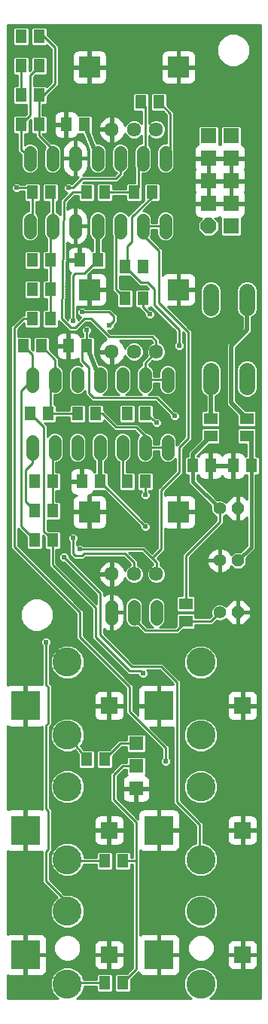
<source format=gbl>
G75*
%MOIN*%
%OFA0B0*%
%FSLAX24Y24*%
%IPPOS*%
%LPD*%
%AMOC8*
5,1,8,0,0,1.08239X$1,22.5*
%
%ADD10OC8,0.0560*%
%ADD11C,0.0560*%
%ADD12R,0.0512X0.0630*%
%ADD13C,0.0712*%
%ADD14R,0.0630X0.0512*%
%ADD15OC8,0.0700*%
%ADD16R,0.0700X0.0700*%
%ADD17R,0.1306X0.1306*%
%ADD18C,0.1286*%
%ADD19R,0.0768X0.0768*%
%ADD20C,0.0560*%
%ADD21R,0.0945X0.0945*%
%ADD22C,0.0634*%
%ADD23R,0.0640X0.0640*%
%ADD24C,0.0197*%
%ADD25C,0.0157*%
%ADD26C,0.0100*%
%ADD27C,0.0238*%
%ADD28C,0.0098*%
D10*
X010608Y017610D03*
X010608Y019910D03*
X010608Y022210D03*
D11*
X009808Y022210D03*
X009808Y019910D03*
X009808Y017610D03*
D12*
X009402Y024110D03*
X008615Y024110D03*
X010415Y024110D03*
X011202Y024110D03*
X006802Y036210D03*
X006015Y036210D03*
X006402Y032910D03*
X006402Y031510D03*
X005615Y031510D03*
X005615Y032910D03*
X004702Y036210D03*
X003915Y036210D03*
X003802Y039210D03*
X003015Y039210D03*
X002302Y036210D03*
X001515Y036210D03*
X001515Y033210D03*
X001515Y031910D03*
X001515Y030610D03*
X001902Y029410D03*
X002302Y030610D03*
X002302Y031910D03*
X002302Y033210D03*
X003115Y029410D03*
X003902Y029410D03*
X003515Y026410D03*
X004302Y026410D03*
X004502Y023410D03*
X003715Y023410D03*
X002402Y023410D03*
X002402Y022110D03*
X002402Y020810D03*
X001615Y020810D03*
X001615Y022110D03*
X001615Y023410D03*
X001415Y026410D03*
X002202Y026410D03*
X001115Y029410D03*
X003615Y033210D03*
X004402Y033210D03*
X005715Y026410D03*
X006502Y026410D03*
X006502Y023410D03*
X005715Y023410D03*
X004702Y011110D03*
X003915Y011110D03*
X004715Y006610D03*
X005502Y006610D03*
X005502Y001210D03*
X004715Y001210D03*
X001802Y039210D03*
X001802Y040510D03*
X001802Y041810D03*
X001802Y043110D03*
X001015Y043110D03*
X001015Y041810D03*
X001015Y040510D03*
X001015Y039210D03*
X006315Y040210D03*
X007102Y040210D03*
D13*
X009408Y031816D02*
X009408Y031104D01*
X009408Y028316D02*
X009408Y027604D01*
X011008Y027604D02*
X011008Y028316D01*
X011008Y031104D02*
X011008Y031816D01*
D14*
X011008Y026204D03*
X011008Y025416D03*
X009408Y025416D03*
X009408Y026204D03*
X008308Y018004D03*
X008308Y017216D03*
D15*
X009308Y034710D03*
D16*
X009308Y035710D03*
X009308Y036710D03*
X009308Y037710D03*
X009308Y038710D03*
X010308Y038710D03*
X010308Y037710D03*
X010308Y036710D03*
X010308Y035710D03*
X010308Y034710D03*
D17*
X007116Y013481D03*
X007116Y007969D03*
X007116Y002457D03*
X001211Y002457D03*
X001211Y007969D03*
X001211Y013481D03*
D18*
X003061Y012182D03*
X003061Y009898D03*
X003061Y006670D03*
X003061Y004386D03*
X003061Y001158D03*
X003061Y015410D03*
X008967Y015410D03*
X008967Y012182D03*
X008967Y009898D03*
X008967Y006670D03*
X008967Y004386D03*
X008967Y001158D03*
D19*
X010817Y002457D03*
X010817Y007969D03*
X010817Y013481D03*
X004911Y013481D03*
X004911Y007969D03*
X004911Y002457D03*
D20*
X005008Y017330D02*
X005008Y017890D01*
X006008Y017890D02*
X006008Y017330D01*
X007008Y017330D02*
X007008Y017890D01*
X006508Y024630D02*
X006508Y025190D01*
X006508Y027630D02*
X006508Y028190D01*
X005508Y028190D02*
X005508Y027630D01*
X005508Y025190D02*
X005508Y024630D01*
X004508Y024630D02*
X004508Y025190D01*
X004508Y027630D02*
X004508Y028190D01*
X003508Y028190D02*
X003508Y027630D01*
X003508Y025190D02*
X003508Y024630D01*
X002508Y024630D02*
X002508Y025190D01*
X002508Y027630D02*
X002508Y028190D01*
X001508Y028190D02*
X001508Y027630D01*
X001508Y025190D02*
X001508Y024630D01*
X001408Y034430D02*
X001408Y034990D01*
X001408Y037430D02*
X001408Y037990D01*
X002408Y037990D02*
X002408Y037430D01*
X002408Y034990D02*
X002408Y034430D01*
X003408Y034430D02*
X003408Y034990D01*
X003408Y037430D02*
X003408Y037990D01*
X004408Y037990D02*
X004408Y037430D01*
X004408Y034990D02*
X004408Y034430D01*
X005408Y034430D02*
X005408Y034990D01*
X005408Y037430D02*
X005408Y037990D01*
X006408Y037990D02*
X006408Y037430D01*
X006408Y034990D02*
X006408Y034430D01*
X007408Y034430D02*
X007408Y034990D01*
X007408Y037430D02*
X007408Y037990D01*
X007508Y028190D02*
X007508Y027630D01*
X007508Y025190D02*
X007508Y024630D01*
D21*
X007982Y022064D03*
X007982Y031906D03*
X007982Y041749D03*
X004045Y041749D03*
X004045Y031906D03*
X004045Y022064D03*
D22*
X005029Y019308D03*
X006014Y019308D03*
X006998Y019308D03*
X006998Y029150D03*
X006014Y029150D03*
X005029Y029150D03*
X005029Y038993D03*
X006014Y038993D03*
X006998Y038993D03*
D23*
X006108Y011810D03*
X006108Y010810D03*
X006108Y009810D03*
D24*
X004502Y023410D02*
X004508Y024910D01*
X004508Y027910D02*
X003902Y029410D01*
X004402Y033210D02*
X004408Y034710D01*
X004408Y037710D02*
X003802Y039210D01*
X009408Y025416D02*
X008615Y024623D01*
X008615Y024110D01*
X009408Y026204D02*
X009408Y027960D01*
X010308Y026904D02*
X010308Y029410D01*
X011008Y030110D01*
X011008Y031460D01*
X010308Y026904D02*
X011008Y026204D01*
X011008Y025416D02*
X011202Y025223D01*
X011202Y024110D01*
D25*
X011202Y020504D01*
X010608Y019910D01*
X009808Y022210D02*
X008615Y023404D01*
X008615Y024110D01*
D26*
X008008Y024910D02*
X008408Y025310D01*
X008408Y030010D01*
X007108Y031310D01*
X007108Y033610D01*
X006408Y034310D01*
X006408Y034710D01*
X007408Y034710D01*
X006802Y036004D02*
X006802Y036210D01*
X006802Y036004D02*
X005908Y035110D01*
X005908Y034010D01*
X005708Y033810D01*
X005708Y033004D01*
X005615Y032910D01*
X006315Y032210D01*
X006608Y032210D01*
X006908Y031910D01*
X006908Y031210D01*
X008008Y030110D01*
X008008Y029410D01*
X007508Y027910D02*
X006508Y027910D01*
X006508Y028660D01*
X006998Y029150D01*
X006998Y029620D01*
X006808Y029810D01*
X004908Y029810D01*
X004108Y030610D01*
X003808Y030610D01*
X003408Y030210D01*
X003208Y030210D01*
X002808Y030610D01*
X002908Y035810D01*
X003308Y036210D01*
X003915Y036210D01*
X003708Y036810D02*
X003308Y036410D01*
X003108Y036410D01*
X003708Y036810D02*
X005208Y036810D01*
X005408Y037010D01*
X005408Y037710D01*
X006208Y036410D02*
X006015Y036216D01*
X006008Y036210D01*
X004702Y036210D01*
X005408Y034510D02*
X005208Y034310D01*
X005208Y031916D01*
X005615Y031510D01*
X004908Y030910D02*
X005108Y030710D01*
X005108Y030510D01*
X004908Y030310D01*
X004908Y030910D02*
X003708Y030910D01*
X003908Y030110D02*
X003902Y030104D01*
X003902Y029410D01*
X003708Y029216D01*
X003708Y028760D01*
X004008Y028460D01*
X004008Y027310D01*
X004208Y027110D01*
X007008Y027110D01*
X007808Y026310D01*
X008008Y024910D02*
X008008Y023810D01*
X007208Y023010D01*
X007208Y020410D01*
X006808Y020010D01*
X007008Y019810D01*
X007008Y019318D01*
X006998Y019308D01*
X006808Y020010D02*
X006408Y020410D01*
X003608Y020410D01*
X003808Y020210D02*
X003708Y020110D01*
X003408Y020110D01*
X003308Y020210D01*
X003308Y020910D01*
X002908Y020060D02*
X004508Y018460D01*
X004508Y016610D01*
X005908Y015210D01*
X007208Y015210D01*
X007908Y014510D01*
X007908Y009210D01*
X008908Y008210D01*
X008908Y006728D01*
X008967Y006670D01*
X007408Y011010D02*
X007408Y011610D01*
X005808Y013210D01*
X005808Y014310D01*
X003608Y016510D01*
X003608Y017610D01*
X000708Y020510D01*
X000708Y030210D01*
X001108Y030610D01*
X001515Y030610D01*
X001408Y031810D02*
X001508Y031910D01*
X001515Y031910D01*
X001408Y033110D02*
X001508Y033210D01*
X001515Y033210D01*
X001408Y034710D02*
X001515Y034816D01*
X001515Y036210D01*
X001315Y036410D01*
X000808Y036410D01*
X001408Y037710D02*
X001015Y038104D01*
X001015Y039210D01*
X001015Y039216D01*
X001408Y039610D01*
X001408Y041385D01*
X001683Y041660D01*
X001802Y041804D01*
X001802Y041810D01*
X002508Y041010D02*
X002008Y040510D01*
X001802Y040510D01*
X001802Y039210D01*
X001802Y038716D01*
X002408Y038110D01*
X002408Y037710D01*
X002302Y036210D02*
X002408Y036104D01*
X002408Y034710D01*
X002302Y034604D01*
X002302Y033210D01*
X002302Y031910D01*
X002302Y030610D01*
X001902Y029410D02*
X002508Y028804D01*
X002508Y027910D01*
X002308Y027710D01*
X002308Y026610D01*
X002202Y026504D01*
X002202Y026410D01*
X003515Y026410D01*
X004302Y026410D02*
X004608Y026410D01*
X005208Y025810D01*
X006108Y025810D01*
X006508Y025410D01*
X006508Y024910D01*
X007508Y024910D01*
X007008Y026010D02*
X007002Y026010D01*
X006502Y026410D01*
X005715Y026410D02*
X005708Y026410D01*
X005608Y026510D01*
X005508Y024910D02*
X005508Y023616D01*
X005715Y023410D01*
X006502Y023410D02*
X006502Y022816D01*
X006508Y022810D01*
X006508Y021410D02*
X004658Y023260D01*
X004652Y023260D01*
X004502Y023410D01*
X004508Y023410D01*
X004658Y023260D01*
X003808Y020210D02*
X005608Y020210D01*
X006008Y019810D01*
X006008Y019313D01*
X006014Y019308D01*
X006008Y017610D02*
X006008Y017310D01*
X006508Y016810D01*
X007902Y016810D01*
X008308Y017216D01*
X009415Y017216D01*
X009808Y017610D01*
X008308Y020110D02*
X009808Y021610D01*
X009808Y022210D01*
X008308Y020110D02*
X008308Y018004D01*
X006308Y015010D02*
X006408Y014910D01*
X006308Y015010D02*
X005808Y015010D01*
X004308Y016510D01*
X004308Y017810D01*
X002402Y019716D01*
X002402Y020810D01*
X002008Y021204D01*
X002008Y025816D01*
X001415Y026410D01*
X001008Y027410D02*
X001508Y027910D01*
X001508Y029016D01*
X001115Y029410D01*
X001008Y027410D02*
X001008Y021416D01*
X001615Y020810D01*
X001615Y022110D02*
X001208Y022516D01*
X001208Y023910D01*
X001508Y024210D01*
X001508Y024910D01*
X001615Y023410D02*
X001615Y023316D01*
X001608Y023310D01*
X002402Y023410D02*
X002402Y022110D01*
X002402Y023410D02*
X002402Y024804D01*
X002508Y024910D01*
X003308Y030510D02*
X003308Y032510D01*
X003408Y032610D01*
X003802Y032610D01*
X004402Y033210D01*
X005408Y034510D02*
X005408Y034710D01*
X006015Y036210D02*
X006015Y036216D01*
X006208Y036410D02*
X006208Y037510D01*
X006408Y037710D01*
X006408Y038010D01*
X006508Y038110D01*
X006508Y040016D01*
X006315Y040210D01*
X007102Y040210D02*
X007608Y039704D01*
X007608Y038010D01*
X007408Y037810D01*
X007408Y037710D01*
X006508Y032910D02*
X006402Y032910D01*
X006402Y031510D02*
X006402Y031116D01*
X006708Y030810D01*
X003802Y039210D02*
X003802Y039304D01*
X003808Y039335D01*
X002508Y041010D02*
X002508Y042610D01*
X002008Y043110D01*
X001802Y043110D01*
X001015Y043110D02*
X001015Y043016D01*
X001015Y043110D02*
X000908Y043004D01*
X000908Y042985D01*
X001015Y041810D02*
X001015Y040510D01*
X001008Y040504D01*
X001008Y040410D01*
X002113Y016305D02*
X002113Y014405D01*
X002208Y014310D01*
X002208Y012735D01*
X002108Y012585D01*
X002108Y008910D01*
X002208Y008810D01*
X002208Y007110D01*
X002108Y007010D01*
X002108Y005710D01*
X003008Y004810D01*
X003008Y004439D01*
X003061Y004386D01*
X003236Y006610D02*
X003061Y006670D01*
X003236Y006610D02*
X004715Y006610D01*
X005502Y006610D02*
X006108Y006610D01*
X006108Y008310D01*
X005108Y009310D01*
X005108Y010410D01*
X005508Y010810D01*
X006108Y010810D01*
X006108Y011810D02*
X005402Y011810D01*
X004702Y011110D01*
X003915Y011110D02*
X003215Y012004D01*
X003208Y012010D01*
X003174Y012110D01*
X003061Y012182D01*
X006108Y006610D02*
X006108Y001816D01*
X005502Y001210D01*
X004715Y001210D02*
X003324Y001210D01*
X003061Y001158D01*
D27*
X006408Y014910D03*
X005708Y016010D03*
X005908Y021110D03*
X005908Y022510D03*
X006508Y022810D03*
X006508Y021410D03*
X007408Y020210D03*
X008708Y019910D03*
X008708Y018710D03*
X009208Y016610D03*
X010883Y021060D03*
X011308Y018910D03*
X011508Y021060D03*
X010208Y025010D03*
X009408Y023210D03*
X007808Y026310D03*
X007008Y026010D03*
X008008Y029410D03*
X008708Y030210D03*
X009758Y033685D03*
X006708Y030810D03*
X006508Y032910D03*
X005508Y030710D03*
X004908Y030310D03*
X003908Y030110D03*
X003708Y030910D03*
X003308Y030510D03*
X002358Y029985D03*
X001408Y031810D03*
X001408Y033110D03*
X000558Y031285D03*
X000658Y035885D03*
X000808Y036410D03*
X001008Y040410D03*
X000908Y042985D03*
X003108Y036410D03*
X003808Y039335D03*
X005608Y026510D03*
X004502Y023410D03*
X003808Y020810D03*
X003608Y020410D03*
X003308Y020910D03*
X002908Y020060D03*
X002508Y019110D03*
X001608Y019110D03*
X002113Y016305D03*
X003408Y018310D03*
X003608Y018910D03*
X001608Y023310D03*
X000558Y018935D03*
X007408Y011010D03*
D28*
X000414Y001553D02*
X000414Y000519D01*
X002638Y000519D01*
X002635Y000520D01*
X002423Y000732D01*
X002309Y001008D01*
X002309Y001308D01*
X002423Y001584D01*
X002635Y001796D01*
X002911Y001910D01*
X003211Y001910D01*
X003487Y001796D01*
X003699Y001584D01*
X003788Y001369D01*
X004349Y001369D01*
X004349Y001570D01*
X004413Y001634D01*
X005016Y001634D01*
X005080Y001570D01*
X005080Y000850D01*
X005016Y000786D01*
X004413Y000786D01*
X004349Y000850D01*
X004349Y001051D01*
X003813Y001051D01*
X003813Y001008D01*
X003699Y000732D01*
X003487Y000520D01*
X003484Y000519D01*
X008543Y000519D01*
X008540Y000520D01*
X008329Y000732D01*
X008214Y001008D01*
X008214Y001308D01*
X008329Y001584D01*
X008540Y001796D01*
X008817Y001910D01*
X009116Y001910D01*
X009393Y001796D01*
X009604Y001584D01*
X009719Y001308D01*
X009719Y001008D01*
X009604Y000732D01*
X009393Y000520D01*
X009390Y000519D01*
X011613Y000519D01*
X011613Y043608D01*
X000414Y043608D01*
X000414Y014386D01*
X000421Y014390D01*
X000473Y014412D01*
X000529Y014423D01*
X001161Y014423D01*
X001161Y013530D01*
X001260Y013530D01*
X001260Y014423D01*
X001892Y014423D01*
X001948Y014412D01*
X001954Y014409D01*
X001954Y016142D01*
X001885Y016211D01*
X001885Y016400D01*
X002018Y016534D01*
X002208Y016534D01*
X002341Y016400D01*
X002341Y016211D01*
X002272Y016142D01*
X002272Y014471D01*
X002274Y014469D01*
X002367Y014376D01*
X002367Y012751D01*
X002377Y012702D01*
X002367Y012687D01*
X002367Y012669D01*
X002332Y012634D01*
X002267Y012537D01*
X002267Y008976D01*
X002274Y008969D01*
X002367Y008876D01*
X002367Y007044D01*
X002267Y006944D01*
X002267Y005776D01*
X002907Y005137D01*
X002911Y005139D01*
X003211Y005139D01*
X003487Y005024D01*
X003699Y004812D01*
X003813Y004536D01*
X003813Y004237D01*
X003699Y003960D01*
X003487Y003749D01*
X003211Y003634D01*
X002911Y003634D01*
X002635Y003749D01*
X002423Y003960D01*
X002309Y004237D01*
X002309Y004536D01*
X002423Y004812D01*
X002602Y004991D01*
X001949Y005644D01*
X001949Y007039D01*
X001948Y007038D01*
X001892Y007027D01*
X001260Y007027D01*
X001260Y007920D01*
X001161Y007920D01*
X001161Y007027D01*
X000529Y007027D01*
X000473Y007038D01*
X000421Y007060D01*
X000414Y007064D01*
X000414Y003362D01*
X000421Y003366D01*
X000473Y003388D01*
X000529Y003399D01*
X001161Y003399D01*
X001161Y002506D01*
X001260Y002506D01*
X002153Y002506D01*
X002153Y003138D01*
X002141Y003194D01*
X002120Y003247D01*
X002088Y003294D01*
X002048Y003335D01*
X002000Y003366D01*
X001948Y003388D01*
X001892Y003399D01*
X001260Y003399D01*
X001260Y002506D01*
X001260Y002408D01*
X002153Y002408D01*
X002153Y001776D01*
X002141Y001720D01*
X002120Y001667D01*
X002088Y001620D01*
X002048Y001580D01*
X002000Y001548D01*
X001948Y001526D01*
X001892Y001515D01*
X001260Y001515D01*
X001260Y002408D01*
X001161Y002408D01*
X001161Y001515D01*
X000529Y001515D01*
X000473Y001526D01*
X000421Y001548D01*
X000414Y001553D01*
X000414Y001476D02*
X002379Y001476D01*
X002339Y001379D02*
X000414Y001379D01*
X000414Y001282D02*
X002309Y001282D01*
X002309Y001185D02*
X000414Y001185D01*
X000414Y001088D02*
X002309Y001088D01*
X002316Y000992D02*
X000414Y000992D01*
X000414Y000895D02*
X002356Y000895D01*
X002396Y000798D02*
X000414Y000798D01*
X000414Y000701D02*
X002455Y000701D01*
X002552Y000604D02*
X000414Y000604D01*
X001161Y001573D02*
X001260Y001573D01*
X001260Y001670D02*
X001161Y001670D01*
X001161Y001767D02*
X001260Y001767D01*
X001260Y001864D02*
X001161Y001864D01*
X001161Y001961D02*
X001260Y001961D01*
X001260Y002058D02*
X001161Y002058D01*
X001161Y002155D02*
X001260Y002155D01*
X001260Y002252D02*
X001161Y002252D01*
X001161Y002349D02*
X001260Y002349D01*
X001260Y002445D02*
X002538Y002445D01*
X002548Y002419D02*
X002718Y002250D01*
X002939Y002159D01*
X003178Y002159D01*
X003399Y002250D01*
X003568Y002419D01*
X003660Y002640D01*
X003660Y002880D01*
X003568Y003101D01*
X003399Y003270D01*
X003178Y003361D01*
X002939Y003361D01*
X002718Y003270D01*
X002548Y003101D01*
X002457Y002880D01*
X002457Y002640D01*
X002548Y002419D01*
X002619Y002349D02*
X002153Y002349D01*
X002153Y002252D02*
X002716Y002252D01*
X002800Y001864D02*
X002153Y001864D01*
X002153Y001961D02*
X004261Y001961D01*
X004271Y001936D02*
X004249Y001989D01*
X004238Y002045D01*
X004238Y002408D01*
X004862Y002408D01*
X004862Y002506D01*
X004238Y002506D01*
X004238Y002870D01*
X004249Y002925D01*
X004271Y002978D01*
X004303Y003025D01*
X004343Y003066D01*
X004391Y003097D01*
X004443Y003119D01*
X004499Y003130D01*
X004862Y003130D01*
X004862Y002506D01*
X004961Y002506D01*
X005584Y002506D01*
X005584Y002870D01*
X005573Y002925D01*
X005552Y002978D01*
X005520Y003025D01*
X005480Y003066D01*
X005432Y003097D01*
X005380Y003119D01*
X005324Y003130D01*
X004961Y003130D01*
X004961Y002506D01*
X004961Y002408D01*
X005584Y002408D01*
X005584Y002045D01*
X005573Y001989D01*
X005552Y001936D01*
X005520Y001889D01*
X005480Y001849D01*
X005432Y001817D01*
X005380Y001795D01*
X005324Y001784D01*
X004961Y001784D01*
X004961Y002408D01*
X004862Y002408D01*
X004862Y001784D01*
X004499Y001784D01*
X004443Y001795D01*
X004391Y001817D01*
X004343Y001849D01*
X004303Y001889D01*
X004271Y001936D01*
X004328Y001864D02*
X003322Y001864D01*
X003400Y002252D02*
X004238Y002252D01*
X004238Y002349D02*
X003497Y002349D01*
X003579Y002445D02*
X004862Y002445D01*
X004862Y002349D02*
X004961Y002349D01*
X004961Y002445D02*
X005949Y002445D01*
X005949Y002349D02*
X005584Y002349D01*
X005584Y002252D02*
X005949Y002252D01*
X005949Y002155D02*
X005584Y002155D01*
X005584Y002058D02*
X005949Y002058D01*
X005949Y001961D02*
X005562Y001961D01*
X005495Y001864D02*
X005931Y001864D01*
X005949Y001882D02*
X005701Y001634D01*
X005201Y001634D01*
X005137Y001570D01*
X005137Y000850D01*
X005201Y000786D01*
X005803Y000786D01*
X005867Y000850D01*
X005867Y001350D01*
X006174Y001657D01*
X006200Y001683D01*
X006207Y001667D01*
X006239Y001620D01*
X006279Y001580D01*
X006326Y001548D01*
X006379Y001526D01*
X006435Y001515D01*
X007067Y001515D01*
X007067Y002408D01*
X007165Y002408D01*
X007165Y001515D01*
X007797Y001515D01*
X007853Y001526D01*
X007906Y001548D01*
X007953Y001580D01*
X007994Y001620D01*
X008025Y001667D01*
X008047Y001720D01*
X008058Y001776D01*
X008058Y002408D01*
X007165Y002408D01*
X007165Y002506D01*
X008058Y002506D01*
X008058Y003138D01*
X008047Y003194D01*
X008025Y003247D01*
X007994Y003294D01*
X007953Y003335D01*
X007906Y003366D01*
X007853Y003388D01*
X007797Y003399D01*
X007165Y003399D01*
X007165Y002506D01*
X007067Y002506D01*
X007067Y003399D01*
X006435Y003399D01*
X006379Y003388D01*
X006326Y003366D01*
X006279Y003335D01*
X006267Y003323D01*
X006267Y007103D01*
X006279Y007092D01*
X006326Y007060D01*
X006379Y007038D01*
X006435Y007027D01*
X007067Y007027D01*
X007067Y007920D01*
X007165Y007920D01*
X007165Y007027D01*
X007797Y007027D01*
X007853Y007038D01*
X007906Y007060D01*
X007953Y007092D01*
X007994Y007132D01*
X008025Y007179D01*
X008047Y007232D01*
X008058Y007288D01*
X008058Y007920D01*
X007165Y007920D01*
X007165Y008018D01*
X007067Y008018D01*
X007067Y008911D01*
X006435Y008911D01*
X006379Y008900D01*
X006326Y008878D01*
X006279Y008846D01*
X006239Y008806D01*
X006207Y008759D01*
X006185Y008706D01*
X006174Y008650D01*
X006174Y008469D01*
X005267Y009376D01*
X005267Y010344D01*
X005574Y010651D01*
X005679Y010651D01*
X005679Y010445D01*
X005714Y010410D01*
X005704Y010408D01*
X005651Y010386D01*
X005604Y010355D01*
X005564Y010314D01*
X005532Y010267D01*
X005510Y010214D01*
X005499Y010158D01*
X005499Y009859D01*
X006059Y009859D01*
X006059Y009761D01*
X005499Y009761D01*
X005499Y009462D01*
X005510Y009406D01*
X005532Y009353D01*
X005564Y009306D01*
X005604Y009265D01*
X005651Y009234D01*
X005704Y009212D01*
X005760Y009201D01*
X006059Y009201D01*
X006059Y009761D01*
X006157Y009761D01*
X006157Y009201D01*
X006457Y009201D01*
X006513Y009212D01*
X006565Y009234D01*
X006613Y009265D01*
X006653Y009306D01*
X006685Y009353D01*
X006706Y009406D01*
X006717Y009462D01*
X006717Y009761D01*
X006157Y009761D01*
X006157Y009859D01*
X006717Y009859D01*
X006717Y010158D01*
X006706Y010214D01*
X006685Y010267D01*
X006653Y010314D01*
X006613Y010355D01*
X006565Y010386D01*
X006513Y010408D01*
X006503Y010410D01*
X006537Y010445D01*
X006537Y011175D01*
X006473Y011239D01*
X005743Y011239D01*
X005679Y011175D01*
X005679Y010969D01*
X005442Y010969D01*
X005349Y010876D01*
X005349Y010876D01*
X005042Y010569D01*
X004949Y010476D01*
X004949Y009244D01*
X005042Y009151D01*
X005949Y008244D01*
X005949Y006769D01*
X005867Y006769D01*
X005867Y006970D01*
X005803Y007034D01*
X005201Y007034D01*
X005137Y006970D01*
X005137Y006250D01*
X005201Y006186D01*
X005803Y006186D01*
X005867Y006250D01*
X005867Y006451D01*
X005949Y006451D01*
X005949Y001882D01*
X005834Y001767D02*
X003516Y001767D01*
X003613Y001670D02*
X005737Y001670D01*
X005896Y001379D02*
X008244Y001379D01*
X008214Y001282D02*
X005867Y001282D01*
X005867Y001185D02*
X008214Y001185D01*
X008214Y001088D02*
X005867Y001088D01*
X005867Y000992D02*
X008221Y000992D01*
X008262Y000895D02*
X005867Y000895D01*
X005815Y000798D02*
X008302Y000798D01*
X008360Y000701D02*
X003667Y000701D01*
X003726Y000798D02*
X004402Y000798D01*
X004349Y000895D02*
X003766Y000895D01*
X003806Y000992D02*
X004349Y000992D01*
X004349Y001379D02*
X003783Y001379D01*
X003743Y001476D02*
X004349Y001476D01*
X004352Y001573D02*
X003703Y001573D01*
X003619Y002542D02*
X004238Y002542D01*
X004238Y002639D02*
X003659Y002639D01*
X003660Y002736D02*
X004238Y002736D01*
X004238Y002833D02*
X003660Y002833D01*
X003639Y002930D02*
X004251Y002930D01*
X004304Y003027D02*
X003599Y003027D01*
X003545Y003124D02*
X004467Y003124D01*
X004862Y003124D02*
X004961Y003124D01*
X004961Y003027D02*
X004862Y003027D01*
X004862Y002930D02*
X004961Y002930D01*
X004961Y002833D02*
X004862Y002833D01*
X004862Y002736D02*
X004961Y002736D01*
X004961Y002639D02*
X004862Y002639D01*
X004862Y002542D02*
X004961Y002542D01*
X004961Y002252D02*
X004862Y002252D01*
X004862Y002155D02*
X004961Y002155D01*
X004961Y002058D02*
X004862Y002058D01*
X004862Y001961D02*
X004961Y001961D01*
X004961Y001864D02*
X004862Y001864D01*
X005077Y001573D02*
X005140Y001573D01*
X005137Y001476D02*
X005080Y001476D01*
X005080Y001379D02*
X005137Y001379D01*
X005137Y001282D02*
X005080Y001282D01*
X005080Y001185D02*
X005137Y001185D01*
X005137Y001088D02*
X005080Y001088D01*
X005080Y000992D02*
X005137Y000992D01*
X005137Y000895D02*
X005080Y000895D01*
X005028Y000798D02*
X005189Y000798D01*
X005584Y002542D02*
X005949Y002542D01*
X005949Y002639D02*
X005584Y002639D01*
X005584Y002736D02*
X005949Y002736D01*
X005949Y002833D02*
X005584Y002833D01*
X005571Y002930D02*
X005949Y002930D01*
X005949Y003027D02*
X005518Y003027D01*
X005356Y003124D02*
X005949Y003124D01*
X005949Y003221D02*
X003448Y003221D01*
X003283Y003318D02*
X005949Y003318D01*
X005949Y003415D02*
X000414Y003415D01*
X000414Y003512D02*
X005949Y003512D01*
X005949Y003609D02*
X000414Y003609D01*
X000414Y003705D02*
X002739Y003705D01*
X002581Y003802D02*
X000414Y003802D01*
X000414Y003899D02*
X002484Y003899D01*
X002408Y003996D02*
X000414Y003996D01*
X000414Y004093D02*
X002368Y004093D01*
X002328Y004190D02*
X000414Y004190D01*
X000414Y004287D02*
X002309Y004287D01*
X002309Y004384D02*
X000414Y004384D01*
X000414Y004481D02*
X002309Y004481D01*
X002326Y004578D02*
X000414Y004578D01*
X000414Y004675D02*
X002366Y004675D01*
X002406Y004772D02*
X000414Y004772D01*
X000414Y004869D02*
X002480Y004869D01*
X002576Y004965D02*
X000414Y004965D01*
X000414Y005062D02*
X002531Y005062D01*
X002434Y005159D02*
X000414Y005159D01*
X000414Y005256D02*
X002337Y005256D01*
X002240Y005353D02*
X000414Y005353D01*
X000414Y005450D02*
X002143Y005450D01*
X002046Y005547D02*
X000414Y005547D01*
X000414Y005644D02*
X001949Y005644D01*
X001949Y005741D02*
X000414Y005741D01*
X000414Y005838D02*
X001949Y005838D01*
X001949Y005935D02*
X000414Y005935D01*
X000414Y006032D02*
X001949Y006032D01*
X001949Y006129D02*
X000414Y006129D01*
X000414Y006226D02*
X001949Y006226D01*
X001949Y006322D02*
X000414Y006322D01*
X000414Y006419D02*
X001949Y006419D01*
X001949Y006516D02*
X000414Y006516D01*
X000414Y006613D02*
X001949Y006613D01*
X001949Y006710D02*
X000414Y006710D01*
X000414Y006807D02*
X001949Y006807D01*
X001949Y006904D02*
X000414Y006904D01*
X000414Y007001D02*
X001949Y007001D01*
X002267Y006904D02*
X002344Y006904D01*
X002309Y006819D02*
X002309Y006520D01*
X002423Y006244D01*
X002635Y006032D01*
X002911Y005918D01*
X003211Y005918D01*
X003487Y006032D01*
X003699Y006244D01*
X003784Y006451D01*
X004349Y006451D01*
X004349Y006250D01*
X004413Y006186D01*
X005016Y006186D01*
X005080Y006250D01*
X005080Y006970D01*
X005016Y007034D01*
X004413Y007034D01*
X004349Y006970D01*
X004349Y006769D01*
X003813Y006769D01*
X003813Y006819D01*
X003699Y007096D01*
X003487Y007307D01*
X003211Y007422D01*
X002911Y007422D01*
X002635Y007307D01*
X002423Y007096D01*
X002309Y006819D01*
X002309Y006807D02*
X002267Y006807D01*
X002267Y006710D02*
X002309Y006710D01*
X002309Y006613D02*
X002267Y006613D01*
X002267Y006516D02*
X002310Y006516D01*
X002351Y006419D02*
X002267Y006419D01*
X002267Y006322D02*
X002391Y006322D01*
X002442Y006226D02*
X002267Y006226D01*
X002267Y006129D02*
X002539Y006129D01*
X002636Y006032D02*
X002267Y006032D01*
X002267Y005935D02*
X002870Y005935D01*
X002690Y005353D02*
X005949Y005353D01*
X005949Y005256D02*
X002787Y005256D01*
X002884Y005159D02*
X005949Y005159D01*
X005949Y005062D02*
X003394Y005062D01*
X003546Y004965D02*
X005949Y004965D01*
X005949Y004869D02*
X003642Y004869D01*
X003716Y004772D02*
X005949Y004772D01*
X005949Y004675D02*
X003756Y004675D01*
X003796Y004578D02*
X005949Y004578D01*
X005949Y004481D02*
X003813Y004481D01*
X003813Y004384D02*
X005949Y004384D01*
X005949Y004287D02*
X003813Y004287D01*
X003794Y004190D02*
X005949Y004190D01*
X005949Y004093D02*
X003754Y004093D01*
X003713Y003996D02*
X005949Y003996D01*
X005949Y003899D02*
X003638Y003899D01*
X003541Y003802D02*
X005949Y003802D01*
X005949Y003705D02*
X003383Y003705D01*
X002833Y003318D02*
X002065Y003318D01*
X002130Y003221D02*
X002669Y003221D01*
X002572Y003124D02*
X002153Y003124D01*
X002153Y003027D02*
X002518Y003027D01*
X002478Y002930D02*
X002153Y002930D01*
X002153Y002833D02*
X002457Y002833D01*
X002457Y002736D02*
X002153Y002736D01*
X002153Y002639D02*
X002457Y002639D01*
X002498Y002542D02*
X002153Y002542D01*
X002153Y002155D02*
X004238Y002155D01*
X004238Y002058D02*
X002153Y002058D01*
X002151Y001767D02*
X002606Y001767D01*
X002509Y001670D02*
X002121Y001670D01*
X002038Y001573D02*
X002419Y001573D01*
X003570Y000604D02*
X008457Y000604D01*
X008284Y001476D02*
X005993Y001476D01*
X006090Y001573D02*
X006289Y001573D01*
X006206Y001670D02*
X006187Y001670D01*
X006267Y003415D02*
X011613Y003415D01*
X011613Y003512D02*
X006267Y003512D01*
X006267Y003609D02*
X011613Y003609D01*
X011613Y003705D02*
X009288Y003705D01*
X009393Y003749D02*
X009116Y003634D01*
X008817Y003634D01*
X008540Y003749D01*
X008329Y003960D01*
X008214Y004237D01*
X008214Y004536D01*
X008329Y004812D01*
X008540Y005024D01*
X008817Y005139D01*
X009116Y005139D01*
X009393Y005024D01*
X009604Y004812D01*
X009719Y004536D01*
X009719Y004237D01*
X009604Y003960D01*
X009393Y003749D01*
X009446Y003802D02*
X011613Y003802D01*
X011613Y003899D02*
X009543Y003899D01*
X009619Y003996D02*
X011613Y003996D01*
X011613Y004093D02*
X009659Y004093D01*
X009699Y004190D02*
X011613Y004190D01*
X011613Y004287D02*
X009719Y004287D01*
X009719Y004384D02*
X011613Y004384D01*
X011613Y004481D02*
X009719Y004481D01*
X009701Y004578D02*
X011613Y004578D01*
X011613Y004675D02*
X009661Y004675D01*
X009621Y004772D02*
X011613Y004772D01*
X011613Y004869D02*
X009548Y004869D01*
X009451Y004965D02*
X011613Y004965D01*
X011613Y005062D02*
X009300Y005062D01*
X009116Y005918D02*
X009393Y006032D01*
X009604Y006244D01*
X009719Y006520D01*
X009719Y006819D01*
X009604Y007096D01*
X009393Y007307D01*
X009116Y007422D01*
X009067Y007422D01*
X009067Y008276D01*
X008974Y008369D01*
X008067Y009276D01*
X008067Y014576D01*
X007974Y014669D01*
X007274Y015369D01*
X005974Y015369D01*
X004667Y016676D01*
X004667Y016874D01*
X004710Y016843D01*
X004790Y016802D01*
X004875Y016775D01*
X004963Y016761D01*
X004977Y016761D01*
X004977Y017579D01*
X005039Y017579D01*
X005039Y016761D01*
X005053Y016761D01*
X005142Y016775D01*
X005227Y016802D01*
X005307Y016843D01*
X005379Y016896D01*
X005442Y016959D01*
X005495Y017032D01*
X005536Y017111D01*
X005563Y017197D01*
X005577Y017285D01*
X005577Y017579D01*
X005039Y017579D01*
X005039Y017641D01*
X004977Y017641D01*
X004977Y018459D01*
X004963Y018459D01*
X004875Y018445D01*
X004790Y018418D01*
X004710Y018377D01*
X004667Y018346D01*
X004667Y018526D01*
X004574Y018619D01*
X003137Y020057D01*
X003137Y020155D01*
X003003Y020288D01*
X002814Y020288D01*
X002680Y020155D01*
X002680Y019965D01*
X002814Y019832D01*
X002911Y019832D01*
X004349Y018394D01*
X004349Y017994D01*
X002561Y019782D01*
X002561Y020386D01*
X002703Y020386D01*
X002767Y020450D01*
X002767Y021170D01*
X002703Y021234D01*
X002203Y021234D01*
X002167Y021270D01*
X002167Y021686D01*
X002703Y021686D01*
X002767Y021750D01*
X002767Y022470D01*
X002703Y022534D01*
X002561Y022534D01*
X002561Y022986D01*
X002703Y022986D01*
X002767Y023050D01*
X002767Y023770D01*
X002703Y023834D01*
X002561Y023834D01*
X002561Y024241D01*
X002586Y024241D01*
X002729Y024300D01*
X002838Y024410D01*
X002897Y024553D01*
X002897Y025267D01*
X002838Y025410D01*
X002729Y025520D01*
X002586Y025579D01*
X002431Y025579D01*
X002288Y025520D01*
X002178Y025410D01*
X002167Y025384D01*
X002167Y025882D01*
X002074Y025976D01*
X002064Y025986D01*
X002503Y025986D01*
X002567Y026050D01*
X002567Y026251D01*
X003149Y026251D01*
X003149Y026050D01*
X003213Y025986D01*
X003816Y025986D01*
X003880Y026050D01*
X003880Y026770D01*
X003816Y026834D01*
X003213Y026834D01*
X003149Y026770D01*
X003149Y026569D01*
X002567Y026569D01*
X002567Y026770D01*
X002503Y026834D01*
X002467Y026834D01*
X002467Y027241D01*
X002586Y027241D01*
X002729Y027300D01*
X002838Y027410D01*
X002897Y027553D01*
X002897Y028267D01*
X002838Y028410D01*
X002729Y028520D01*
X002667Y028545D01*
X002667Y028870D01*
X002574Y028963D01*
X002267Y029270D01*
X002267Y029770D01*
X002203Y029834D01*
X001601Y029834D01*
X001537Y029770D01*
X001537Y029213D01*
X001480Y029270D01*
X001480Y029770D01*
X001416Y029834D01*
X000867Y029834D01*
X000867Y030144D01*
X001149Y030426D01*
X001149Y030250D01*
X001213Y030186D01*
X001816Y030186D01*
X001880Y030250D01*
X001880Y030970D01*
X001816Y031034D01*
X001213Y031034D01*
X001149Y030970D01*
X001149Y030769D01*
X001042Y030769D01*
X000642Y030369D01*
X000549Y030276D01*
X000549Y020444D01*
X003449Y017544D01*
X003449Y016444D01*
X003542Y016351D01*
X003542Y016351D01*
X005649Y014244D01*
X005649Y013144D01*
X007249Y011544D01*
X007249Y011174D01*
X007180Y011105D01*
X007180Y010915D01*
X007314Y010782D01*
X007503Y010782D01*
X007637Y010915D01*
X007637Y011105D01*
X007567Y011174D01*
X007567Y011676D01*
X007474Y011769D01*
X006704Y012539D01*
X007067Y012539D01*
X007067Y013432D01*
X006174Y013432D01*
X006174Y013069D01*
X005967Y013276D01*
X005967Y014376D01*
X005874Y014469D01*
X003767Y016576D01*
X003767Y017676D01*
X003674Y017769D01*
X000867Y020576D01*
X000867Y021332D01*
X000942Y021257D01*
X001249Y020950D01*
X001249Y020450D01*
X001313Y020386D01*
X001916Y020386D01*
X001980Y020450D01*
X001980Y021007D01*
X002037Y020950D01*
X002037Y020450D01*
X002101Y020386D01*
X002243Y020386D01*
X002243Y019650D01*
X004149Y017744D01*
X004149Y016444D01*
X005649Y014944D01*
X005742Y014851D01*
X006180Y014851D01*
X006180Y014815D01*
X006314Y014682D01*
X006503Y014682D01*
X006637Y014815D01*
X006637Y015005D01*
X006590Y015051D01*
X007142Y015051D01*
X007749Y014444D01*
X007749Y014423D01*
X007165Y014423D01*
X007165Y013530D01*
X007067Y013530D01*
X007067Y014423D01*
X006435Y014423D01*
X006379Y014412D01*
X006326Y014390D01*
X006279Y014358D01*
X006239Y014318D01*
X006207Y014271D01*
X006185Y014218D01*
X006174Y014162D01*
X006174Y013530D01*
X007067Y013530D01*
X007067Y013432D01*
X007165Y013432D01*
X007165Y012539D01*
X007749Y012539D01*
X007749Y009144D01*
X008749Y008144D01*
X008749Y007394D01*
X008540Y007307D01*
X008329Y007096D01*
X008214Y006819D01*
X008214Y006520D01*
X008329Y006244D01*
X008540Y006032D01*
X008817Y005918D01*
X009116Y005918D01*
X009157Y005935D02*
X011613Y005935D01*
X011613Y006032D02*
X009391Y006032D01*
X009489Y006129D02*
X011613Y006129D01*
X011613Y006226D02*
X009586Y006226D01*
X009637Y006322D02*
X011613Y006322D01*
X011613Y006419D02*
X009677Y006419D01*
X009717Y006516D02*
X011613Y006516D01*
X011613Y006613D02*
X009719Y006613D01*
X009719Y006710D02*
X011613Y006710D01*
X011613Y006807D02*
X009719Y006807D01*
X009684Y006904D02*
X011613Y006904D01*
X011613Y007001D02*
X009643Y007001D01*
X009602Y007098D02*
X011613Y007098D01*
X011613Y007195D02*
X009505Y007195D01*
X009408Y007292D02*
X011613Y007292D01*
X011613Y007389D02*
X011413Y007389D01*
X011425Y007401D02*
X011457Y007448D01*
X011479Y007501D01*
X011490Y007557D01*
X011490Y007920D01*
X010866Y007920D01*
X010866Y008018D01*
X011490Y008018D01*
X011490Y008381D01*
X011479Y008437D01*
X011457Y008490D01*
X011425Y008537D01*
X011385Y008578D01*
X011338Y008609D01*
X011285Y008631D01*
X011229Y008642D01*
X010866Y008642D01*
X010866Y008018D01*
X010768Y008018D01*
X010768Y007920D01*
X010866Y007920D01*
X010866Y007296D01*
X011229Y007296D01*
X011285Y007307D01*
X011338Y007329D01*
X011385Y007361D01*
X011425Y007401D01*
X011473Y007486D02*
X011613Y007486D01*
X011613Y007582D02*
X011490Y007582D01*
X011490Y007679D02*
X011613Y007679D01*
X011613Y007776D02*
X011490Y007776D01*
X011490Y007873D02*
X011613Y007873D01*
X011613Y007970D02*
X010866Y007970D01*
X010866Y007873D02*
X010768Y007873D01*
X010768Y007920D02*
X010768Y007296D01*
X010405Y007296D01*
X010349Y007307D01*
X010296Y007329D01*
X010249Y007361D01*
X010208Y007401D01*
X010177Y007448D01*
X010155Y007501D01*
X010144Y007557D01*
X010144Y007920D01*
X010768Y007920D01*
X010768Y007970D02*
X009067Y007970D01*
X009067Y007873D02*
X010144Y007873D01*
X010144Y007776D02*
X009067Y007776D01*
X009067Y007679D02*
X010144Y007679D01*
X010144Y007582D02*
X009067Y007582D01*
X009067Y007486D02*
X010161Y007486D01*
X010221Y007389D02*
X009197Y007389D01*
X009067Y008067D02*
X010144Y008067D01*
X010144Y008018D02*
X010768Y008018D01*
X010768Y008642D01*
X010405Y008642D01*
X010349Y008631D01*
X010296Y008609D01*
X010249Y008578D01*
X010208Y008537D01*
X010177Y008490D01*
X010155Y008437D01*
X010144Y008381D01*
X010144Y008018D01*
X010144Y008164D02*
X009067Y008164D01*
X009067Y008261D02*
X010144Y008261D01*
X010144Y008358D02*
X008986Y008358D01*
X008889Y008455D02*
X010162Y008455D01*
X010223Y008552D02*
X008792Y008552D01*
X008695Y008649D02*
X011613Y008649D01*
X011613Y008746D02*
X008598Y008746D01*
X008501Y008843D02*
X011613Y008843D01*
X011613Y008939D02*
X008404Y008939D01*
X008307Y009036D02*
X011613Y009036D01*
X011613Y009133D02*
X008210Y009133D01*
X008113Y009230D02*
X008614Y009230D01*
X008540Y009261D02*
X008817Y009146D01*
X009116Y009146D01*
X009393Y009261D01*
X009604Y009472D01*
X009719Y009749D01*
X009719Y010048D01*
X009604Y010324D01*
X009393Y010536D01*
X009116Y010650D01*
X008817Y010650D01*
X008540Y010536D01*
X008329Y010324D01*
X008214Y010048D01*
X008214Y009749D01*
X008329Y009472D01*
X008540Y009261D01*
X008474Y009327D02*
X008067Y009327D01*
X008067Y009424D02*
X008377Y009424D01*
X008309Y009521D02*
X008067Y009521D01*
X008067Y009618D02*
X008269Y009618D01*
X008228Y009715D02*
X008067Y009715D01*
X008067Y009812D02*
X008214Y009812D01*
X008214Y009909D02*
X008067Y009909D01*
X008067Y010006D02*
X008214Y010006D01*
X008237Y010103D02*
X008067Y010103D01*
X008067Y010199D02*
X008277Y010199D01*
X008317Y010296D02*
X008067Y010296D01*
X008067Y010393D02*
X008398Y010393D01*
X008495Y010490D02*
X008067Y010490D01*
X008067Y010587D02*
X008664Y010587D01*
X008817Y011430D02*
X008540Y011544D01*
X008329Y011756D01*
X008214Y012032D01*
X008214Y012331D01*
X008329Y012608D01*
X008540Y012819D01*
X008817Y012934D01*
X009116Y012934D01*
X009393Y012819D01*
X009604Y012608D01*
X009719Y012331D01*
X009719Y012032D01*
X009604Y011756D01*
X009393Y011544D01*
X009116Y011430D01*
X008817Y011430D01*
X008745Y011460D02*
X008067Y011460D01*
X008067Y011556D02*
X008528Y011556D01*
X008431Y011653D02*
X008067Y011653D01*
X008067Y011750D02*
X008334Y011750D01*
X008291Y011847D02*
X008067Y011847D01*
X008067Y011944D02*
X008251Y011944D01*
X008214Y012041D02*
X008067Y012041D01*
X008067Y012138D02*
X008214Y012138D01*
X008214Y012235D02*
X008067Y012235D01*
X008067Y012332D02*
X008215Y012332D01*
X008255Y012429D02*
X008067Y012429D01*
X008067Y012526D02*
X008295Y012526D01*
X008344Y012623D02*
X008067Y012623D01*
X008067Y012720D02*
X008441Y012720D01*
X008538Y012816D02*
X008067Y012816D01*
X008067Y012913D02*
X008768Y012913D01*
X009165Y012913D02*
X010208Y012913D01*
X010249Y012872D01*
X010296Y012841D01*
X010349Y012819D01*
X010405Y012808D01*
X010768Y012808D01*
X010768Y013432D01*
X010866Y013432D01*
X010866Y013530D01*
X010768Y013530D01*
X010768Y014154D01*
X010405Y014154D01*
X010349Y014143D01*
X010296Y014121D01*
X010249Y014089D01*
X010208Y014049D01*
X010177Y014002D01*
X010155Y013949D01*
X010144Y013893D01*
X010144Y013530D01*
X010768Y013530D01*
X010768Y013432D01*
X010144Y013432D01*
X010144Y013069D01*
X010155Y013013D01*
X010177Y012960D01*
X010208Y012913D01*
X010156Y013010D02*
X008067Y013010D01*
X008067Y013107D02*
X010144Y013107D01*
X010144Y013204D02*
X008067Y013204D01*
X008067Y013301D02*
X010144Y013301D01*
X010144Y013398D02*
X008067Y013398D01*
X008067Y013495D02*
X010768Y013495D01*
X010768Y013592D02*
X010866Y013592D01*
X010866Y013530D02*
X010866Y014154D01*
X011229Y014154D01*
X011285Y014143D01*
X011338Y014121D01*
X011385Y014089D01*
X011425Y014049D01*
X011457Y014002D01*
X011479Y013949D01*
X011490Y013893D01*
X011490Y013530D01*
X010866Y013530D01*
X010866Y013495D02*
X011613Y013495D01*
X011613Y013592D02*
X011490Y013592D01*
X011490Y013689D02*
X011613Y013689D01*
X011613Y013786D02*
X011490Y013786D01*
X011490Y013883D02*
X011613Y013883D01*
X011613Y013980D02*
X011466Y013980D01*
X011398Y014076D02*
X011613Y014076D01*
X011613Y014173D02*
X008067Y014173D01*
X008067Y014076D02*
X010236Y014076D01*
X010168Y013980D02*
X008067Y013980D01*
X008067Y013883D02*
X010144Y013883D01*
X010144Y013786D02*
X008067Y013786D01*
X008067Y013689D02*
X010144Y013689D01*
X010144Y013592D02*
X008067Y013592D01*
X008067Y014270D02*
X011613Y014270D01*
X011613Y014367D02*
X008067Y014367D01*
X008067Y014464D02*
X011613Y014464D01*
X011613Y014561D02*
X008067Y014561D01*
X007985Y014658D02*
X008816Y014658D01*
X008817Y014658D02*
X009116Y014658D01*
X009393Y014772D01*
X009604Y014984D01*
X009719Y015260D01*
X009719Y015560D01*
X009604Y015836D01*
X009393Y016048D01*
X009116Y016162D01*
X008817Y016162D01*
X008540Y016048D01*
X008329Y015836D01*
X008214Y015560D01*
X008214Y015260D01*
X008329Y014984D01*
X008540Y014772D01*
X008817Y014658D01*
X008582Y014755D02*
X007888Y014755D01*
X007792Y014852D02*
X008461Y014852D01*
X008364Y014949D02*
X007695Y014949D01*
X007598Y015046D02*
X008303Y015046D01*
X008263Y015143D02*
X007501Y015143D01*
X007404Y015240D02*
X008223Y015240D01*
X008214Y015337D02*
X007307Y015337D01*
X007147Y015046D02*
X006595Y015046D01*
X006637Y014949D02*
X007244Y014949D01*
X007341Y014852D02*
X006637Y014852D01*
X006576Y014755D02*
X007438Y014755D01*
X007535Y014658D02*
X005685Y014658D01*
X005588Y014755D02*
X006240Y014755D01*
X006292Y014367D02*
X005967Y014367D01*
X005967Y014270D02*
X006207Y014270D01*
X006176Y014173D02*
X005967Y014173D01*
X005967Y014076D02*
X006174Y014076D01*
X006174Y013980D02*
X005967Y013980D01*
X005967Y013883D02*
X006174Y013883D01*
X006174Y013786D02*
X005967Y013786D01*
X005967Y013689D02*
X006174Y013689D01*
X006174Y013592D02*
X005967Y013592D01*
X005967Y013495D02*
X007067Y013495D01*
X007067Y013592D02*
X007165Y013592D01*
X007165Y013689D02*
X007067Y013689D01*
X007067Y013786D02*
X007165Y013786D01*
X007165Y013883D02*
X007067Y013883D01*
X007067Y013980D02*
X007165Y013980D01*
X007165Y014076D02*
X007067Y014076D01*
X007067Y014173D02*
X007165Y014173D01*
X007165Y014270D02*
X007067Y014270D01*
X007067Y014367D02*
X007165Y014367D01*
X007165Y013398D02*
X007067Y013398D01*
X007067Y013301D02*
X007165Y013301D01*
X007165Y013204D02*
X007067Y013204D01*
X007067Y013107D02*
X007165Y013107D01*
X007165Y013010D02*
X007067Y013010D01*
X007067Y012913D02*
X007165Y012913D01*
X007165Y012816D02*
X007067Y012816D01*
X007067Y012720D02*
X007165Y012720D01*
X007165Y012623D02*
X007067Y012623D01*
X007008Y012235D02*
X007749Y012235D01*
X007749Y012332D02*
X006912Y012332D01*
X006815Y012429D02*
X007749Y012429D01*
X007749Y012526D02*
X006718Y012526D01*
X006558Y012235D02*
X006478Y012235D01*
X006473Y012239D02*
X005743Y012239D01*
X005679Y012175D01*
X005679Y011969D01*
X005336Y011969D01*
X005243Y011876D01*
X004901Y011534D01*
X004401Y011534D01*
X004337Y011470D01*
X004337Y010750D01*
X004401Y010686D01*
X005003Y010686D01*
X005067Y010750D01*
X005067Y011250D01*
X005468Y011651D01*
X005679Y011651D01*
X005679Y011445D01*
X005743Y011381D01*
X006473Y011381D01*
X006537Y011445D01*
X006537Y012175D01*
X006473Y012239D01*
X006461Y012332D02*
X003813Y012332D01*
X003813Y012331D02*
X003699Y012608D01*
X003487Y012819D01*
X003211Y012934D01*
X002911Y012934D01*
X002635Y012819D01*
X002423Y012608D01*
X002309Y012331D01*
X002309Y012032D01*
X002423Y011756D01*
X002635Y011544D01*
X002911Y011430D01*
X003211Y011430D01*
X003400Y011508D01*
X003549Y011318D01*
X003549Y010750D01*
X003613Y010686D01*
X004216Y010686D01*
X004280Y010750D01*
X004280Y011470D01*
X004216Y011534D01*
X003785Y011534D01*
X003650Y011707D01*
X003699Y011756D01*
X003813Y012032D01*
X003813Y012331D01*
X003813Y012235D02*
X005739Y012235D01*
X005679Y012138D02*
X003813Y012138D01*
X003813Y012041D02*
X005679Y012041D01*
X005679Y011556D02*
X005374Y011556D01*
X005277Y011460D02*
X005679Y011460D01*
X005679Y011169D02*
X005067Y011169D01*
X005067Y011072D02*
X005679Y011072D01*
X005679Y010975D02*
X005067Y010975D01*
X005067Y010878D02*
X005351Y010878D01*
X005254Y010781D02*
X005067Y010781D01*
X005157Y010684D02*
X002267Y010684D01*
X002267Y010587D02*
X002759Y010587D01*
X002635Y010536D02*
X002423Y010324D01*
X002309Y010048D01*
X002309Y009749D01*
X002423Y009472D01*
X002635Y009261D01*
X002911Y009146D01*
X003211Y009146D01*
X003487Y009261D01*
X003699Y009472D01*
X003813Y009749D01*
X003813Y010048D01*
X003699Y010324D01*
X003487Y010536D01*
X003211Y010650D01*
X002911Y010650D01*
X002635Y010536D01*
X002589Y010490D02*
X002267Y010490D01*
X002267Y010393D02*
X002492Y010393D01*
X002412Y010296D02*
X002267Y010296D01*
X002267Y010199D02*
X002372Y010199D01*
X002332Y010103D02*
X002267Y010103D01*
X002267Y010006D02*
X002309Y010006D01*
X002309Y009909D02*
X002267Y009909D01*
X002267Y009812D02*
X002309Y009812D01*
X002323Y009715D02*
X002267Y009715D01*
X002267Y009618D02*
X002363Y009618D01*
X002403Y009521D02*
X002267Y009521D01*
X002267Y009424D02*
X002471Y009424D01*
X002568Y009327D02*
X002267Y009327D01*
X002267Y009230D02*
X002708Y009230D01*
X002267Y009133D02*
X005060Y009133D01*
X005157Y009036D02*
X002267Y009036D01*
X002304Y008939D02*
X005254Y008939D01*
X005351Y008843D02*
X002367Y008843D01*
X002367Y008746D02*
X005447Y008746D01*
X005380Y008631D02*
X005324Y008642D01*
X004961Y008642D01*
X004961Y008018D01*
X005584Y008018D01*
X005584Y008381D01*
X005573Y008437D01*
X005552Y008490D01*
X005520Y008537D01*
X005480Y008578D01*
X005432Y008609D01*
X005380Y008631D01*
X005505Y008552D02*
X005641Y008552D01*
X005566Y008455D02*
X005738Y008455D01*
X005835Y008358D02*
X005584Y008358D01*
X005584Y008261D02*
X005932Y008261D01*
X005949Y008164D02*
X005584Y008164D01*
X005584Y008067D02*
X005949Y008067D01*
X005949Y007970D02*
X004961Y007970D01*
X004961Y008018D02*
X004961Y007920D01*
X005584Y007920D01*
X005584Y007557D01*
X005573Y007501D01*
X005552Y007448D01*
X005520Y007401D01*
X005480Y007361D01*
X005432Y007329D01*
X005380Y007307D01*
X005324Y007296D01*
X004961Y007296D01*
X004961Y007920D01*
X004862Y007920D01*
X004238Y007920D01*
X004238Y007557D01*
X004249Y007501D01*
X004271Y007448D01*
X004303Y007401D01*
X004343Y007361D01*
X004391Y007329D01*
X004443Y007307D01*
X004499Y007296D01*
X004862Y007296D01*
X004862Y007920D01*
X004862Y008018D01*
X004238Y008018D01*
X004238Y008381D01*
X004249Y008437D01*
X004271Y008490D01*
X004303Y008537D01*
X004343Y008578D01*
X004391Y008609D01*
X004443Y008631D01*
X004499Y008642D01*
X004862Y008642D01*
X004862Y008018D01*
X004961Y008018D01*
X004961Y008067D02*
X004862Y008067D01*
X004862Y007970D02*
X002367Y007970D01*
X002367Y007873D02*
X004238Y007873D01*
X004238Y007776D02*
X002367Y007776D01*
X002367Y007679D02*
X004238Y007679D01*
X004238Y007582D02*
X002367Y007582D01*
X002367Y007486D02*
X004256Y007486D01*
X004315Y007389D02*
X003291Y007389D01*
X003503Y007292D02*
X005949Y007292D01*
X005949Y007389D02*
X005508Y007389D01*
X005567Y007486D02*
X005949Y007486D01*
X005949Y007582D02*
X005584Y007582D01*
X005584Y007679D02*
X005949Y007679D01*
X005949Y007776D02*
X005584Y007776D01*
X005584Y007873D02*
X005949Y007873D01*
X005949Y007195D02*
X003600Y007195D01*
X003697Y007098D02*
X005949Y007098D01*
X005949Y007001D02*
X005836Y007001D01*
X005867Y006904D02*
X005949Y006904D01*
X005949Y006807D02*
X005867Y006807D01*
X005867Y006419D02*
X005949Y006419D01*
X005949Y006322D02*
X005867Y006322D01*
X005843Y006226D02*
X005949Y006226D01*
X005949Y006129D02*
X003583Y006129D01*
X003680Y006226D02*
X004374Y006226D01*
X004349Y006322D02*
X003731Y006322D01*
X003771Y006419D02*
X004349Y006419D01*
X004349Y006807D02*
X003813Y006807D01*
X003778Y006904D02*
X004349Y006904D01*
X004380Y007001D02*
X003738Y007001D01*
X003486Y006032D02*
X005949Y006032D01*
X005949Y005935D02*
X003252Y005935D01*
X002831Y007389D02*
X002367Y007389D01*
X002367Y007292D02*
X002619Y007292D01*
X002522Y007195D02*
X002367Y007195D01*
X002367Y007098D02*
X002425Y007098D01*
X002384Y007001D02*
X002324Y007001D01*
X002267Y005838D02*
X005949Y005838D01*
X005949Y005741D02*
X002302Y005741D01*
X002399Y005644D02*
X005949Y005644D01*
X005949Y005547D02*
X002496Y005547D01*
X002593Y005450D02*
X005949Y005450D01*
X006267Y005450D02*
X011613Y005450D01*
X011613Y005353D02*
X006267Y005353D01*
X006267Y005256D02*
X011613Y005256D01*
X011613Y005159D02*
X006267Y005159D01*
X006267Y005062D02*
X008633Y005062D01*
X008482Y004965D02*
X006267Y004965D01*
X006267Y004869D02*
X008385Y004869D01*
X008312Y004772D02*
X006267Y004772D01*
X006267Y004675D02*
X008272Y004675D01*
X008232Y004578D02*
X006267Y004578D01*
X006267Y004481D02*
X008214Y004481D01*
X008214Y004384D02*
X006267Y004384D01*
X006267Y004287D02*
X008214Y004287D01*
X008234Y004190D02*
X006267Y004190D01*
X006267Y004093D02*
X008274Y004093D01*
X008314Y003996D02*
X006267Y003996D01*
X006267Y003899D02*
X008390Y003899D01*
X008487Y003802D02*
X006267Y003802D01*
X006267Y003705D02*
X008645Y003705D01*
X008758Y003318D02*
X007970Y003318D01*
X008036Y003221D02*
X008594Y003221D01*
X008643Y003270D02*
X008473Y003101D01*
X008382Y002880D01*
X008382Y002640D01*
X008473Y002419D01*
X008643Y002250D01*
X008864Y002159D01*
X009103Y002159D01*
X009324Y002250D01*
X009493Y002419D01*
X009585Y002640D01*
X009585Y002880D01*
X009493Y003101D01*
X009324Y003270D01*
X009103Y003361D01*
X008864Y003361D01*
X008643Y003270D01*
X008497Y003124D02*
X008058Y003124D01*
X008058Y003027D02*
X008443Y003027D01*
X008403Y002930D02*
X008058Y002930D01*
X008058Y002833D02*
X008382Y002833D01*
X008382Y002736D02*
X008058Y002736D01*
X008058Y002639D02*
X008382Y002639D01*
X008423Y002542D02*
X008058Y002542D01*
X008058Y002349D02*
X008544Y002349D01*
X008463Y002445D02*
X007165Y002445D01*
X007165Y002349D02*
X007067Y002349D01*
X007067Y002252D02*
X007165Y002252D01*
X007165Y002155D02*
X007067Y002155D01*
X007067Y002058D02*
X007165Y002058D01*
X007165Y001961D02*
X007067Y001961D01*
X007067Y001864D02*
X007165Y001864D01*
X007165Y001767D02*
X007067Y001767D01*
X007067Y001670D02*
X007165Y001670D01*
X007165Y001573D02*
X007067Y001573D01*
X007067Y002542D02*
X007165Y002542D01*
X007165Y002639D02*
X007067Y002639D01*
X007067Y002736D02*
X007165Y002736D01*
X007165Y002833D02*
X007067Y002833D01*
X007067Y002930D02*
X007165Y002930D01*
X007165Y003027D02*
X007067Y003027D01*
X007067Y003124D02*
X007165Y003124D01*
X007165Y003221D02*
X007067Y003221D01*
X007067Y003318D02*
X007165Y003318D01*
X007943Y001573D02*
X008324Y001573D01*
X008415Y001670D02*
X008026Y001670D01*
X008056Y001767D02*
X008512Y001767D01*
X008641Y002252D02*
X008058Y002252D01*
X008058Y002155D02*
X010144Y002155D01*
X010144Y002252D02*
X009325Y002252D01*
X009422Y002349D02*
X010144Y002349D01*
X010144Y002408D02*
X010144Y002045D01*
X010155Y001989D01*
X010177Y001936D01*
X010208Y001889D01*
X010249Y001849D01*
X010296Y001817D01*
X010349Y001795D01*
X010405Y001784D01*
X010768Y001784D01*
X010768Y002408D01*
X010866Y002408D01*
X010866Y001784D01*
X011229Y001784D01*
X011285Y001795D01*
X011338Y001817D01*
X011385Y001849D01*
X011425Y001889D01*
X011457Y001936D01*
X011479Y001989D01*
X011490Y002045D01*
X011490Y002408D01*
X010866Y002408D01*
X010866Y002506D01*
X011490Y002506D01*
X011490Y002870D01*
X011479Y002925D01*
X011457Y002978D01*
X011425Y003025D01*
X011385Y003066D01*
X011338Y003097D01*
X011285Y003119D01*
X011229Y003130D01*
X010866Y003130D01*
X010866Y002506D01*
X010768Y002506D01*
X010768Y002408D01*
X010144Y002408D01*
X010144Y002506D02*
X010768Y002506D01*
X010768Y003130D01*
X010405Y003130D01*
X010349Y003119D01*
X010296Y003097D01*
X010249Y003066D01*
X010208Y003025D01*
X010177Y002978D01*
X010155Y002925D01*
X010144Y002870D01*
X010144Y002506D01*
X010144Y002542D02*
X009544Y002542D01*
X009504Y002445D02*
X010768Y002445D01*
X010768Y002349D02*
X010866Y002349D01*
X010866Y002445D02*
X011613Y002445D01*
X011613Y002349D02*
X011490Y002349D01*
X011490Y002252D02*
X011613Y002252D01*
X011613Y002155D02*
X011490Y002155D01*
X011490Y002058D02*
X011613Y002058D01*
X011613Y001961D02*
X011467Y001961D01*
X011400Y001864D02*
X011613Y001864D01*
X011613Y001767D02*
X009421Y001767D01*
X009518Y001670D02*
X011613Y001670D01*
X011613Y001573D02*
X009609Y001573D01*
X009649Y001476D02*
X011613Y001476D01*
X011613Y001379D02*
X009689Y001379D01*
X009719Y001282D02*
X011613Y001282D01*
X011613Y001185D02*
X009719Y001185D01*
X009719Y001088D02*
X011613Y001088D01*
X011613Y000992D02*
X009712Y000992D01*
X009671Y000895D02*
X011613Y000895D01*
X011613Y000798D02*
X009631Y000798D01*
X009573Y000701D02*
X011613Y000701D01*
X011613Y000604D02*
X009476Y000604D01*
X009228Y001864D02*
X010234Y001864D01*
X010167Y001961D02*
X008058Y001961D01*
X008058Y002058D02*
X010144Y002058D01*
X010144Y002639D02*
X009584Y002639D01*
X009585Y002736D02*
X010144Y002736D01*
X010144Y002833D02*
X009585Y002833D01*
X009564Y002930D02*
X010157Y002930D01*
X010210Y003027D02*
X009524Y003027D01*
X009470Y003124D02*
X010372Y003124D01*
X010768Y003124D02*
X010866Y003124D01*
X010866Y003027D02*
X010768Y003027D01*
X010768Y002930D02*
X010866Y002930D01*
X010866Y002833D02*
X010768Y002833D01*
X010768Y002736D02*
X010866Y002736D01*
X010866Y002639D02*
X010768Y002639D01*
X010768Y002542D02*
X010866Y002542D01*
X010866Y002252D02*
X010768Y002252D01*
X010768Y002155D02*
X010866Y002155D01*
X010866Y002058D02*
X010768Y002058D01*
X010768Y001961D02*
X010866Y001961D01*
X010866Y001864D02*
X010768Y001864D01*
X011261Y003124D02*
X011613Y003124D01*
X011613Y003221D02*
X009373Y003221D01*
X009208Y003318D02*
X011613Y003318D01*
X011613Y003027D02*
X011424Y003027D01*
X011477Y002930D02*
X011613Y002930D01*
X011613Y002833D02*
X011490Y002833D01*
X011490Y002736D02*
X011613Y002736D01*
X011613Y002639D02*
X011490Y002639D01*
X011490Y002542D02*
X011613Y002542D01*
X011613Y005547D02*
X006267Y005547D01*
X006267Y005644D02*
X011613Y005644D01*
X011613Y005741D02*
X006267Y005741D01*
X006267Y005838D02*
X011613Y005838D01*
X011613Y008067D02*
X011490Y008067D01*
X011490Y008164D02*
X011613Y008164D01*
X011613Y008261D02*
X011490Y008261D01*
X011490Y008358D02*
X011613Y008358D01*
X011613Y008455D02*
X011472Y008455D01*
X011411Y008552D02*
X011613Y008552D01*
X011613Y009230D02*
X009319Y009230D01*
X009459Y009327D02*
X011613Y009327D01*
X011613Y009424D02*
X009556Y009424D01*
X009624Y009521D02*
X011613Y009521D01*
X011613Y009618D02*
X009665Y009618D01*
X009705Y009715D02*
X011613Y009715D01*
X011613Y009812D02*
X009719Y009812D01*
X009719Y009909D02*
X011613Y009909D01*
X011613Y010006D02*
X009719Y010006D01*
X009696Y010103D02*
X011613Y010103D01*
X011613Y010199D02*
X009656Y010199D01*
X009616Y010296D02*
X011613Y010296D01*
X011613Y010393D02*
X009535Y010393D01*
X009438Y010490D02*
X011613Y010490D01*
X011613Y010587D02*
X009269Y010587D01*
X009188Y011460D02*
X011613Y011460D01*
X011613Y011556D02*
X009405Y011556D01*
X009502Y011653D02*
X011613Y011653D01*
X011613Y011750D02*
X009599Y011750D01*
X009642Y011847D02*
X011613Y011847D01*
X011613Y011944D02*
X009682Y011944D01*
X009719Y012041D02*
X011613Y012041D01*
X011613Y012138D02*
X009719Y012138D01*
X009719Y012235D02*
X011613Y012235D01*
X011613Y012332D02*
X009718Y012332D01*
X009678Y012429D02*
X011613Y012429D01*
X011613Y012526D02*
X009638Y012526D01*
X009589Y012623D02*
X011613Y012623D01*
X011613Y012720D02*
X009492Y012720D01*
X009395Y012816D02*
X010361Y012816D01*
X010768Y012816D02*
X010866Y012816D01*
X010866Y012808D02*
X011229Y012808D01*
X011285Y012819D01*
X011338Y012841D01*
X011385Y012872D01*
X011425Y012913D01*
X011457Y012960D01*
X011479Y013013D01*
X011490Y013069D01*
X011490Y013432D01*
X010866Y013432D01*
X010866Y012808D01*
X010866Y012913D02*
X010768Y012913D01*
X010768Y013010D02*
X010866Y013010D01*
X010866Y013107D02*
X010768Y013107D01*
X010768Y013204D02*
X010866Y013204D01*
X010866Y013301D02*
X010768Y013301D01*
X010768Y013398D02*
X010866Y013398D01*
X010866Y013689D02*
X010768Y013689D01*
X010768Y013786D02*
X010866Y013786D01*
X010866Y013883D02*
X010768Y013883D01*
X010768Y013980D02*
X010866Y013980D01*
X010866Y014076D02*
X010768Y014076D01*
X011273Y012816D02*
X011613Y012816D01*
X011613Y012913D02*
X011426Y012913D01*
X011478Y013010D02*
X011613Y013010D01*
X011613Y013107D02*
X011490Y013107D01*
X011490Y013204D02*
X011613Y013204D01*
X011613Y013301D02*
X011490Y013301D01*
X011490Y013398D02*
X011613Y013398D01*
X011613Y014658D02*
X009117Y014658D01*
X009351Y014755D02*
X011613Y014755D01*
X011613Y014852D02*
X009472Y014852D01*
X009569Y014949D02*
X011613Y014949D01*
X011613Y015046D02*
X009630Y015046D01*
X009670Y015143D02*
X011613Y015143D01*
X011613Y015240D02*
X009710Y015240D01*
X009719Y015337D02*
X011613Y015337D01*
X011613Y015433D02*
X009719Y015433D01*
X009719Y015530D02*
X011613Y015530D01*
X011613Y015627D02*
X009691Y015627D01*
X009650Y015724D02*
X011613Y015724D01*
X011613Y015821D02*
X009610Y015821D01*
X009522Y015918D02*
X011613Y015918D01*
X011613Y016015D02*
X009425Y016015D01*
X009237Y016112D02*
X011613Y016112D01*
X011613Y016209D02*
X005135Y016209D01*
X005231Y016112D02*
X008696Y016112D01*
X008508Y016015D02*
X005328Y016015D01*
X005425Y015918D02*
X008411Y015918D01*
X008323Y015821D02*
X005522Y015821D01*
X005619Y015724D02*
X008283Y015724D01*
X008242Y015627D02*
X005716Y015627D01*
X005813Y015530D02*
X008214Y015530D01*
X008214Y015433D02*
X005910Y015433D01*
X005644Y014949D02*
X005395Y014949D01*
X005492Y014852D02*
X005741Y014852D01*
X005782Y014561D02*
X007632Y014561D01*
X007729Y014464D02*
X005879Y014464D01*
X005874Y014469D02*
X005874Y014469D01*
X005623Y014270D02*
X002367Y014270D01*
X002367Y014173D02*
X005649Y014173D01*
X005649Y014076D02*
X005492Y014076D01*
X005480Y014089D02*
X005432Y014121D01*
X005380Y014143D01*
X005324Y014154D01*
X004961Y014154D01*
X004961Y013530D01*
X005584Y013530D01*
X005584Y013893D01*
X005573Y013949D01*
X005552Y014002D01*
X005520Y014049D01*
X005480Y014089D01*
X005561Y013980D02*
X005649Y013980D01*
X005649Y013883D02*
X005584Y013883D01*
X005584Y013786D02*
X005649Y013786D01*
X005649Y013689D02*
X005584Y013689D01*
X005584Y013592D02*
X005649Y013592D01*
X005649Y013495D02*
X004961Y013495D01*
X004961Y013530D02*
X004961Y013432D01*
X005584Y013432D01*
X005584Y013069D01*
X005573Y013013D01*
X005552Y012960D01*
X005520Y012913D01*
X005480Y012872D01*
X005432Y012841D01*
X005380Y012819D01*
X005324Y012808D01*
X004961Y012808D01*
X004961Y013432D01*
X004862Y013432D01*
X004238Y013432D01*
X004238Y013069D01*
X004249Y013013D01*
X004271Y012960D01*
X004303Y012913D01*
X004343Y012872D01*
X004391Y012841D01*
X004443Y012819D01*
X004499Y012808D01*
X004862Y012808D01*
X004862Y013432D01*
X004862Y013530D01*
X004238Y013530D01*
X004238Y013893D01*
X004249Y013949D01*
X004271Y014002D01*
X004303Y014049D01*
X004343Y014089D01*
X004391Y014121D01*
X004443Y014143D01*
X004499Y014154D01*
X004862Y014154D01*
X004862Y013530D01*
X004961Y013530D01*
X004961Y013592D02*
X004862Y013592D01*
X004862Y013689D02*
X004961Y013689D01*
X004961Y013786D02*
X004862Y013786D01*
X004862Y013883D02*
X004961Y013883D01*
X004961Y013980D02*
X004862Y013980D01*
X004862Y014076D02*
X004961Y014076D01*
X005138Y014755D02*
X003445Y014755D01*
X003487Y014772D02*
X003211Y014658D01*
X005235Y014658D01*
X005332Y014561D02*
X002272Y014561D01*
X002272Y014658D02*
X002911Y014658D01*
X003211Y014658D01*
X003487Y014772D02*
X003699Y014984D01*
X003813Y015260D01*
X003813Y015560D01*
X003699Y015836D01*
X003487Y016048D01*
X003211Y016162D01*
X002911Y016162D01*
X002635Y016048D01*
X002423Y015836D01*
X002309Y015560D01*
X002309Y015260D01*
X002423Y014984D01*
X002635Y014772D01*
X002911Y014658D01*
X002677Y014755D02*
X002272Y014755D01*
X002272Y014852D02*
X002555Y014852D01*
X002459Y014949D02*
X002272Y014949D01*
X002272Y015046D02*
X002398Y015046D01*
X002358Y015143D02*
X002272Y015143D01*
X002272Y015240D02*
X002317Y015240D01*
X002309Y015337D02*
X002272Y015337D01*
X002272Y015433D02*
X002309Y015433D01*
X002309Y015530D02*
X002272Y015530D01*
X002272Y015627D02*
X002337Y015627D01*
X002377Y015724D02*
X002272Y015724D01*
X002272Y015821D02*
X002417Y015821D01*
X002505Y015918D02*
X002272Y015918D01*
X002272Y016015D02*
X002602Y016015D01*
X002790Y016112D02*
X002272Y016112D01*
X002339Y016209D02*
X003684Y016209D01*
X003587Y016306D02*
X002341Y016306D01*
X002338Y016403D02*
X003490Y016403D01*
X003449Y016500D02*
X002241Y016500D01*
X002127Y016883D02*
X002335Y017091D01*
X002447Y017363D01*
X002447Y017657D01*
X002335Y017929D01*
X002127Y018137D01*
X001855Y018249D01*
X001561Y018249D01*
X001290Y018137D01*
X001082Y017929D01*
X000969Y017657D01*
X000969Y017363D01*
X001082Y017091D01*
X001290Y016883D01*
X001561Y016771D01*
X001855Y016771D01*
X002127Y016883D01*
X002131Y016887D02*
X003449Y016887D01*
X003449Y016790D02*
X001902Y016790D01*
X001984Y016500D02*
X000414Y016500D01*
X000414Y016597D02*
X003449Y016597D01*
X003449Y016693D02*
X000414Y016693D01*
X000414Y016790D02*
X001514Y016790D01*
X001286Y016887D02*
X000414Y016887D01*
X000414Y016984D02*
X001189Y016984D01*
X001092Y017081D02*
X000414Y017081D01*
X000414Y017178D02*
X001046Y017178D01*
X001006Y017275D02*
X000414Y017275D01*
X000414Y017372D02*
X000969Y017372D01*
X000969Y017469D02*
X000414Y017469D01*
X000414Y017566D02*
X000969Y017566D01*
X000971Y017663D02*
X000414Y017663D01*
X000414Y017760D02*
X001012Y017760D01*
X001052Y017857D02*
X000414Y017857D01*
X000414Y017954D02*
X001106Y017954D01*
X001203Y018050D02*
X000414Y018050D01*
X000414Y018147D02*
X001316Y018147D01*
X001550Y018244D02*
X000414Y018244D01*
X000414Y018341D02*
X002652Y018341D01*
X002749Y018244D02*
X001867Y018244D01*
X002101Y018147D02*
X002846Y018147D01*
X002943Y018050D02*
X002213Y018050D01*
X002310Y017954D02*
X003040Y017954D01*
X003136Y017857D02*
X002365Y017857D01*
X002405Y017760D02*
X003233Y017760D01*
X003330Y017663D02*
X002445Y017663D01*
X002447Y017566D02*
X003427Y017566D01*
X003449Y017469D02*
X002447Y017469D01*
X002447Y017372D02*
X003449Y017372D01*
X003449Y017275D02*
X002411Y017275D01*
X002371Y017178D02*
X003449Y017178D01*
X003449Y017081D02*
X002325Y017081D01*
X002228Y016984D02*
X003449Y016984D01*
X003684Y017760D02*
X004133Y017760D01*
X004149Y017663D02*
X003767Y017663D01*
X003767Y017566D02*
X004149Y017566D01*
X004149Y017469D02*
X003767Y017469D01*
X003767Y017372D02*
X004149Y017372D01*
X004149Y017275D02*
X003767Y017275D01*
X003767Y017178D02*
X004149Y017178D01*
X004149Y017081D02*
X003767Y017081D01*
X003767Y016984D02*
X004149Y016984D01*
X004149Y016887D02*
X003767Y016887D01*
X003767Y016790D02*
X004149Y016790D01*
X004149Y016693D02*
X003767Y016693D01*
X003767Y016597D02*
X004149Y016597D01*
X004149Y016500D02*
X003844Y016500D01*
X003941Y016403D02*
X004190Y016403D01*
X004287Y016306D02*
X004038Y016306D01*
X004135Y016209D02*
X004384Y016209D01*
X004481Y016112D02*
X004231Y016112D01*
X004328Y016015D02*
X004578Y016015D01*
X004675Y015918D02*
X004425Y015918D01*
X004522Y015821D02*
X004772Y015821D01*
X004869Y015724D02*
X004619Y015724D01*
X004716Y015627D02*
X004966Y015627D01*
X005063Y015530D02*
X004813Y015530D01*
X004910Y015433D02*
X005160Y015433D01*
X005257Y015337D02*
X005007Y015337D01*
X005104Y015240D02*
X005353Y015240D01*
X005450Y015143D02*
X005201Y015143D01*
X005298Y015046D02*
X005547Y015046D01*
X005429Y014464D02*
X002279Y014464D01*
X002367Y014367D02*
X005526Y014367D01*
X005584Y013398D02*
X005649Y013398D01*
X005649Y013301D02*
X005584Y013301D01*
X005584Y013204D02*
X005649Y013204D01*
X005686Y013107D02*
X005584Y013107D01*
X005572Y013010D02*
X005783Y013010D01*
X005880Y012913D02*
X005520Y012913D01*
X005367Y012816D02*
X005977Y012816D01*
X006074Y012720D02*
X003587Y012720D01*
X003490Y012816D02*
X004456Y012816D01*
X004302Y012913D02*
X003260Y012913D01*
X002862Y012913D02*
X002367Y012913D01*
X002367Y012816D02*
X002632Y012816D01*
X002535Y012720D02*
X002374Y012720D01*
X002325Y012623D02*
X002438Y012623D01*
X002389Y012526D02*
X002267Y012526D01*
X002267Y012429D02*
X002349Y012429D01*
X002309Y012332D02*
X002267Y012332D01*
X002267Y012235D02*
X002309Y012235D01*
X002309Y012138D02*
X002267Y012138D01*
X002267Y012041D02*
X002309Y012041D01*
X002345Y011944D02*
X002267Y011944D01*
X002267Y011847D02*
X002385Y011847D01*
X002429Y011750D02*
X002267Y011750D01*
X002267Y011653D02*
X002526Y011653D01*
X002623Y011556D02*
X002267Y011556D01*
X002267Y011460D02*
X002839Y011460D01*
X003283Y011460D02*
X003439Y011460D01*
X003514Y011363D02*
X002267Y011363D01*
X002267Y011266D02*
X003549Y011266D01*
X003549Y011169D02*
X002267Y011169D01*
X002267Y011072D02*
X003549Y011072D01*
X003549Y010975D02*
X002267Y010975D01*
X002267Y010878D02*
X003549Y010878D01*
X003549Y010781D02*
X002267Y010781D01*
X001949Y010781D02*
X000414Y010781D01*
X000414Y010684D02*
X001949Y010684D01*
X001949Y010587D02*
X000414Y010587D01*
X000414Y010490D02*
X001949Y010490D01*
X001949Y010393D02*
X000414Y010393D01*
X000414Y010296D02*
X001949Y010296D01*
X001949Y010199D02*
X000414Y010199D01*
X000414Y010103D02*
X001949Y010103D01*
X001949Y010006D02*
X000414Y010006D01*
X000414Y009909D02*
X001949Y009909D01*
X001949Y009812D02*
X000414Y009812D01*
X000414Y009715D02*
X001949Y009715D01*
X001949Y009618D02*
X000414Y009618D01*
X000414Y009521D02*
X001949Y009521D01*
X001949Y009424D02*
X000414Y009424D01*
X000414Y009327D02*
X001949Y009327D01*
X001949Y009230D02*
X000414Y009230D01*
X000414Y009133D02*
X001949Y009133D01*
X001949Y009036D02*
X000414Y009036D01*
X000414Y008939D02*
X001949Y008939D01*
X001948Y008900D02*
X001949Y008899D01*
X001949Y012551D01*
X001948Y012550D01*
X001892Y012539D01*
X001260Y012539D01*
X001260Y013432D01*
X001161Y013432D01*
X001161Y012539D01*
X000529Y012539D01*
X000473Y012550D01*
X000421Y012572D01*
X000414Y012576D01*
X000414Y008874D01*
X000421Y008878D01*
X000473Y008900D01*
X000529Y008911D01*
X001161Y008911D01*
X001161Y008018D01*
X001260Y008018D01*
X001260Y008911D01*
X001892Y008911D01*
X001948Y008900D01*
X002367Y008649D02*
X005544Y008649D01*
X005704Y008939D02*
X007954Y008939D01*
X007906Y008878D02*
X007853Y008900D01*
X007797Y008911D01*
X007165Y008911D01*
X007165Y008018D01*
X008058Y008018D01*
X008058Y008650D01*
X008047Y008706D01*
X008025Y008759D01*
X007994Y008806D01*
X007953Y008846D01*
X007906Y008878D01*
X007957Y008843D02*
X008051Y008843D01*
X008031Y008746D02*
X008147Y008746D01*
X008058Y008649D02*
X008244Y008649D01*
X008341Y008552D02*
X008058Y008552D01*
X008058Y008455D02*
X008438Y008455D01*
X008535Y008358D02*
X008058Y008358D01*
X008058Y008261D02*
X008632Y008261D01*
X008729Y008164D02*
X008058Y008164D01*
X008058Y008067D02*
X008749Y008067D01*
X008749Y007970D02*
X007165Y007970D01*
X007165Y007873D02*
X007067Y007873D01*
X007067Y007776D02*
X007165Y007776D01*
X007165Y007679D02*
X007067Y007679D01*
X007067Y007582D02*
X007165Y007582D01*
X007165Y007486D02*
X007067Y007486D01*
X007067Y007389D02*
X007165Y007389D01*
X007165Y007292D02*
X007067Y007292D01*
X007067Y007195D02*
X007165Y007195D01*
X007165Y007098D02*
X007067Y007098D01*
X007067Y008067D02*
X007165Y008067D01*
X007165Y008164D02*
X007067Y008164D01*
X007067Y008261D02*
X007165Y008261D01*
X007165Y008358D02*
X007067Y008358D01*
X007067Y008455D02*
X007165Y008455D01*
X007165Y008552D02*
X007067Y008552D01*
X007067Y008649D02*
X007165Y008649D01*
X007165Y008746D02*
X007067Y008746D01*
X007067Y008843D02*
X007165Y008843D01*
X006667Y009327D02*
X007749Y009327D01*
X007749Y009230D02*
X006557Y009230D01*
X006710Y009424D02*
X007749Y009424D01*
X007749Y009521D02*
X006717Y009521D01*
X006717Y009618D02*
X007749Y009618D01*
X007749Y009715D02*
X006717Y009715D01*
X006717Y009909D02*
X007749Y009909D01*
X007749Y010006D02*
X006717Y010006D01*
X006717Y010103D02*
X007749Y010103D01*
X007749Y010199D02*
X006709Y010199D01*
X006665Y010296D02*
X007749Y010296D01*
X007749Y010393D02*
X006548Y010393D01*
X006537Y010490D02*
X007749Y010490D01*
X007749Y010587D02*
X006537Y010587D01*
X006537Y010684D02*
X007749Y010684D01*
X007749Y010781D02*
X006537Y010781D01*
X006537Y010878D02*
X007217Y010878D01*
X007180Y010975D02*
X006537Y010975D01*
X006537Y011072D02*
X007180Y011072D01*
X007244Y011169D02*
X006537Y011169D01*
X006537Y011460D02*
X007249Y011460D01*
X007237Y011556D02*
X006537Y011556D01*
X006537Y011653D02*
X007140Y011653D01*
X007043Y011750D02*
X006537Y011750D01*
X006537Y011847D02*
X006946Y011847D01*
X006849Y011944D02*
X006537Y011944D01*
X006537Y012041D02*
X006752Y012041D01*
X006655Y012138D02*
X006537Y012138D01*
X006364Y012429D02*
X003773Y012429D01*
X003733Y012526D02*
X006267Y012526D01*
X006170Y012623D02*
X003684Y012623D01*
X003777Y011944D02*
X005311Y011944D01*
X005214Y011847D02*
X003737Y011847D01*
X003693Y011750D02*
X005117Y011750D01*
X005020Y011653D02*
X003691Y011653D01*
X003767Y011556D02*
X004923Y011556D01*
X005180Y011363D02*
X007249Y011363D01*
X007249Y011266D02*
X005083Y011266D01*
X005060Y010587D02*
X003363Y010587D01*
X003533Y010490D02*
X004963Y010490D01*
X004949Y010393D02*
X003630Y010393D01*
X003710Y010296D02*
X004949Y010296D01*
X004949Y010199D02*
X003750Y010199D01*
X003790Y010103D02*
X004949Y010103D01*
X004949Y010006D02*
X003813Y010006D01*
X003813Y009909D02*
X004949Y009909D01*
X004949Y009812D02*
X003813Y009812D01*
X003799Y009715D02*
X004949Y009715D01*
X004949Y009618D02*
X003759Y009618D01*
X003719Y009521D02*
X004949Y009521D01*
X004949Y009424D02*
X003651Y009424D01*
X003554Y009327D02*
X004949Y009327D01*
X004963Y009230D02*
X003414Y009230D01*
X004257Y008455D02*
X002367Y008455D01*
X002367Y008552D02*
X004317Y008552D01*
X004238Y008358D02*
X002367Y008358D01*
X002367Y008261D02*
X004238Y008261D01*
X004238Y008164D02*
X002367Y008164D01*
X002367Y008067D02*
X004238Y008067D01*
X004862Y008164D02*
X004961Y008164D01*
X004961Y008261D02*
X004862Y008261D01*
X004862Y008358D02*
X004961Y008358D01*
X004961Y008455D02*
X004862Y008455D01*
X004862Y008552D02*
X004961Y008552D01*
X004961Y007873D02*
X004862Y007873D01*
X004862Y007776D02*
X004961Y007776D01*
X004961Y007679D02*
X004862Y007679D01*
X004862Y007582D02*
X004961Y007582D01*
X004961Y007486D02*
X004862Y007486D01*
X004862Y007389D02*
X004961Y007389D01*
X005049Y007001D02*
X005168Y007001D01*
X005137Y006904D02*
X005080Y006904D01*
X005080Y006807D02*
X005137Y006807D01*
X005137Y006710D02*
X005080Y006710D01*
X005080Y006613D02*
X005137Y006613D01*
X005137Y006516D02*
X005080Y006516D01*
X005080Y006419D02*
X005137Y006419D01*
X005137Y006322D02*
X005080Y006322D01*
X005055Y006226D02*
X005161Y006226D01*
X005898Y008746D02*
X006202Y008746D01*
X006174Y008649D02*
X005995Y008649D01*
X006092Y008552D02*
X006174Y008552D01*
X006275Y008843D02*
X005801Y008843D01*
X005607Y009036D02*
X007857Y009036D01*
X007760Y009133D02*
X005510Y009133D01*
X005413Y009230D02*
X005660Y009230D01*
X005549Y009327D02*
X005316Y009327D01*
X005267Y009424D02*
X005506Y009424D01*
X005499Y009521D02*
X005267Y009521D01*
X005267Y009618D02*
X005499Y009618D01*
X005499Y009715D02*
X005267Y009715D01*
X005267Y009812D02*
X006059Y009812D01*
X006059Y009715D02*
X006157Y009715D01*
X006157Y009812D02*
X007749Y009812D01*
X008067Y010684D02*
X011613Y010684D01*
X011613Y010781D02*
X008067Y010781D01*
X008067Y010878D02*
X011613Y010878D01*
X011613Y010975D02*
X008067Y010975D01*
X008067Y011072D02*
X011613Y011072D01*
X011613Y011169D02*
X008067Y011169D01*
X008067Y011266D02*
X011613Y011266D01*
X011613Y011363D02*
X008067Y011363D01*
X007749Y011363D02*
X007567Y011363D01*
X007567Y011460D02*
X007749Y011460D01*
X007749Y011556D02*
X007567Y011556D01*
X007567Y011653D02*
X007749Y011653D01*
X007749Y011750D02*
X007493Y011750D01*
X007396Y011847D02*
X007749Y011847D01*
X007749Y011944D02*
X007299Y011944D01*
X007202Y012041D02*
X007749Y012041D01*
X007749Y012138D02*
X007105Y012138D01*
X007567Y011266D02*
X007749Y011266D01*
X007749Y011169D02*
X007572Y011169D01*
X007637Y011072D02*
X007749Y011072D01*
X007749Y010975D02*
X007637Y010975D01*
X007599Y010878D02*
X007749Y010878D01*
X008058Y007873D02*
X008749Y007873D01*
X008749Y007776D02*
X008058Y007776D01*
X008058Y007679D02*
X008749Y007679D01*
X008749Y007582D02*
X008058Y007582D01*
X008058Y007486D02*
X008749Y007486D01*
X008736Y007389D02*
X008058Y007389D01*
X008058Y007292D02*
X008525Y007292D01*
X008428Y007195D02*
X008032Y007195D01*
X007959Y007098D02*
X008331Y007098D01*
X008290Y007001D02*
X006267Y007001D01*
X006267Y007098D02*
X006273Y007098D01*
X006267Y006904D02*
X008249Y006904D01*
X008214Y006807D02*
X006267Y006807D01*
X006267Y006710D02*
X008214Y006710D01*
X008214Y006613D02*
X006267Y006613D01*
X006267Y006516D02*
X008216Y006516D01*
X008256Y006419D02*
X006267Y006419D01*
X006267Y006322D02*
X008296Y006322D01*
X008347Y006226D02*
X006267Y006226D01*
X006267Y006129D02*
X008444Y006129D01*
X008542Y006032D02*
X006267Y006032D01*
X006267Y005935D02*
X008776Y005935D01*
X008705Y001864D02*
X008058Y001864D01*
X006157Y009230D02*
X006059Y009230D01*
X006059Y009327D02*
X006157Y009327D01*
X006157Y009424D02*
X006059Y009424D01*
X006059Y009521D02*
X006157Y009521D01*
X006157Y009618D02*
X006059Y009618D01*
X005668Y010393D02*
X005317Y010393D01*
X005267Y010296D02*
X005552Y010296D01*
X005507Y010199D02*
X005267Y010199D01*
X005267Y010103D02*
X005499Y010103D01*
X005499Y010006D02*
X005267Y010006D01*
X005267Y009909D02*
X005499Y009909D01*
X005414Y010490D02*
X005679Y010490D01*
X005679Y010587D02*
X005511Y010587D01*
X005042Y010569D02*
X005042Y010569D01*
X004337Y010781D02*
X004280Y010781D01*
X004280Y010878D02*
X004337Y010878D01*
X004337Y010975D02*
X004280Y010975D01*
X004280Y011072D02*
X004337Y011072D01*
X004337Y011169D02*
X004280Y011169D01*
X004280Y011266D02*
X004337Y011266D01*
X004337Y011363D02*
X004280Y011363D01*
X004280Y011460D02*
X004337Y011460D01*
X004250Y013010D02*
X002367Y013010D01*
X002367Y013107D02*
X004238Y013107D01*
X004238Y013204D02*
X002367Y013204D01*
X002367Y013301D02*
X004238Y013301D01*
X004238Y013398D02*
X002367Y013398D01*
X002367Y013495D02*
X004862Y013495D01*
X004862Y013398D02*
X004961Y013398D01*
X004961Y013301D02*
X004862Y013301D01*
X004862Y013204D02*
X004961Y013204D01*
X004961Y013107D02*
X004862Y013107D01*
X004862Y013010D02*
X004961Y013010D01*
X004961Y012913D02*
X004862Y012913D01*
X004862Y012816D02*
X004961Y012816D01*
X005041Y014852D02*
X003567Y014852D01*
X003663Y014949D02*
X004944Y014949D01*
X004847Y015046D02*
X003724Y015046D01*
X003764Y015143D02*
X004750Y015143D01*
X004653Y015240D02*
X003805Y015240D01*
X003813Y015337D02*
X004557Y015337D01*
X004460Y015433D02*
X003813Y015433D01*
X003813Y015530D02*
X004363Y015530D01*
X004266Y015627D02*
X003785Y015627D01*
X003745Y015724D02*
X004169Y015724D01*
X004072Y015821D02*
X003705Y015821D01*
X003617Y015918D02*
X003975Y015918D01*
X003878Y016015D02*
X003520Y016015D01*
X003332Y016112D02*
X003781Y016112D01*
X003587Y017857D02*
X004036Y017857D01*
X003940Y017954D02*
X003490Y017954D01*
X003393Y018050D02*
X003843Y018050D01*
X003746Y018147D02*
X003296Y018147D01*
X003199Y018244D02*
X003649Y018244D01*
X003552Y018341D02*
X003102Y018341D01*
X003005Y018438D02*
X003455Y018438D01*
X003358Y018535D02*
X002908Y018535D01*
X002811Y018632D02*
X003261Y018632D01*
X003164Y018729D02*
X002714Y018729D01*
X002618Y018826D02*
X003067Y018826D01*
X002970Y018923D02*
X002521Y018923D01*
X002424Y019020D02*
X002873Y019020D01*
X002776Y019117D02*
X002327Y019117D01*
X002230Y019214D02*
X002680Y019214D01*
X002583Y019310D02*
X002133Y019310D01*
X002036Y019407D02*
X002486Y019407D01*
X002389Y019504D02*
X001939Y019504D01*
X001842Y019601D02*
X002292Y019601D01*
X002243Y019698D02*
X001745Y019698D01*
X001648Y019795D02*
X002243Y019795D01*
X002243Y019892D02*
X001551Y019892D01*
X001454Y019989D02*
X002243Y019989D01*
X002243Y020086D02*
X001358Y020086D01*
X001261Y020183D02*
X002243Y020183D01*
X002243Y020280D02*
X001164Y020280D01*
X001067Y020377D02*
X002243Y020377D01*
X002037Y020474D02*
X001980Y020474D01*
X001980Y020570D02*
X002037Y020570D01*
X002037Y020667D02*
X001980Y020667D01*
X001980Y020764D02*
X002037Y020764D01*
X002037Y020861D02*
X001980Y020861D01*
X001980Y020958D02*
X002029Y020958D01*
X002188Y021249D02*
X006346Y021249D01*
X006280Y021315D02*
X006414Y021182D01*
X006603Y021182D01*
X006737Y021315D01*
X006737Y021505D01*
X006603Y021638D01*
X006505Y021638D01*
X004867Y023276D01*
X004867Y023770D01*
X004803Y023834D01*
X004711Y023834D01*
X004713Y024294D01*
X004729Y024300D01*
X004838Y024410D01*
X004897Y024553D01*
X004897Y025267D01*
X004838Y025410D01*
X004729Y025520D01*
X004586Y025579D01*
X004431Y025579D01*
X004288Y025520D01*
X004178Y025410D01*
X004119Y025267D01*
X004119Y024553D01*
X004178Y024410D01*
X004288Y024300D01*
X004298Y024296D01*
X004296Y023834D01*
X004238Y023834D01*
X004227Y023862D01*
X004195Y023909D01*
X004155Y023950D01*
X004107Y023981D01*
X004055Y024003D01*
X003999Y024014D01*
X003764Y024014D01*
X003764Y023459D01*
X003665Y023459D01*
X003665Y023361D01*
X003169Y023361D01*
X003169Y023067D01*
X003181Y023011D01*
X003202Y022958D01*
X003234Y022911D01*
X003274Y022870D01*
X003322Y022839D01*
X003374Y022817D01*
X003430Y022806D01*
X003469Y022806D01*
X003436Y022792D01*
X003388Y022761D01*
X003348Y022720D01*
X003317Y022673D01*
X003295Y022620D01*
X003284Y022564D01*
X003284Y022113D01*
X003996Y022113D01*
X003996Y022806D01*
X003999Y022806D01*
X004055Y022817D01*
X004107Y022839D01*
X004155Y022870D01*
X004195Y022911D01*
X004227Y022958D01*
X004238Y022986D01*
X004707Y022986D01*
X006280Y021413D01*
X006280Y021315D01*
X006280Y021346D02*
X004671Y021346D01*
X004655Y021335D02*
X004702Y021366D01*
X004742Y021407D01*
X004774Y021454D01*
X004796Y021507D01*
X004807Y021563D01*
X004807Y022014D01*
X004094Y022014D01*
X004094Y021302D01*
X004546Y021302D01*
X004602Y021313D01*
X004655Y021335D01*
X004766Y021443D02*
X006250Y021443D01*
X006153Y021540D02*
X004802Y021540D01*
X004807Y021637D02*
X006056Y021637D01*
X005959Y021734D02*
X004807Y021734D01*
X004807Y021831D02*
X005863Y021831D01*
X005766Y021927D02*
X004807Y021927D01*
X004807Y022113D02*
X004807Y022564D01*
X004796Y022620D01*
X004774Y022673D01*
X004742Y022720D01*
X004702Y022761D01*
X004655Y022792D01*
X004602Y022814D01*
X004546Y022825D01*
X004094Y022825D01*
X004094Y022113D01*
X003996Y022113D01*
X003996Y022014D01*
X004094Y022014D01*
X004094Y022113D01*
X004807Y022113D01*
X004807Y022121D02*
X005572Y022121D01*
X005669Y022024D02*
X004094Y022024D01*
X004094Y021927D02*
X003996Y021927D01*
X003996Y022014D02*
X003996Y021302D01*
X003544Y021302D01*
X003488Y021313D01*
X003436Y021335D01*
X003388Y021366D01*
X003348Y021407D01*
X003317Y021454D01*
X003295Y021507D01*
X003284Y021563D01*
X003284Y022014D01*
X003996Y022014D01*
X003996Y022024D02*
X002767Y022024D01*
X002767Y021927D02*
X003284Y021927D01*
X003284Y021831D02*
X002767Y021831D01*
X002751Y021734D02*
X003284Y021734D01*
X003284Y021637D02*
X002167Y021637D01*
X002167Y021540D02*
X003288Y021540D01*
X003324Y021443D02*
X002167Y021443D01*
X002167Y021346D02*
X003419Y021346D01*
X003403Y021138D02*
X003214Y021138D01*
X003080Y021005D01*
X003080Y020815D01*
X003149Y020746D01*
X003149Y020144D01*
X003242Y020051D01*
X003342Y019951D01*
X003774Y019951D01*
X003867Y020044D01*
X003874Y020051D01*
X005542Y020051D01*
X005849Y019744D01*
X005849Y019701D01*
X005772Y019669D01*
X005653Y019549D01*
X005617Y019462D01*
X005591Y019540D01*
X005548Y019625D01*
X005492Y019702D01*
X005424Y019770D01*
X005347Y019826D01*
X005262Y019869D01*
X005171Y019899D01*
X005079Y019913D01*
X005079Y019357D01*
X004980Y019357D01*
X004980Y019258D01*
X005079Y019258D01*
X005079Y018702D01*
X005171Y018716D01*
X005262Y018746D01*
X005347Y018789D01*
X005424Y018845D01*
X005492Y018913D01*
X005548Y018990D01*
X005591Y019075D01*
X005617Y019153D01*
X005653Y019066D01*
X005772Y018946D01*
X005929Y018882D01*
X006099Y018882D01*
X006255Y018946D01*
X006375Y019066D01*
X006440Y019223D01*
X006440Y019392D01*
X006375Y019549D01*
X006255Y019669D01*
X006167Y019705D01*
X006167Y019876D01*
X005793Y020251D01*
X006342Y020251D01*
X006649Y019944D01*
X006742Y019851D01*
X006742Y019851D01*
X006849Y019744D01*
X006849Y019707D01*
X006757Y019669D01*
X006637Y019549D01*
X006572Y019392D01*
X006572Y019223D01*
X006637Y019066D01*
X006757Y018946D01*
X006913Y018882D01*
X007083Y018882D01*
X007239Y018946D01*
X007359Y019066D01*
X007424Y019223D01*
X007424Y019392D01*
X007359Y019549D01*
X007239Y019669D01*
X007167Y019699D01*
X007167Y019876D01*
X007074Y019969D01*
X007033Y020010D01*
X007367Y020344D01*
X007367Y021338D01*
X007373Y021335D01*
X007425Y021313D01*
X007481Y021302D01*
X007933Y021302D01*
X007933Y022014D01*
X008031Y022014D01*
X008031Y021302D01*
X008483Y021302D01*
X008539Y021313D01*
X008592Y021335D01*
X008639Y021366D01*
X008679Y021407D01*
X008711Y021454D01*
X008733Y021507D01*
X008744Y021563D01*
X008744Y022014D01*
X008031Y022014D01*
X008031Y022113D01*
X007933Y022113D01*
X007933Y022825D01*
X007481Y022825D01*
X007425Y022814D01*
X007373Y022792D01*
X007367Y022789D01*
X007367Y022944D01*
X008167Y023744D01*
X008167Y024844D01*
X008567Y025244D01*
X008567Y030076D01*
X008474Y030169D01*
X007499Y031144D01*
X007933Y031144D01*
X007933Y031857D01*
X008031Y031857D01*
X008031Y031144D01*
X008483Y031144D01*
X008539Y031156D01*
X008592Y031177D01*
X008639Y031209D01*
X008679Y031249D01*
X008711Y031297D01*
X008733Y031349D01*
X008744Y031405D01*
X008744Y031857D01*
X008031Y031857D01*
X008031Y031955D01*
X007933Y031955D01*
X007933Y032668D01*
X007481Y032668D01*
X007425Y032657D01*
X007373Y032635D01*
X007325Y032603D01*
X007285Y032563D01*
X007267Y032536D01*
X007267Y033676D01*
X007174Y033769D01*
X006736Y034207D01*
X006738Y034210D01*
X006797Y034353D01*
X006797Y034551D01*
X007019Y034551D01*
X007019Y034353D01*
X007078Y034210D01*
X007188Y034100D01*
X007331Y034041D01*
X007486Y034041D01*
X007629Y034100D01*
X007738Y034210D01*
X007797Y034353D01*
X007797Y035067D01*
X007738Y035210D01*
X007629Y035320D01*
X007486Y035379D01*
X007331Y035379D01*
X007188Y035320D01*
X007078Y035210D01*
X007019Y035067D01*
X007019Y034869D01*
X006797Y034869D01*
X006797Y035067D01*
X006738Y035210D01*
X006629Y035320D01*
X006486Y035379D01*
X006403Y035379D01*
X006809Y035786D01*
X007103Y035786D01*
X007167Y035850D01*
X007167Y036570D01*
X007103Y036634D01*
X006501Y036634D01*
X006437Y036570D01*
X006437Y035864D01*
X005751Y035178D01*
X005738Y035210D01*
X005629Y035320D01*
X005486Y035379D01*
X005331Y035379D01*
X005188Y035320D01*
X005078Y035210D01*
X005019Y035067D01*
X005019Y034353D01*
X005049Y034280D01*
X005049Y031850D01*
X005142Y031757D01*
X005249Y031650D01*
X005249Y031150D01*
X005313Y031086D01*
X005916Y031086D01*
X005980Y031150D01*
X005980Y031870D01*
X005916Y031934D01*
X005416Y031934D01*
X005367Y031982D01*
X005367Y032486D01*
X005814Y032486D01*
X006155Y032144D01*
X006249Y032051D01*
X006542Y032051D01*
X006659Y031934D01*
X006101Y031934D01*
X006037Y031870D01*
X006037Y031150D01*
X006101Y031086D01*
X006243Y031086D01*
X006243Y031050D01*
X006336Y030957D01*
X006480Y030813D01*
X006480Y030715D01*
X006614Y030582D01*
X006803Y030582D01*
X006937Y030715D01*
X006937Y030905D01*
X006803Y031038D01*
X006705Y031038D01*
X006658Y031086D01*
X006703Y031086D01*
X006755Y031138D01*
X007849Y030044D01*
X007849Y029574D01*
X007780Y029505D01*
X007780Y029315D01*
X007914Y029182D01*
X008103Y029182D01*
X008237Y029315D01*
X008237Y029505D01*
X008167Y029574D01*
X008167Y030026D01*
X008249Y029944D01*
X008249Y025376D01*
X007942Y025069D01*
X007897Y025024D01*
X007897Y025267D01*
X007838Y025410D01*
X007729Y025520D01*
X007586Y025579D01*
X007431Y025579D01*
X007288Y025520D01*
X007178Y025410D01*
X007119Y025267D01*
X007119Y025069D01*
X006897Y025069D01*
X006897Y025267D01*
X006838Y025410D01*
X006729Y025520D01*
X006586Y025579D01*
X006564Y025579D01*
X006174Y025969D01*
X005274Y025969D01*
X004674Y026569D01*
X004667Y026569D01*
X004667Y026770D01*
X004603Y026834D01*
X004001Y026834D01*
X003937Y026770D01*
X003937Y026050D01*
X004001Y025986D01*
X004603Y025986D01*
X004667Y026050D01*
X004667Y026126D01*
X005049Y025744D01*
X005142Y025651D01*
X006042Y025651D01*
X006230Y025463D01*
X006178Y025410D01*
X006119Y025267D01*
X006119Y024553D01*
X006178Y024410D01*
X006288Y024300D01*
X006431Y024241D01*
X006586Y024241D01*
X006729Y024300D01*
X006838Y024410D01*
X006897Y024553D01*
X006897Y024751D01*
X007119Y024751D01*
X007119Y024553D01*
X007178Y024410D01*
X007288Y024300D01*
X007431Y024241D01*
X007586Y024241D01*
X007729Y024300D01*
X007838Y024410D01*
X007849Y024436D01*
X007849Y023876D01*
X007142Y023169D01*
X007049Y023076D01*
X007049Y020476D01*
X006808Y020235D01*
X006474Y020569D01*
X003772Y020569D01*
X003703Y020638D01*
X003514Y020638D01*
X003467Y020592D01*
X003467Y020746D01*
X003537Y020815D01*
X003537Y021005D01*
X003403Y021138D01*
X003486Y021055D02*
X007049Y021055D01*
X007049Y020958D02*
X003537Y020958D01*
X003537Y020861D02*
X007049Y020861D01*
X007049Y020764D02*
X003485Y020764D01*
X003467Y020667D02*
X007049Y020667D01*
X007049Y020570D02*
X003771Y020570D01*
X003812Y019989D02*
X005604Y019989D01*
X005701Y019892D02*
X005192Y019892D01*
X005079Y019892D02*
X004980Y019892D01*
X004980Y019913D02*
X004888Y019899D01*
X004797Y019869D01*
X004712Y019826D01*
X004635Y019770D01*
X004567Y019702D01*
X004511Y019625D01*
X004468Y019540D01*
X004438Y019450D01*
X004424Y019357D01*
X004980Y019357D01*
X004980Y019913D01*
X004867Y019892D02*
X003301Y019892D01*
X003304Y019989D02*
X003204Y019989D01*
X003207Y020086D02*
X003137Y020086D01*
X003149Y020183D02*
X003108Y020183D01*
X003149Y020280D02*
X003011Y020280D01*
X003149Y020377D02*
X002561Y020377D01*
X002561Y020280D02*
X002805Y020280D01*
X002708Y020183D02*
X002561Y020183D01*
X002561Y020086D02*
X002680Y020086D01*
X002680Y019989D02*
X002561Y019989D01*
X002561Y019892D02*
X002753Y019892D01*
X002561Y019795D02*
X002948Y019795D01*
X003045Y019698D02*
X002645Y019698D01*
X002742Y019601D02*
X003142Y019601D01*
X003239Y019504D02*
X002839Y019504D01*
X002936Y019407D02*
X003336Y019407D01*
X003433Y019310D02*
X003033Y019310D01*
X003130Y019214D02*
X003530Y019214D01*
X003626Y019117D02*
X003227Y019117D01*
X003324Y019020D02*
X003723Y019020D01*
X003820Y018923D02*
X003421Y018923D01*
X003518Y018826D02*
X003917Y018826D01*
X004014Y018729D02*
X003614Y018729D01*
X003711Y018632D02*
X004111Y018632D01*
X004208Y018535D02*
X003808Y018535D01*
X003905Y018438D02*
X004305Y018438D01*
X004349Y018341D02*
X004002Y018341D01*
X004099Y018244D02*
X004349Y018244D01*
X004349Y018147D02*
X004196Y018147D01*
X004293Y018050D02*
X004349Y018050D01*
X004464Y018729D02*
X004849Y018729D01*
X004888Y018716D02*
X004980Y018702D01*
X004980Y019258D01*
X004424Y019258D01*
X004438Y019166D01*
X004468Y019075D01*
X004511Y018990D01*
X004567Y018913D01*
X004635Y018845D01*
X004712Y018789D01*
X004797Y018746D01*
X004888Y018716D01*
X004980Y018729D02*
X005079Y018729D01*
X005079Y018826D02*
X004980Y018826D01*
X004980Y018923D02*
X005079Y018923D01*
X005079Y019020D02*
X004980Y019020D01*
X004980Y019117D02*
X005079Y019117D01*
X005079Y019214D02*
X004980Y019214D01*
X004980Y019310D02*
X003883Y019310D01*
X003980Y019214D02*
X004431Y019214D01*
X004454Y019117D02*
X004077Y019117D01*
X004174Y019020D02*
X004496Y019020D01*
X004560Y018923D02*
X004271Y018923D01*
X004368Y018826D02*
X004662Y018826D01*
X004561Y018632D02*
X008149Y018632D01*
X008149Y018729D02*
X005210Y018729D01*
X005397Y018826D02*
X008149Y018826D01*
X008149Y018923D02*
X007182Y018923D01*
X007313Y019020D02*
X008149Y019020D01*
X008149Y019117D02*
X007380Y019117D01*
X007420Y019214D02*
X008149Y019214D01*
X008149Y019310D02*
X007424Y019310D01*
X007418Y019407D02*
X008149Y019407D01*
X008149Y019504D02*
X007378Y019504D01*
X007307Y019601D02*
X008149Y019601D01*
X008149Y019698D02*
X007169Y019698D01*
X007167Y019795D02*
X008149Y019795D01*
X008149Y019892D02*
X007151Y019892D01*
X007054Y019989D02*
X008149Y019989D01*
X008149Y020086D02*
X007109Y020086D01*
X007206Y020183D02*
X008156Y020183D01*
X008149Y020176D02*
X008149Y018369D01*
X007948Y018369D01*
X007884Y018305D01*
X007884Y017703D01*
X007948Y017639D01*
X008668Y017639D01*
X008732Y017703D01*
X008732Y018305D01*
X008668Y018369D01*
X008467Y018369D01*
X008467Y020044D01*
X009874Y021451D01*
X009874Y021451D01*
X009967Y021544D01*
X009967Y021855D01*
X010029Y021880D01*
X010081Y021932D01*
X010372Y021641D01*
X010577Y021641D01*
X010577Y022179D01*
X010639Y022179D01*
X010639Y021641D01*
X010844Y021641D01*
X011014Y021811D01*
X011014Y020582D01*
X010732Y020299D01*
X010447Y020299D01*
X010316Y020168D01*
X010295Y020208D01*
X010242Y020281D01*
X010179Y020344D01*
X010107Y020397D01*
X010027Y020438D01*
X009942Y020465D01*
X009853Y020479D01*
X009839Y020479D01*
X009839Y019941D01*
X009777Y019941D01*
X009777Y019879D01*
X009239Y019879D01*
X009239Y019865D01*
X009253Y019777D01*
X009281Y019691D01*
X009321Y019612D01*
X009374Y019539D01*
X009437Y019476D01*
X009510Y019423D01*
X009590Y019382D01*
X009675Y019355D01*
X009763Y019341D01*
X009777Y019341D01*
X009777Y019879D01*
X009839Y019879D01*
X009839Y019341D01*
X009853Y019341D01*
X009942Y019355D01*
X010027Y019382D01*
X010107Y019423D01*
X010179Y019476D01*
X010242Y019539D01*
X010295Y019612D01*
X010316Y019652D01*
X010447Y019521D01*
X010769Y019521D01*
X010997Y019749D01*
X010997Y020033D01*
X011280Y020316D01*
X011390Y020426D01*
X011390Y023686D01*
X011503Y023686D01*
X011567Y023750D01*
X011567Y024470D01*
X011503Y024534D01*
X011410Y024534D01*
X011410Y025092D01*
X011432Y025115D01*
X011432Y025717D01*
X011368Y025781D01*
X010648Y025781D01*
X010584Y025717D01*
X010584Y025115D01*
X010648Y025051D01*
X010994Y025051D01*
X010994Y024534D01*
X010938Y024534D01*
X010927Y024562D01*
X010895Y024609D01*
X010855Y024650D01*
X010807Y024681D01*
X010755Y024703D01*
X010699Y024714D01*
X010464Y024714D01*
X010464Y024159D01*
X010365Y024159D01*
X010365Y024061D01*
X009869Y024061D01*
X009451Y024061D01*
X009451Y024159D01*
X010365Y024159D01*
X010365Y024714D01*
X010130Y024714D01*
X010074Y024703D01*
X010022Y024681D01*
X009974Y024650D01*
X009934Y024609D01*
X009908Y024571D01*
X009882Y024609D01*
X009842Y024650D01*
X009795Y024681D01*
X009742Y024703D01*
X009686Y024714D01*
X009451Y024714D01*
X009451Y024159D01*
X009353Y024159D01*
X009353Y024714D01*
X009118Y024714D01*
X009062Y024703D01*
X009009Y024681D01*
X008962Y024650D01*
X008921Y024609D01*
X008890Y024562D01*
X008878Y024534D01*
X008822Y024534D01*
X008822Y024537D01*
X009337Y025051D01*
X009768Y025051D01*
X009832Y025115D01*
X009832Y025717D01*
X009768Y025781D01*
X009048Y025781D01*
X008984Y025717D01*
X008984Y025286D01*
X008529Y024830D01*
X008407Y024709D01*
X008407Y024534D01*
X008313Y024534D01*
X008249Y024470D01*
X008249Y023750D01*
X008313Y023686D01*
X008427Y023686D01*
X008427Y023326D01*
X009432Y022320D01*
X009419Y022287D01*
X009419Y022133D01*
X009478Y021990D01*
X009588Y021880D01*
X009649Y021855D01*
X009649Y021676D01*
X008149Y020176D01*
X008253Y020280D02*
X007303Y020280D01*
X007367Y020377D02*
X008350Y020377D01*
X008447Y020474D02*
X007367Y020474D01*
X007367Y020570D02*
X008544Y020570D01*
X008640Y020667D02*
X007367Y020667D01*
X007367Y020764D02*
X008737Y020764D01*
X008834Y020861D02*
X007367Y020861D01*
X007367Y020958D02*
X008931Y020958D01*
X009028Y021055D02*
X007367Y021055D01*
X007367Y021152D02*
X009125Y021152D01*
X009222Y021249D02*
X007367Y021249D01*
X007049Y021249D02*
X006670Y021249D01*
X006737Y021346D02*
X007049Y021346D01*
X007049Y021443D02*
X006737Y021443D01*
X006701Y021540D02*
X007049Y021540D01*
X007049Y021637D02*
X006604Y021637D01*
X006410Y021734D02*
X007049Y021734D01*
X007049Y021831D02*
X006313Y021831D01*
X006216Y021927D02*
X007049Y021927D01*
X007049Y022024D02*
X006119Y022024D01*
X006022Y022121D02*
X007049Y022121D01*
X007049Y022218D02*
X005925Y022218D01*
X005828Y022315D02*
X007049Y022315D01*
X007049Y022412D02*
X005731Y022412D01*
X005634Y022509D02*
X007049Y022509D01*
X007049Y022606D02*
X006627Y022606D01*
X006603Y022582D02*
X006737Y022715D01*
X006737Y022905D01*
X006661Y022980D01*
X006661Y022986D01*
X006803Y022986D01*
X006867Y023050D01*
X006867Y023770D01*
X006803Y023834D01*
X006201Y023834D01*
X006137Y023770D01*
X006137Y023050D01*
X006201Y022986D01*
X006343Y022986D01*
X006343Y022967D01*
X006280Y022905D01*
X006280Y022715D01*
X006414Y022582D01*
X006603Y022582D01*
X006724Y022703D02*
X007049Y022703D01*
X007049Y022800D02*
X006737Y022800D01*
X006737Y022897D02*
X007049Y022897D01*
X007049Y022994D02*
X006811Y022994D01*
X006867Y023091D02*
X007064Y023091D01*
X007161Y023187D02*
X006867Y023187D01*
X006867Y023284D02*
X007257Y023284D01*
X007354Y023381D02*
X006867Y023381D01*
X006867Y023478D02*
X007451Y023478D01*
X007548Y023575D02*
X006867Y023575D01*
X006867Y023672D02*
X007645Y023672D01*
X007742Y023769D02*
X006867Y023769D01*
X006779Y024351D02*
X007237Y024351D01*
X007163Y024448D02*
X006854Y024448D01*
X006894Y024544D02*
X007122Y024544D01*
X007119Y024641D02*
X006897Y024641D01*
X006897Y024738D02*
X007119Y024738D01*
X007119Y025126D02*
X006897Y025126D01*
X006897Y025223D02*
X007119Y025223D01*
X007141Y025320D02*
X006876Y025320D01*
X006832Y025417D02*
X007185Y025417D01*
X007282Y025514D02*
X006735Y025514D01*
X006533Y025611D02*
X008249Y025611D01*
X008249Y025708D02*
X006436Y025708D01*
X006339Y025804D02*
X006891Y025804D01*
X006914Y025782D02*
X007103Y025782D01*
X007237Y025915D01*
X007237Y026105D01*
X007103Y026238D01*
X006971Y026238D01*
X006867Y026322D01*
X006867Y026770D01*
X006803Y026834D01*
X006201Y026834D01*
X006137Y026770D01*
X006137Y026050D01*
X006201Y025986D01*
X006777Y025986D01*
X006780Y025984D01*
X006780Y025915D01*
X006914Y025782D01*
X006794Y025901D02*
X006242Y025901D01*
X006188Y025998D02*
X006028Y025998D01*
X006016Y025986D02*
X006080Y026050D01*
X006080Y026770D01*
X006016Y026834D01*
X005413Y026834D01*
X005349Y026770D01*
X005349Y026050D01*
X005413Y025986D01*
X006016Y025986D01*
X006080Y026095D02*
X006137Y026095D01*
X006137Y026192D02*
X006080Y026192D01*
X006080Y026289D02*
X006137Y026289D01*
X006137Y026386D02*
X006080Y026386D01*
X006080Y026483D02*
X006137Y026483D01*
X006137Y026580D02*
X006080Y026580D01*
X006080Y026677D02*
X006137Y026677D01*
X006140Y026774D02*
X006076Y026774D01*
X006288Y027300D02*
X006178Y027410D01*
X006119Y027553D01*
X006119Y028267D01*
X006178Y028410D01*
X006288Y028520D01*
X006349Y028545D01*
X006349Y028726D01*
X006606Y028983D01*
X006572Y029065D01*
X006572Y029235D01*
X006637Y029392D01*
X006757Y029511D01*
X006839Y029545D01*
X006839Y029554D01*
X006742Y029651D01*
X005372Y029651D01*
X005424Y029612D01*
X005492Y029545D01*
X005548Y029468D01*
X005591Y029383D01*
X005617Y029305D01*
X005653Y029392D01*
X005772Y029511D01*
X005929Y029576D01*
X006099Y029576D01*
X006255Y029511D01*
X006375Y029392D01*
X006440Y029235D01*
X006440Y029065D01*
X006375Y028909D01*
X006255Y028789D01*
X006099Y028724D01*
X005929Y028724D01*
X005772Y028789D01*
X005653Y028909D01*
X005617Y028996D01*
X005591Y028918D01*
X005548Y028833D01*
X005492Y028755D01*
X005424Y028688D01*
X005347Y028632D01*
X005262Y028588D01*
X005171Y028559D01*
X005079Y028544D01*
X005079Y029101D01*
X004980Y029101D01*
X004424Y029101D01*
X004438Y029008D01*
X004468Y028918D01*
X004511Y028833D01*
X004567Y028755D01*
X004635Y028688D01*
X004712Y028632D01*
X004797Y028588D01*
X004888Y028559D01*
X004980Y028544D01*
X004980Y029101D01*
X004980Y029199D01*
X004424Y029199D01*
X004438Y029292D01*
X004468Y029383D01*
X004511Y029468D01*
X004567Y029545D01*
X004635Y029612D01*
X004712Y029669D01*
X004787Y029707D01*
X004042Y030451D01*
X003874Y030451D01*
X003567Y030144D01*
X003474Y030051D01*
X003142Y030051D01*
X002741Y030452D01*
X002739Y030452D01*
X002695Y030498D01*
X002667Y030526D01*
X002667Y030250D01*
X002603Y030186D01*
X002001Y030186D01*
X001937Y030250D01*
X001937Y030970D01*
X002001Y031034D01*
X002143Y031034D01*
X002143Y031486D01*
X002001Y031486D01*
X001937Y031550D01*
X001937Y032270D01*
X002001Y032334D01*
X002143Y032334D01*
X002143Y032786D01*
X002001Y032786D01*
X001937Y032850D01*
X001937Y033570D01*
X002001Y033634D01*
X002143Y033634D01*
X002143Y034145D01*
X002078Y034210D01*
X002019Y034353D01*
X002019Y035067D01*
X002078Y035210D01*
X002188Y035320D01*
X002249Y035345D01*
X002249Y035786D01*
X002001Y035786D01*
X001937Y035850D01*
X001937Y036570D01*
X002001Y036634D01*
X002603Y036634D01*
X002667Y036570D01*
X002667Y035850D01*
X002603Y035786D01*
X002567Y035786D01*
X002567Y035345D01*
X002629Y035320D01*
X002737Y035211D01*
X002749Y035811D01*
X002749Y035876D01*
X002750Y035877D01*
X002750Y035879D01*
X002797Y035924D01*
X003055Y036182D01*
X003014Y036182D01*
X002880Y036315D01*
X002880Y036505D01*
X003014Y036638D01*
X003203Y036638D01*
X003257Y036584D01*
X003551Y036878D01*
X003542Y036875D01*
X003453Y036861D01*
X003439Y036861D01*
X003439Y037679D01*
X003377Y037679D01*
X002839Y037679D01*
X002839Y037385D01*
X002853Y037297D01*
X002881Y037211D01*
X002921Y037132D01*
X002974Y037059D01*
X003037Y036996D01*
X003110Y036943D01*
X003190Y036902D01*
X003275Y036875D01*
X003363Y036861D01*
X003377Y036861D01*
X003377Y037679D01*
X003377Y037741D01*
X002839Y037741D01*
X002839Y038035D01*
X002853Y038123D01*
X002881Y038209D01*
X002921Y038288D01*
X002974Y038361D01*
X003037Y038424D01*
X003110Y038477D01*
X003190Y038518D01*
X003275Y038545D01*
X003363Y038559D01*
X003377Y038559D01*
X003377Y037741D01*
X003439Y037741D01*
X003439Y038559D01*
X003453Y038559D01*
X003542Y038545D01*
X003627Y038518D01*
X003707Y038477D01*
X003779Y038424D01*
X003842Y038361D01*
X003895Y038288D01*
X003936Y038209D01*
X003963Y038123D01*
X003977Y038035D01*
X003977Y037741D01*
X003439Y037741D01*
X003439Y037679D01*
X003977Y037679D01*
X003977Y037385D01*
X003963Y037297D01*
X003936Y037211D01*
X003895Y037132D01*
X003842Y037059D01*
X003779Y036996D01*
X003742Y036969D01*
X005142Y036969D01*
X005248Y037075D01*
X005188Y037100D01*
X005078Y037210D01*
X005019Y037353D01*
X005019Y038067D01*
X005078Y038210D01*
X005188Y038320D01*
X005331Y038379D01*
X005486Y038379D01*
X005629Y038320D01*
X005738Y038210D01*
X005797Y038067D01*
X005797Y037353D01*
X005738Y037210D01*
X005629Y037100D01*
X005567Y037075D01*
X005567Y036944D01*
X005367Y036744D01*
X005274Y036651D01*
X003774Y036651D01*
X003758Y036634D01*
X004216Y036634D01*
X004280Y036570D01*
X004280Y035850D01*
X004216Y035786D01*
X003613Y035786D01*
X003549Y035850D01*
X003549Y036051D01*
X003374Y036051D01*
X003066Y035743D01*
X003060Y035441D01*
X003110Y035477D01*
X003190Y035518D01*
X003275Y035545D01*
X003363Y035559D01*
X003377Y035559D01*
X003377Y034741D01*
X003439Y034741D01*
X003439Y035559D01*
X003453Y035559D01*
X003542Y035545D01*
X003627Y035518D01*
X003707Y035477D01*
X003779Y035424D01*
X003842Y035361D01*
X003895Y035288D01*
X003936Y035209D01*
X003963Y035123D01*
X003977Y035035D01*
X003977Y034741D01*
X003439Y034741D01*
X003439Y034679D01*
X003439Y033861D01*
X003453Y033861D01*
X003542Y033875D01*
X003627Y033902D01*
X003707Y033943D01*
X003779Y033996D01*
X003842Y034059D01*
X003895Y034132D01*
X003936Y034211D01*
X003963Y034297D01*
X003977Y034385D01*
X003977Y034679D01*
X003439Y034679D01*
X003377Y034679D01*
X003377Y033861D01*
X003363Y033861D01*
X003275Y033875D01*
X003190Y033902D01*
X003110Y033943D01*
X003037Y033996D01*
X003033Y034001D01*
X002969Y030675D01*
X003080Y030563D01*
X003080Y030605D01*
X003149Y030674D01*
X003149Y032576D01*
X003216Y032643D01*
X003174Y032670D01*
X003134Y032711D01*
X003102Y032758D01*
X003081Y032811D01*
X003069Y032867D01*
X003069Y033161D01*
X003565Y033161D01*
X003565Y033259D01*
X003069Y033259D01*
X003069Y033553D01*
X003081Y033609D01*
X003102Y033662D01*
X003134Y033709D01*
X003174Y033750D01*
X003222Y033781D01*
X003274Y033803D01*
X003330Y033814D01*
X003565Y033814D01*
X003565Y033259D01*
X003664Y033259D01*
X003664Y033814D01*
X003899Y033814D01*
X003955Y033803D01*
X004007Y033781D01*
X004055Y033750D01*
X004095Y033709D01*
X004127Y033662D01*
X004138Y033634D01*
X004196Y033634D01*
X004198Y034096D01*
X004188Y034100D01*
X004078Y034210D01*
X004019Y034353D01*
X004019Y035067D01*
X004078Y035210D01*
X004188Y035320D01*
X004331Y035379D01*
X004486Y035379D01*
X004629Y035320D01*
X004738Y035210D01*
X004797Y035067D01*
X004797Y034353D01*
X004738Y034210D01*
X004629Y034100D01*
X004613Y034094D01*
X004611Y033634D01*
X004703Y033634D01*
X004767Y033570D01*
X004767Y032850D01*
X004703Y032786D01*
X004203Y032786D01*
X003996Y032579D01*
X003996Y031955D01*
X004094Y031955D01*
X004094Y032668D01*
X004546Y032668D01*
X004602Y032657D01*
X004655Y032635D01*
X004702Y032603D01*
X004742Y032563D01*
X004774Y032515D01*
X004796Y032463D01*
X004807Y032407D01*
X004807Y031955D01*
X004094Y031955D01*
X004094Y031857D01*
X004094Y031144D01*
X004546Y031144D01*
X004602Y031156D01*
X004655Y031177D01*
X004702Y031209D01*
X004742Y031249D01*
X004774Y031297D01*
X004796Y031349D01*
X004807Y031405D01*
X004807Y031857D01*
X004094Y031857D01*
X003996Y031857D01*
X003996Y031144D01*
X003544Y031144D01*
X003488Y031156D01*
X003467Y031164D01*
X003467Y030674D01*
X003537Y030605D01*
X003537Y030563D01*
X003655Y030682D01*
X003614Y030682D01*
X003480Y030815D01*
X003480Y031005D01*
X003614Y031138D01*
X003803Y031138D01*
X003872Y031069D01*
X004974Y031069D01*
X005174Y030869D01*
X005267Y030776D01*
X005267Y030444D01*
X005174Y030351D01*
X005174Y030351D01*
X005137Y030313D01*
X005137Y030215D01*
X005003Y030082D01*
X004862Y030082D01*
X004974Y029969D01*
X006874Y029969D01*
X006967Y029876D01*
X007157Y029686D01*
X007157Y029545D01*
X007239Y029511D01*
X007359Y029392D01*
X007424Y029235D01*
X007424Y029065D01*
X007359Y028909D01*
X007239Y028789D01*
X007083Y028724D01*
X006913Y028724D01*
X006831Y028758D01*
X006667Y028594D01*
X006667Y028545D01*
X006729Y028520D01*
X006838Y028410D01*
X006897Y028267D01*
X006897Y028069D01*
X007119Y028069D01*
X007119Y028267D01*
X007178Y028410D01*
X007288Y028520D01*
X007431Y028579D01*
X007586Y028579D01*
X007729Y028520D01*
X007838Y028410D01*
X007897Y028267D01*
X007897Y027553D01*
X007838Y027410D01*
X007729Y027300D01*
X007586Y027241D01*
X007431Y027241D01*
X007288Y027300D01*
X007178Y027410D01*
X007119Y027553D01*
X007119Y027751D01*
X006897Y027751D01*
X006897Y027553D01*
X006838Y027410D01*
X006729Y027300D01*
X006654Y027269D01*
X007074Y027269D01*
X007167Y027176D01*
X007805Y026538D01*
X007903Y026538D01*
X008037Y026405D01*
X008037Y026215D01*
X007903Y026082D01*
X007714Y026082D01*
X007580Y026215D01*
X007580Y026313D01*
X006942Y026951D01*
X004142Y026951D01*
X003942Y027151D01*
X003849Y027244D01*
X003849Y027436D01*
X003838Y027410D01*
X003729Y027300D01*
X003586Y027241D01*
X003431Y027241D01*
X003288Y027300D01*
X003178Y027410D01*
X003119Y027553D01*
X003119Y028267D01*
X003178Y028410D01*
X003288Y028520D01*
X003431Y028579D01*
X003586Y028579D01*
X003719Y028524D01*
X003642Y028601D01*
X003549Y028694D01*
X003549Y028867D01*
X003507Y028839D01*
X003455Y028817D01*
X003399Y028806D01*
X003164Y028806D01*
X003164Y029361D01*
X003065Y029361D01*
X002569Y029361D01*
X002569Y029067D01*
X002581Y029011D01*
X002602Y028958D01*
X002634Y028911D01*
X002674Y028870D01*
X002722Y028839D01*
X002774Y028817D01*
X002830Y028806D01*
X003065Y028806D01*
X003065Y029361D01*
X003065Y029459D01*
X002569Y029459D01*
X002569Y029753D01*
X002581Y029809D01*
X002602Y029862D01*
X002634Y029909D01*
X002674Y029950D01*
X002722Y029981D01*
X002774Y030003D01*
X002830Y030014D01*
X003065Y030014D01*
X003065Y029459D01*
X003164Y029459D01*
X003164Y030014D01*
X003399Y030014D01*
X003455Y030003D01*
X003507Y029981D01*
X003555Y029950D01*
X003595Y029909D01*
X003627Y029862D01*
X003638Y029834D01*
X003743Y029834D01*
X003743Y029953D01*
X003680Y030015D01*
X003680Y030205D01*
X003814Y030338D01*
X004003Y030338D01*
X004137Y030205D01*
X004137Y030015D01*
X004061Y029940D01*
X004061Y029834D01*
X004203Y029834D01*
X004267Y029770D01*
X004267Y029061D01*
X004462Y028579D01*
X004586Y028579D01*
X004729Y028520D01*
X004838Y028410D01*
X004897Y028267D01*
X004897Y027553D01*
X004838Y027410D01*
X004729Y027300D01*
X004654Y027269D01*
X005362Y027269D01*
X005288Y027300D01*
X005178Y027410D01*
X005119Y027553D01*
X005119Y028267D01*
X005178Y028410D01*
X005288Y028520D01*
X005431Y028579D01*
X005586Y028579D01*
X005729Y028520D01*
X005838Y028410D01*
X005897Y028267D01*
X005897Y027553D01*
X005838Y027410D01*
X005729Y027300D01*
X005654Y027269D01*
X006362Y027269D01*
X006288Y027300D01*
X006233Y027355D02*
X005784Y027355D01*
X005856Y027452D02*
X006161Y027452D01*
X006120Y027549D02*
X005896Y027549D01*
X005897Y027646D02*
X006119Y027646D01*
X006119Y027743D02*
X005897Y027743D01*
X005897Y027840D02*
X006119Y027840D01*
X006119Y027937D02*
X005897Y027937D01*
X005897Y028034D02*
X006119Y028034D01*
X006119Y028131D02*
X005897Y028131D01*
X005897Y028228D02*
X006119Y028228D01*
X006143Y028325D02*
X005874Y028325D01*
X005827Y028421D02*
X006189Y028421D01*
X006286Y028518D02*
X005730Y028518D01*
X005752Y028809D02*
X005531Y028809D01*
X005585Y028906D02*
X005655Y028906D01*
X005652Y029391D02*
X005587Y029391D01*
X005533Y029488D02*
X005749Y029488D01*
X005452Y029585D02*
X006809Y029585D01*
X006733Y029488D02*
X006279Y029488D01*
X006375Y029391D02*
X006636Y029391D01*
X006596Y029294D02*
X006415Y029294D01*
X006440Y029197D02*
X006572Y029197D01*
X006572Y029100D02*
X006440Y029100D01*
X006414Y029003D02*
X006598Y029003D01*
X006529Y028906D02*
X006372Y028906D01*
X006432Y028809D02*
X006275Y028809D01*
X006349Y028712D02*
X005449Y028712D01*
X005315Y028615D02*
X006349Y028615D01*
X006688Y028615D02*
X008249Y028615D01*
X008249Y028518D02*
X007730Y028518D01*
X007827Y028421D02*
X008249Y028421D01*
X008249Y028325D02*
X007874Y028325D01*
X007897Y028228D02*
X008249Y028228D01*
X008249Y028131D02*
X007897Y028131D01*
X007897Y028034D02*
X008249Y028034D01*
X008249Y027937D02*
X007897Y027937D01*
X007897Y027840D02*
X008249Y027840D01*
X008249Y027743D02*
X007897Y027743D01*
X007897Y027646D02*
X008249Y027646D01*
X008249Y027549D02*
X007896Y027549D01*
X007856Y027452D02*
X008249Y027452D01*
X008249Y027355D02*
X007784Y027355D01*
X007628Y027258D02*
X008249Y027258D01*
X008249Y027161D02*
X007182Y027161D01*
X007279Y027064D02*
X008249Y027064D01*
X008249Y026968D02*
X007376Y026968D01*
X007473Y026871D02*
X008249Y026871D01*
X008249Y026774D02*
X007570Y026774D01*
X007667Y026677D02*
X008249Y026677D01*
X008249Y026580D02*
X007764Y026580D01*
X007958Y026483D02*
X008249Y026483D01*
X008249Y026386D02*
X008037Y026386D01*
X008037Y026289D02*
X008249Y026289D01*
X008249Y026192D02*
X008013Y026192D01*
X007916Y026095D02*
X008249Y026095D01*
X008249Y025998D02*
X007237Y025998D01*
X007237Y026095D02*
X007700Y026095D01*
X007603Y026192D02*
X007149Y026192D01*
X007222Y025901D02*
X008249Y025901D01*
X008249Y025804D02*
X007126Y025804D01*
X006908Y026289D02*
X007580Y026289D01*
X007507Y026386D02*
X006867Y026386D01*
X006867Y026483D02*
X007410Y026483D01*
X007313Y026580D02*
X006867Y026580D01*
X006867Y026677D02*
X007216Y026677D01*
X007119Y026774D02*
X006864Y026774D01*
X007022Y026871D02*
X002467Y026871D01*
X002467Y026968D02*
X004126Y026968D01*
X004029Y027064D02*
X002467Y027064D01*
X002467Y027161D02*
X003932Y027161D01*
X003849Y027258D02*
X003628Y027258D01*
X003784Y027355D02*
X003849Y027355D01*
X003876Y026774D02*
X003940Y026774D01*
X003937Y026677D02*
X003880Y026677D01*
X003880Y026580D02*
X003937Y026580D01*
X003937Y026483D02*
X003880Y026483D01*
X003880Y026386D02*
X003937Y026386D01*
X003937Y026289D02*
X003880Y026289D01*
X003880Y026192D02*
X003937Y026192D01*
X003937Y026095D02*
X003880Y026095D01*
X003828Y025998D02*
X003988Y025998D01*
X003729Y025520D02*
X003586Y025579D01*
X003431Y025579D01*
X003288Y025520D01*
X003178Y025410D01*
X003119Y025267D01*
X003119Y024553D01*
X003178Y024410D01*
X003288Y024300D01*
X003431Y024241D01*
X003586Y024241D01*
X003729Y024300D01*
X003838Y024410D01*
X003897Y024553D01*
X003897Y025267D01*
X003838Y025410D01*
X003729Y025520D01*
X003735Y025514D02*
X004282Y025514D01*
X004185Y025417D02*
X003832Y025417D01*
X003876Y025320D02*
X004141Y025320D01*
X004119Y025223D02*
X003897Y025223D01*
X003897Y025126D02*
X004119Y025126D01*
X004119Y025029D02*
X003897Y025029D01*
X003897Y024932D02*
X004119Y024932D01*
X004119Y024835D02*
X003897Y024835D01*
X003897Y024738D02*
X004119Y024738D01*
X004119Y024641D02*
X003897Y024641D01*
X003894Y024544D02*
X004122Y024544D01*
X004163Y024448D02*
X003854Y024448D01*
X003779Y024351D02*
X004237Y024351D01*
X004298Y024254D02*
X003617Y024254D01*
X003665Y024014D02*
X003430Y024014D01*
X003374Y024003D01*
X003322Y023981D01*
X003274Y023950D01*
X003234Y023909D01*
X003202Y023862D01*
X003181Y023809D01*
X003169Y023753D01*
X003169Y023459D01*
X003665Y023459D01*
X003665Y024014D01*
X003665Y023963D02*
X003764Y023963D01*
X003764Y023866D02*
X003665Y023866D01*
X003665Y023769D02*
X003764Y023769D01*
X003764Y023672D02*
X003665Y023672D01*
X003665Y023575D02*
X003764Y023575D01*
X003764Y023478D02*
X003665Y023478D01*
X003665Y023381D02*
X002767Y023381D01*
X002767Y023284D02*
X003169Y023284D01*
X003169Y023187D02*
X002767Y023187D01*
X002767Y023091D02*
X003169Y023091D01*
X003188Y022994D02*
X002711Y022994D01*
X002561Y022897D02*
X003248Y022897D01*
X003336Y022703D02*
X002561Y022703D01*
X002561Y022800D02*
X003454Y022800D01*
X003292Y022606D02*
X002561Y022606D01*
X002728Y022509D02*
X003284Y022509D01*
X003284Y022412D02*
X002767Y022412D01*
X002767Y022315D02*
X003284Y022315D01*
X003284Y022218D02*
X002767Y022218D01*
X002767Y022121D02*
X003284Y022121D01*
X003131Y021055D02*
X002767Y021055D01*
X002767Y020958D02*
X003080Y020958D01*
X003080Y020861D02*
X002767Y020861D01*
X002767Y020764D02*
X003131Y020764D01*
X003149Y020667D02*
X002767Y020667D01*
X002767Y020570D02*
X003149Y020570D01*
X003149Y020474D02*
X002767Y020474D01*
X002767Y021152D02*
X007049Y021152D01*
X007047Y020474D02*
X006570Y020474D01*
X006667Y020377D02*
X006950Y020377D01*
X006853Y020280D02*
X006764Y020280D01*
X006604Y019989D02*
X006054Y019989D01*
X005958Y020086D02*
X006507Y020086D01*
X006410Y020183D02*
X005861Y020183D01*
X005798Y019795D02*
X005390Y019795D01*
X005495Y019698D02*
X005843Y019698D01*
X005705Y019601D02*
X005560Y019601D01*
X005603Y019504D02*
X005634Y019504D01*
X005632Y019117D02*
X005605Y019117D01*
X005563Y019020D02*
X005699Y019020D01*
X005830Y018923D02*
X005499Y018923D01*
X005227Y018418D02*
X005142Y018445D01*
X005053Y018459D01*
X005039Y018459D01*
X005039Y017641D01*
X005577Y017641D01*
X005577Y017935D01*
X005563Y018023D01*
X005536Y018109D01*
X005495Y018188D01*
X005442Y018261D01*
X005379Y018324D01*
X005307Y018377D01*
X005227Y018418D01*
X005163Y018438D02*
X008149Y018438D01*
X008149Y018535D02*
X004658Y018535D01*
X004667Y018438D02*
X004853Y018438D01*
X004977Y018438D02*
X005039Y018438D01*
X005039Y018341D02*
X004977Y018341D01*
X004977Y018244D02*
X005039Y018244D01*
X005039Y018147D02*
X004977Y018147D01*
X004977Y018050D02*
X005039Y018050D01*
X005039Y017954D02*
X004977Y017954D01*
X004977Y017857D02*
X005039Y017857D01*
X005039Y017760D02*
X004977Y017760D01*
X004977Y017663D02*
X005039Y017663D01*
X005039Y017566D02*
X004977Y017566D01*
X004977Y017469D02*
X005039Y017469D01*
X005039Y017372D02*
X004977Y017372D01*
X004977Y017275D02*
X005039Y017275D01*
X005039Y017178D02*
X004977Y017178D01*
X004977Y017081D02*
X005039Y017081D01*
X005039Y016984D02*
X004977Y016984D01*
X004977Y016887D02*
X005039Y016887D01*
X005039Y016790D02*
X004977Y016790D01*
X004827Y016790D02*
X004667Y016790D01*
X004667Y016693D02*
X006400Y016693D01*
X006442Y016651D02*
X007968Y016651D01*
X008168Y016851D01*
X008668Y016851D01*
X008732Y016915D01*
X008732Y017057D01*
X009480Y017057D01*
X009670Y017246D01*
X009731Y017221D01*
X009886Y017221D01*
X010029Y017280D01*
X010081Y017332D01*
X010372Y017041D01*
X010577Y017041D01*
X010577Y017579D01*
X010639Y017579D01*
X010639Y017041D01*
X010844Y017041D01*
X011177Y017374D01*
X011177Y017579D01*
X010639Y017579D01*
X010639Y017641D01*
X010577Y017641D01*
X010577Y018179D01*
X010372Y018179D01*
X010081Y017888D01*
X010029Y017940D01*
X009886Y017999D01*
X009731Y017999D01*
X009588Y017940D01*
X009478Y017830D01*
X009419Y017687D01*
X009419Y017533D01*
X009444Y017471D01*
X009349Y017376D01*
X008732Y017376D01*
X008732Y017517D01*
X008668Y017581D01*
X007948Y017581D01*
X007884Y017517D01*
X007884Y017017D01*
X007836Y016969D01*
X007154Y016969D01*
X007229Y017000D01*
X007338Y017110D01*
X007397Y017253D01*
X007397Y017967D01*
X007338Y018110D01*
X007229Y018220D01*
X007086Y018279D01*
X006931Y018279D01*
X006788Y018220D01*
X006678Y018110D01*
X006619Y017967D01*
X006619Y017253D01*
X006678Y017110D01*
X006788Y017000D01*
X006862Y016969D01*
X006574Y016969D01*
X006366Y017177D01*
X006397Y017253D01*
X006397Y017967D01*
X006338Y018110D01*
X006229Y018220D01*
X006086Y018279D01*
X005931Y018279D01*
X005788Y018220D01*
X005678Y018110D01*
X005619Y017967D01*
X005619Y017253D01*
X005678Y017110D01*
X005788Y017000D01*
X005931Y016941D01*
X006086Y016941D01*
X006133Y016960D01*
X006349Y016744D01*
X006442Y016651D01*
X006303Y016790D02*
X005190Y016790D01*
X004941Y016403D02*
X011613Y016403D01*
X011613Y016500D02*
X004844Y016500D01*
X004747Y016597D02*
X011613Y016597D01*
X011613Y016693D02*
X008011Y016693D01*
X008108Y016790D02*
X011613Y016790D01*
X011613Y016887D02*
X008705Y016887D01*
X008732Y016984D02*
X011613Y016984D01*
X011613Y017081D02*
X010884Y017081D01*
X010981Y017178D02*
X011613Y017178D01*
X011613Y017275D02*
X011078Y017275D01*
X011175Y017372D02*
X011613Y017372D01*
X011613Y017469D02*
X011177Y017469D01*
X011177Y017566D02*
X011613Y017566D01*
X011613Y017663D02*
X011177Y017663D01*
X011177Y017641D02*
X011177Y017846D01*
X010844Y018179D01*
X010639Y018179D01*
X010639Y017641D01*
X011177Y017641D01*
X011177Y017760D02*
X011613Y017760D01*
X011613Y017857D02*
X011167Y017857D01*
X011070Y017954D02*
X011613Y017954D01*
X011613Y018050D02*
X010973Y018050D01*
X010876Y018147D02*
X011613Y018147D01*
X011613Y018244D02*
X008732Y018244D01*
X008732Y018147D02*
X010341Y018147D01*
X010244Y018050D02*
X008732Y018050D01*
X008732Y017954D02*
X009620Y017954D01*
X009504Y017857D02*
X008732Y017857D01*
X008732Y017760D02*
X009449Y017760D01*
X009419Y017663D02*
X008693Y017663D01*
X008684Y017566D02*
X009419Y017566D01*
X009442Y017469D02*
X008732Y017469D01*
X008696Y018341D02*
X011613Y018341D01*
X011613Y018438D02*
X008467Y018438D01*
X008467Y018535D02*
X011613Y018535D01*
X011613Y018632D02*
X008467Y018632D01*
X008467Y018729D02*
X011613Y018729D01*
X011613Y018826D02*
X008467Y018826D01*
X008467Y018923D02*
X011613Y018923D01*
X011613Y019020D02*
X008467Y019020D01*
X008467Y019117D02*
X011613Y019117D01*
X011613Y019214D02*
X008467Y019214D01*
X008467Y019310D02*
X011613Y019310D01*
X011613Y019407D02*
X010076Y019407D01*
X010208Y019504D02*
X011613Y019504D01*
X011613Y019601D02*
X010850Y019601D01*
X010947Y019698D02*
X011613Y019698D01*
X011613Y019795D02*
X010997Y019795D01*
X010997Y019892D02*
X011613Y019892D01*
X011613Y019989D02*
X010997Y019989D01*
X011050Y020086D02*
X011613Y020086D01*
X011613Y020183D02*
X011147Y020183D01*
X011244Y020280D02*
X011613Y020280D01*
X011613Y020377D02*
X011341Y020377D01*
X011280Y020316D02*
X011280Y020316D01*
X011390Y020474D02*
X011613Y020474D01*
X011613Y020570D02*
X011390Y020570D01*
X011390Y020667D02*
X011613Y020667D01*
X011613Y020764D02*
X011390Y020764D01*
X011390Y020861D02*
X011613Y020861D01*
X011613Y020958D02*
X011390Y020958D01*
X011390Y021055D02*
X011613Y021055D01*
X011613Y021152D02*
X011390Y021152D01*
X011390Y021249D02*
X011613Y021249D01*
X011613Y021346D02*
X011390Y021346D01*
X011390Y021443D02*
X011613Y021443D01*
X011613Y021540D02*
X011390Y021540D01*
X011390Y021637D02*
X011613Y021637D01*
X011613Y021734D02*
X011390Y021734D01*
X011390Y021831D02*
X011613Y021831D01*
X011613Y021927D02*
X011390Y021927D01*
X011390Y022024D02*
X011613Y022024D01*
X011613Y022121D02*
X011390Y022121D01*
X011390Y022218D02*
X011613Y022218D01*
X011613Y022315D02*
X011390Y022315D01*
X011390Y022412D02*
X011613Y022412D01*
X011613Y022509D02*
X011390Y022509D01*
X011390Y022606D02*
X011613Y022606D01*
X011613Y022703D02*
X011390Y022703D01*
X011390Y022800D02*
X011613Y022800D01*
X011613Y022897D02*
X011390Y022897D01*
X011390Y022994D02*
X011613Y022994D01*
X011613Y023091D02*
X011390Y023091D01*
X011390Y023187D02*
X011613Y023187D01*
X011613Y023284D02*
X011390Y023284D01*
X011390Y023381D02*
X011613Y023381D01*
X011613Y023478D02*
X011390Y023478D01*
X011390Y023575D02*
X011613Y023575D01*
X011613Y023672D02*
X011390Y023672D01*
X011567Y023769D02*
X011613Y023769D01*
X011613Y023866D02*
X011567Y023866D01*
X011567Y023963D02*
X011613Y023963D01*
X011613Y024060D02*
X011567Y024060D01*
X011567Y024157D02*
X011613Y024157D01*
X011613Y024254D02*
X011567Y024254D01*
X011567Y024351D02*
X011613Y024351D01*
X011613Y024448D02*
X011567Y024448D01*
X011613Y024544D02*
X011410Y024544D01*
X011410Y024641D02*
X011613Y024641D01*
X011613Y024738D02*
X011410Y024738D01*
X011410Y024835D02*
X011613Y024835D01*
X011613Y024932D02*
X011410Y024932D01*
X011410Y025029D02*
X011613Y025029D01*
X011613Y025126D02*
X011432Y025126D01*
X011432Y025223D02*
X011613Y025223D01*
X011613Y025320D02*
X011432Y025320D01*
X011432Y025417D02*
X011613Y025417D01*
X011613Y025514D02*
X011432Y025514D01*
X011432Y025611D02*
X011613Y025611D01*
X011613Y025708D02*
X011432Y025708D01*
X011368Y025839D02*
X011432Y025903D01*
X011432Y026505D01*
X011368Y026569D01*
X010937Y026569D01*
X010516Y026990D01*
X010516Y029324D01*
X011094Y029902D01*
X011216Y030024D01*
X011216Y030686D01*
X011272Y030709D01*
X011403Y030840D01*
X011474Y031011D01*
X011474Y031909D01*
X011403Y032080D01*
X011272Y032211D01*
X011101Y032282D01*
X010916Y032282D01*
X010745Y032211D01*
X010614Y032080D01*
X010543Y031909D01*
X010543Y031011D01*
X010614Y030840D01*
X010745Y030709D01*
X010801Y030686D01*
X010801Y030196D01*
X010101Y029496D01*
X010101Y026818D01*
X010222Y026696D01*
X010584Y026334D01*
X010584Y025903D01*
X010648Y025839D01*
X011368Y025839D01*
X011431Y025901D02*
X011613Y025901D01*
X011613Y025804D02*
X008567Y025804D01*
X008567Y025708D02*
X008984Y025708D01*
X008984Y025611D02*
X008567Y025611D01*
X008567Y025514D02*
X008984Y025514D01*
X008984Y025417D02*
X008567Y025417D01*
X008567Y025320D02*
X008984Y025320D01*
X008921Y025223D02*
X008546Y025223D01*
X008449Y025126D02*
X008824Y025126D01*
X008727Y025029D02*
X008352Y025029D01*
X008256Y024932D02*
X008630Y024932D01*
X008534Y024835D02*
X008167Y024835D01*
X008167Y024738D02*
X008437Y024738D01*
X008407Y024641D02*
X008167Y024641D01*
X008167Y024544D02*
X008407Y024544D01*
X008249Y024448D02*
X008167Y024448D01*
X008167Y024351D02*
X008249Y024351D01*
X008249Y024254D02*
X008167Y024254D01*
X008167Y024157D02*
X008249Y024157D01*
X008249Y024060D02*
X008167Y024060D01*
X008167Y023963D02*
X008249Y023963D01*
X008249Y023866D02*
X008167Y023866D01*
X008167Y023769D02*
X008249Y023769D01*
X008096Y023672D02*
X008427Y023672D01*
X008427Y023575D02*
X007999Y023575D01*
X007902Y023478D02*
X008427Y023478D01*
X008427Y023381D02*
X007805Y023381D01*
X007708Y023284D02*
X008468Y023284D01*
X008565Y023187D02*
X007611Y023187D01*
X007514Y023091D02*
X008662Y023091D01*
X008759Y022994D02*
X007417Y022994D01*
X007367Y022897D02*
X008856Y022897D01*
X008953Y022800D02*
X008574Y022800D01*
X008592Y022792D02*
X008539Y022814D01*
X008483Y022825D01*
X008031Y022825D01*
X008031Y022113D01*
X008744Y022113D01*
X008744Y022564D01*
X008733Y022620D01*
X008711Y022673D01*
X008679Y022720D01*
X008639Y022761D01*
X008592Y022792D01*
X008691Y022703D02*
X009050Y022703D01*
X009147Y022606D02*
X008736Y022606D01*
X008744Y022509D02*
X009243Y022509D01*
X009340Y022412D02*
X008744Y022412D01*
X008744Y022315D02*
X009431Y022315D01*
X009419Y022218D02*
X008744Y022218D01*
X008744Y022121D02*
X009424Y022121D01*
X009464Y022024D02*
X008031Y022024D01*
X008031Y021927D02*
X007933Y021927D01*
X007933Y021831D02*
X008031Y021831D01*
X008031Y021734D02*
X007933Y021734D01*
X007933Y021637D02*
X008031Y021637D01*
X008031Y021540D02*
X007933Y021540D01*
X007933Y021443D02*
X008031Y021443D01*
X008031Y021346D02*
X007933Y021346D01*
X007933Y022121D02*
X008031Y022121D01*
X008031Y022218D02*
X007933Y022218D01*
X007933Y022315D02*
X008031Y022315D01*
X008031Y022412D02*
X007933Y022412D01*
X007933Y022509D02*
X008031Y022509D01*
X008031Y022606D02*
X007933Y022606D01*
X007933Y022703D02*
X008031Y022703D01*
X008031Y022800D02*
X007933Y022800D01*
X007839Y023866D02*
X005667Y023866D01*
X005667Y023834D02*
X005667Y024275D01*
X005729Y024300D01*
X005838Y024410D01*
X005897Y024553D01*
X005897Y025267D01*
X005838Y025410D01*
X005729Y025520D01*
X005586Y025579D01*
X005431Y025579D01*
X005288Y025520D01*
X005178Y025410D01*
X005119Y025267D01*
X005119Y024553D01*
X005178Y024410D01*
X005288Y024300D01*
X005349Y024275D01*
X005349Y023550D01*
X005349Y023550D01*
X005349Y023050D01*
X005413Y022986D01*
X006016Y022986D01*
X006080Y023050D01*
X006080Y023770D01*
X006016Y023834D01*
X005667Y023834D01*
X005667Y023963D02*
X007849Y023963D01*
X007849Y024060D02*
X005667Y024060D01*
X005667Y024157D02*
X007849Y024157D01*
X007849Y024254D02*
X007617Y024254D01*
X007779Y024351D02*
X007849Y024351D01*
X007897Y025029D02*
X007902Y025029D01*
X007897Y025126D02*
X007999Y025126D01*
X008096Y025223D02*
X007897Y025223D01*
X007876Y025320D02*
X008193Y025320D01*
X008249Y025417D02*
X007832Y025417D01*
X007735Y025514D02*
X008249Y025514D01*
X008567Y025901D02*
X008985Y025901D01*
X008984Y025903D02*
X009048Y025839D01*
X009768Y025839D01*
X009832Y025903D01*
X009832Y026505D01*
X009768Y026569D01*
X009616Y026569D01*
X009616Y027186D01*
X009672Y027209D01*
X009803Y027340D01*
X009874Y027511D01*
X009874Y028409D01*
X009803Y028580D01*
X009672Y028711D01*
X009501Y028782D01*
X009316Y028782D01*
X009145Y028711D01*
X009014Y028580D01*
X008943Y028409D01*
X008943Y027511D01*
X009014Y027340D01*
X009145Y027209D01*
X009201Y027186D01*
X009201Y026569D01*
X009048Y026569D01*
X008984Y026505D01*
X008984Y025903D01*
X008984Y025998D02*
X008567Y025998D01*
X008567Y026095D02*
X008984Y026095D01*
X008984Y026192D02*
X008567Y026192D01*
X008567Y026289D02*
X008984Y026289D01*
X008984Y026386D02*
X008567Y026386D01*
X008567Y026483D02*
X008984Y026483D01*
X009201Y026580D02*
X008567Y026580D01*
X008567Y026677D02*
X009201Y026677D01*
X009201Y026774D02*
X008567Y026774D01*
X008567Y026871D02*
X009201Y026871D01*
X009201Y026968D02*
X008567Y026968D01*
X008567Y027064D02*
X009201Y027064D01*
X009201Y027161D02*
X008567Y027161D01*
X008567Y027258D02*
X009095Y027258D01*
X009007Y027355D02*
X008567Y027355D01*
X008567Y027452D02*
X008967Y027452D01*
X008943Y027549D02*
X008567Y027549D01*
X008567Y027646D02*
X008943Y027646D01*
X008943Y027743D02*
X008567Y027743D01*
X008567Y027840D02*
X008943Y027840D01*
X008943Y027937D02*
X008567Y027937D01*
X008567Y028034D02*
X008943Y028034D01*
X008943Y028131D02*
X008567Y028131D01*
X008567Y028228D02*
X008943Y028228D01*
X008943Y028325D02*
X008567Y028325D01*
X008567Y028421D02*
X008948Y028421D01*
X008988Y028518D02*
X008567Y028518D01*
X008567Y028615D02*
X009049Y028615D01*
X009148Y028712D02*
X008567Y028712D01*
X008567Y028809D02*
X010101Y028809D01*
X010101Y028712D02*
X009668Y028712D01*
X009767Y028615D02*
X010101Y028615D01*
X010101Y028518D02*
X009828Y028518D01*
X009868Y028421D02*
X010101Y028421D01*
X010101Y028325D02*
X009874Y028325D01*
X009874Y028228D02*
X010101Y028228D01*
X010101Y028131D02*
X009874Y028131D01*
X009874Y028034D02*
X010101Y028034D01*
X010101Y027937D02*
X009874Y027937D01*
X009874Y027840D02*
X010101Y027840D01*
X010101Y027743D02*
X009874Y027743D01*
X009874Y027646D02*
X010101Y027646D01*
X010101Y027549D02*
X009874Y027549D01*
X009849Y027452D02*
X010101Y027452D01*
X010101Y027355D02*
X009809Y027355D01*
X009721Y027258D02*
X010101Y027258D01*
X010101Y027161D02*
X009616Y027161D01*
X009616Y027064D02*
X010101Y027064D01*
X010101Y026968D02*
X009616Y026968D01*
X009616Y026871D02*
X010101Y026871D01*
X010145Y026774D02*
X009616Y026774D01*
X009616Y026677D02*
X010241Y026677D01*
X010338Y026580D02*
X009616Y026580D01*
X009832Y026483D02*
X010435Y026483D01*
X010532Y026386D02*
X009832Y026386D01*
X009832Y026289D02*
X010584Y026289D01*
X010584Y026192D02*
X009832Y026192D01*
X009832Y026095D02*
X010584Y026095D01*
X010584Y025998D02*
X009832Y025998D01*
X009831Y025901D02*
X010585Y025901D01*
X010584Y025708D02*
X009832Y025708D01*
X009832Y025611D02*
X010584Y025611D01*
X010584Y025514D02*
X009832Y025514D01*
X009832Y025417D02*
X010584Y025417D01*
X010584Y025320D02*
X009832Y025320D01*
X009832Y025223D02*
X010584Y025223D01*
X010584Y025126D02*
X009832Y025126D01*
X009850Y024641D02*
X009966Y024641D01*
X010365Y024641D02*
X010464Y024641D01*
X010464Y024544D02*
X010365Y024544D01*
X010365Y024448D02*
X010464Y024448D01*
X010464Y024351D02*
X010365Y024351D01*
X010365Y024254D02*
X010464Y024254D01*
X010365Y024157D02*
X009451Y024157D01*
X009451Y024061D02*
X009451Y023506D01*
X009686Y023506D01*
X009742Y023517D01*
X009795Y023539D01*
X009842Y023570D01*
X009882Y023611D01*
X009908Y023649D01*
X009934Y023611D01*
X009974Y023570D01*
X010022Y023539D01*
X010074Y023517D01*
X010130Y023506D01*
X010365Y023506D01*
X010365Y024061D01*
X010464Y024061D01*
X010464Y023506D01*
X010699Y023506D01*
X010755Y023517D01*
X010807Y023539D01*
X010855Y023570D01*
X010895Y023611D01*
X010927Y023658D01*
X010938Y023686D01*
X011014Y023686D01*
X011014Y022609D01*
X010844Y022779D01*
X010639Y022779D01*
X010639Y022241D01*
X010577Y022241D01*
X010577Y022779D01*
X010372Y022779D01*
X010081Y022488D01*
X010029Y022540D01*
X009886Y022599D01*
X009731Y022599D01*
X009698Y022586D01*
X008802Y023482D01*
X008802Y023686D01*
X008878Y023686D01*
X008890Y023658D01*
X008921Y023611D01*
X008962Y023570D01*
X009009Y023539D01*
X009062Y023517D01*
X009118Y023506D01*
X009353Y023506D01*
X009353Y024061D01*
X009451Y024061D01*
X009451Y024060D02*
X009353Y024060D01*
X009353Y023963D02*
X009451Y023963D01*
X009451Y023866D02*
X009353Y023866D01*
X009353Y023769D02*
X009451Y023769D01*
X009451Y023672D02*
X009353Y023672D01*
X009353Y023575D02*
X009451Y023575D01*
X009193Y023091D02*
X011014Y023091D01*
X011014Y023187D02*
X009097Y023187D01*
X009000Y023284D02*
X011014Y023284D01*
X011014Y023381D02*
X008903Y023381D01*
X008806Y023478D02*
X011014Y023478D01*
X011014Y023575D02*
X010860Y023575D01*
X010933Y023672D02*
X011014Y023672D01*
X011014Y022994D02*
X009290Y022994D01*
X009387Y022897D02*
X011014Y022897D01*
X011014Y022800D02*
X009484Y022800D01*
X009581Y022703D02*
X010296Y022703D01*
X010199Y022606D02*
X009678Y022606D01*
X009540Y021927D02*
X008744Y021927D01*
X008744Y021831D02*
X009649Y021831D01*
X009649Y021734D02*
X008744Y021734D01*
X008744Y021637D02*
X009610Y021637D01*
X009513Y021540D02*
X008739Y021540D01*
X008703Y021443D02*
X009416Y021443D01*
X009319Y021346D02*
X008608Y021346D01*
X008897Y020474D02*
X009728Y020474D01*
X009763Y020479D02*
X009675Y020465D01*
X009590Y020438D01*
X009510Y020397D01*
X009437Y020344D01*
X009374Y020281D01*
X009321Y020208D01*
X009281Y020129D01*
X009253Y020043D01*
X009239Y019955D01*
X009239Y019941D01*
X009777Y019941D01*
X009777Y020479D01*
X009763Y020479D01*
X009777Y020474D02*
X009839Y020474D01*
X009889Y020474D02*
X010906Y020474D01*
X011003Y020570D02*
X008994Y020570D01*
X009091Y020667D02*
X011014Y020667D01*
X011014Y020764D02*
X009188Y020764D01*
X009285Y020861D02*
X011014Y020861D01*
X011014Y020958D02*
X009382Y020958D01*
X009479Y021055D02*
X011014Y021055D01*
X011014Y021152D02*
X009575Y021152D01*
X009672Y021249D02*
X011014Y021249D01*
X011014Y021346D02*
X009769Y021346D01*
X009866Y021443D02*
X011014Y021443D01*
X011014Y021540D02*
X009963Y021540D01*
X009967Y021637D02*
X011014Y021637D01*
X011014Y021734D02*
X010937Y021734D01*
X010920Y022703D02*
X011014Y022703D01*
X010639Y022703D02*
X010577Y022703D01*
X010577Y022606D02*
X010639Y022606D01*
X010639Y022509D02*
X010577Y022509D01*
X010577Y022412D02*
X010639Y022412D01*
X010639Y022315D02*
X010577Y022315D01*
X010577Y022121D02*
X010639Y022121D01*
X010639Y022024D02*
X010577Y022024D01*
X010577Y021927D02*
X010639Y021927D01*
X010639Y021831D02*
X010577Y021831D01*
X010577Y021734D02*
X010639Y021734D01*
X010280Y021734D02*
X009967Y021734D01*
X009967Y021831D02*
X010183Y021831D01*
X010086Y021927D02*
X010076Y021927D01*
X010060Y022509D02*
X010102Y022509D01*
X009969Y023575D02*
X009847Y023575D01*
X009451Y024254D02*
X009353Y024254D01*
X009353Y024351D02*
X009451Y024351D01*
X009451Y024448D02*
X009353Y024448D01*
X009353Y024544D02*
X009451Y024544D01*
X009451Y024641D02*
X009353Y024641D01*
X009218Y024932D02*
X010994Y024932D01*
X010994Y024835D02*
X009121Y024835D01*
X009024Y024738D02*
X010994Y024738D01*
X010994Y024641D02*
X010863Y024641D01*
X010934Y024544D02*
X010994Y024544D01*
X010994Y025029D02*
X009315Y025029D01*
X008953Y024641D02*
X008927Y024641D01*
X008882Y024544D02*
X008830Y024544D01*
X008802Y023672D02*
X008884Y023672D01*
X008957Y023575D02*
X008802Y023575D01*
X008800Y020377D02*
X009482Y020377D01*
X009373Y020280D02*
X008703Y020280D01*
X008606Y020183D02*
X009308Y020183D01*
X009267Y020086D02*
X008509Y020086D01*
X008467Y019989D02*
X009244Y019989D01*
X009250Y019795D02*
X008467Y019795D01*
X008467Y019698D02*
X009279Y019698D01*
X009329Y019601D02*
X008467Y019601D01*
X008467Y019504D02*
X009409Y019504D01*
X009541Y019407D02*
X008467Y019407D01*
X008467Y019892D02*
X009777Y019892D01*
X009777Y019795D02*
X009839Y019795D01*
X009839Y019698D02*
X009777Y019698D01*
X009777Y019601D02*
X009839Y019601D01*
X009839Y019504D02*
X009777Y019504D01*
X009777Y019407D02*
X009839Y019407D01*
X009839Y019989D02*
X009777Y019989D01*
X009777Y020086D02*
X009839Y020086D01*
X009839Y020183D02*
X009777Y020183D01*
X009777Y020280D02*
X009839Y020280D01*
X009839Y020377D02*
X009777Y020377D01*
X010134Y020377D02*
X010809Y020377D01*
X010428Y020280D02*
X010243Y020280D01*
X010308Y020183D02*
X010331Y020183D01*
X010287Y019601D02*
X010367Y019601D01*
X010577Y018147D02*
X010639Y018147D01*
X010639Y018050D02*
X010577Y018050D01*
X010577Y017954D02*
X010639Y017954D01*
X010639Y017857D02*
X010577Y017857D01*
X010577Y017760D02*
X010639Y017760D01*
X010639Y017663D02*
X010577Y017663D01*
X010577Y017566D02*
X010639Y017566D01*
X010639Y017469D02*
X010577Y017469D01*
X010577Y017372D02*
X010639Y017372D01*
X010639Y017275D02*
X010577Y017275D01*
X010577Y017178D02*
X010639Y017178D01*
X010639Y017081D02*
X010577Y017081D01*
X010332Y017081D02*
X009505Y017081D01*
X009601Y017178D02*
X010235Y017178D01*
X010138Y017275D02*
X010017Y017275D01*
X009996Y017954D02*
X010147Y017954D01*
X011613Y016306D02*
X005038Y016306D01*
X005367Y016887D02*
X006206Y016887D01*
X006367Y017178D02*
X006650Y017178D01*
X006619Y017275D02*
X006397Y017275D01*
X006397Y017372D02*
X006619Y017372D01*
X006619Y017469D02*
X006397Y017469D01*
X006397Y017566D02*
X006619Y017566D01*
X006619Y017663D02*
X006397Y017663D01*
X006397Y017760D02*
X006619Y017760D01*
X006619Y017857D02*
X006397Y017857D01*
X006397Y017954D02*
X006619Y017954D01*
X006653Y018050D02*
X006363Y018050D01*
X006301Y018147D02*
X006715Y018147D01*
X006846Y018244D02*
X006170Y018244D01*
X006198Y018923D02*
X006814Y018923D01*
X006683Y019020D02*
X006328Y019020D01*
X006396Y019117D02*
X006616Y019117D01*
X006576Y019214D02*
X006436Y019214D01*
X006440Y019310D02*
X006572Y019310D01*
X006578Y019407D02*
X006434Y019407D01*
X006393Y019504D02*
X006618Y019504D01*
X006689Y019601D02*
X006323Y019601D01*
X006184Y019698D02*
X006827Y019698D01*
X006798Y019795D02*
X006167Y019795D01*
X006151Y019892D02*
X006701Y019892D01*
X006649Y019944D02*
X006649Y019944D01*
X007170Y018244D02*
X007884Y018244D01*
X007884Y018147D02*
X007301Y018147D01*
X007363Y018050D02*
X007884Y018050D01*
X007884Y017954D02*
X007397Y017954D01*
X007397Y017857D02*
X007884Y017857D01*
X007884Y017760D02*
X007397Y017760D01*
X007397Y017663D02*
X007924Y017663D01*
X007932Y017566D02*
X007397Y017566D01*
X007397Y017469D02*
X007884Y017469D01*
X007884Y017372D02*
X007397Y017372D01*
X007397Y017275D02*
X007884Y017275D01*
X007884Y017178D02*
X007367Y017178D01*
X007310Y017081D02*
X007884Y017081D01*
X007851Y016984D02*
X007191Y016984D01*
X006826Y016984D02*
X006559Y016984D01*
X006462Y017081D02*
X006707Y017081D01*
X005826Y016984D02*
X005461Y016984D01*
X005520Y017081D02*
X005707Y017081D01*
X005650Y017178D02*
X005557Y017178D01*
X005576Y017275D02*
X005619Y017275D01*
X005619Y017372D02*
X005577Y017372D01*
X005577Y017469D02*
X005619Y017469D01*
X005619Y017566D02*
X005577Y017566D01*
X005577Y017663D02*
X005619Y017663D01*
X005619Y017760D02*
X005577Y017760D01*
X005577Y017857D02*
X005619Y017857D01*
X005619Y017954D02*
X005574Y017954D01*
X005555Y018050D02*
X005653Y018050D01*
X005715Y018147D02*
X005516Y018147D01*
X005454Y018244D02*
X005846Y018244D01*
X005356Y018341D02*
X007920Y018341D01*
X007391Y022800D02*
X007367Y022800D01*
X007400Y024254D02*
X006617Y024254D01*
X006400Y024254D02*
X005667Y024254D01*
X005779Y024351D02*
X006237Y024351D01*
X006163Y024448D02*
X005854Y024448D01*
X005894Y024544D02*
X006122Y024544D01*
X006119Y024641D02*
X005897Y024641D01*
X005897Y024738D02*
X006119Y024738D01*
X006119Y024835D02*
X005897Y024835D01*
X005897Y024932D02*
X006119Y024932D01*
X006119Y025029D02*
X005897Y025029D01*
X005897Y025126D02*
X006119Y025126D01*
X006119Y025223D02*
X005897Y025223D01*
X005876Y025320D02*
X006141Y025320D01*
X006185Y025417D02*
X005832Y025417D01*
X005735Y025514D02*
X006179Y025514D01*
X006082Y025611D02*
X002167Y025611D01*
X002167Y025708D02*
X005086Y025708D01*
X004989Y025804D02*
X002167Y025804D01*
X002148Y025901D02*
X004892Y025901D01*
X004795Y025998D02*
X004616Y025998D01*
X004667Y026095D02*
X004698Y026095D01*
X004857Y026386D02*
X005349Y026386D01*
X005349Y026289D02*
X004954Y026289D01*
X005051Y026192D02*
X005349Y026192D01*
X005349Y026095D02*
X005148Y026095D01*
X005245Y025998D02*
X005401Y025998D01*
X005349Y026483D02*
X004760Y026483D01*
X004667Y026580D02*
X005349Y026580D01*
X005349Y026677D02*
X004667Y026677D01*
X004664Y026774D02*
X005353Y026774D01*
X005233Y027355D02*
X004784Y027355D01*
X004856Y027452D02*
X005161Y027452D01*
X005120Y027549D02*
X004896Y027549D01*
X004897Y027646D02*
X005119Y027646D01*
X005119Y027743D02*
X004897Y027743D01*
X004897Y027840D02*
X005119Y027840D01*
X005119Y027937D02*
X004897Y027937D01*
X004897Y028034D02*
X005119Y028034D01*
X005119Y028131D02*
X004897Y028131D01*
X004897Y028228D02*
X005119Y028228D01*
X005143Y028325D02*
X004874Y028325D01*
X004827Y028421D02*
X005189Y028421D01*
X005286Y028518D02*
X004730Y028518D01*
X004744Y028615D02*
X004447Y028615D01*
X004408Y028712D02*
X004610Y028712D01*
X004528Y028809D02*
X004369Y028809D01*
X004330Y028906D02*
X004474Y028906D01*
X004440Y029003D02*
X004290Y029003D01*
X004267Y029100D02*
X004424Y029100D01*
X004267Y029197D02*
X004980Y029197D01*
X004980Y029100D02*
X005079Y029100D01*
X005079Y029003D02*
X004980Y029003D01*
X004980Y028906D02*
X005079Y028906D01*
X005079Y028809D02*
X004980Y028809D01*
X004980Y028712D02*
X005079Y028712D01*
X005079Y028615D02*
X004980Y028615D01*
X004737Y029681D02*
X004267Y029681D01*
X004267Y029585D02*
X004607Y029585D01*
X004526Y029488D02*
X004267Y029488D01*
X004267Y029391D02*
X004472Y029391D01*
X004439Y029294D02*
X004267Y029294D01*
X004259Y029778D02*
X004715Y029778D01*
X004618Y029875D02*
X004061Y029875D01*
X004093Y029972D02*
X004521Y029972D01*
X004424Y030069D02*
X004137Y030069D01*
X004137Y030166D02*
X004327Y030166D01*
X004230Y030263D02*
X004078Y030263D01*
X004133Y030360D02*
X003783Y030360D01*
X003738Y030263D02*
X003686Y030263D01*
X003680Y030166D02*
X003590Y030166D01*
X003680Y030069D02*
X003493Y030069D01*
X003521Y029972D02*
X003723Y029972D01*
X003743Y029875D02*
X003618Y029875D01*
X003624Y030651D02*
X003490Y030651D01*
X003467Y030748D02*
X003548Y030748D01*
X003480Y030845D02*
X003467Y030845D01*
X003467Y030942D02*
X003480Y030942D01*
X003467Y031038D02*
X003514Y031038D01*
X003467Y031135D02*
X003611Y031135D01*
X003806Y031135D02*
X005264Y031135D01*
X005249Y031232D02*
X004725Y031232D01*
X004787Y031329D02*
X005249Y031329D01*
X005249Y031426D02*
X004807Y031426D01*
X004807Y031523D02*
X005249Y031523D01*
X005249Y031620D02*
X004807Y031620D01*
X004807Y031717D02*
X005182Y031717D01*
X005086Y031814D02*
X004807Y031814D01*
X004807Y032008D02*
X005049Y032008D01*
X005049Y032105D02*
X004807Y032105D01*
X004807Y032202D02*
X005049Y032202D01*
X005049Y032298D02*
X004807Y032298D01*
X004807Y032395D02*
X005049Y032395D01*
X005049Y032492D02*
X004784Y032492D01*
X004716Y032589D02*
X005049Y032589D01*
X005049Y032686D02*
X004103Y032686D01*
X004094Y032589D02*
X004006Y032589D01*
X003996Y032492D02*
X004094Y032492D01*
X004094Y032395D02*
X003996Y032395D01*
X003996Y032298D02*
X004094Y032298D01*
X004094Y032202D02*
X003996Y032202D01*
X003996Y032105D02*
X004094Y032105D01*
X004094Y032008D02*
X003996Y032008D01*
X004094Y031911D02*
X005049Y031911D01*
X005049Y032783D02*
X004200Y032783D01*
X004196Y033655D02*
X004129Y033655D01*
X004197Y033752D02*
X004051Y033752D01*
X004197Y033849D02*
X003030Y033849D01*
X003028Y033752D02*
X003178Y033752D01*
X003100Y033655D02*
X003026Y033655D01*
X003024Y033559D02*
X003070Y033559D01*
X003069Y033462D02*
X003022Y033462D01*
X003020Y033365D02*
X003069Y033365D01*
X003069Y033268D02*
X003019Y033268D01*
X003017Y033171D02*
X003565Y033171D01*
X003565Y033268D02*
X003664Y033268D01*
X003664Y033365D02*
X003565Y033365D01*
X003565Y033462D02*
X003664Y033462D01*
X003664Y033559D02*
X003565Y033559D01*
X003565Y033655D02*
X003664Y033655D01*
X003664Y033752D02*
X003565Y033752D01*
X003439Y033946D02*
X003377Y033946D01*
X003377Y034043D02*
X003439Y034043D01*
X003439Y034140D02*
X003377Y034140D01*
X003377Y034237D02*
X003439Y034237D01*
X003439Y034334D02*
X003377Y034334D01*
X003377Y034431D02*
X003439Y034431D01*
X003439Y034528D02*
X003377Y034528D01*
X003377Y034625D02*
X003439Y034625D01*
X003439Y034722D02*
X004019Y034722D01*
X004019Y034819D02*
X003977Y034819D01*
X003977Y034915D02*
X004019Y034915D01*
X004019Y035012D02*
X003977Y035012D01*
X003966Y035109D02*
X004036Y035109D01*
X004077Y035206D02*
X003936Y035206D01*
X003884Y035303D02*
X004171Y035303D01*
X004218Y035788D02*
X004399Y035788D01*
X004401Y035786D02*
X005003Y035786D01*
X005067Y035850D01*
X005067Y036051D01*
X005649Y036051D01*
X005649Y035850D01*
X005713Y035786D01*
X006316Y035786D01*
X006380Y035850D01*
X006380Y036570D01*
X006367Y036582D01*
X006367Y037041D01*
X006486Y037041D01*
X006629Y037100D01*
X006738Y037210D01*
X006797Y037353D01*
X006797Y038067D01*
X006738Y038210D01*
X006667Y038281D01*
X006667Y038721D01*
X006757Y038631D01*
X006913Y038567D01*
X007083Y038567D01*
X007239Y038631D01*
X007359Y038751D01*
X007424Y038908D01*
X007424Y039077D01*
X007359Y039234D01*
X007239Y039354D01*
X007083Y039419D01*
X006913Y039419D01*
X006757Y039354D01*
X006667Y039265D01*
X006667Y039838D01*
X006680Y039850D01*
X006680Y040570D01*
X006616Y040634D01*
X006801Y040634D01*
X006737Y040570D01*
X006737Y039850D01*
X006801Y039786D01*
X007301Y039786D01*
X007449Y039638D01*
X007449Y038379D01*
X007331Y038379D01*
X007188Y038320D01*
X007078Y038210D01*
X007019Y038067D01*
X007019Y037353D01*
X007078Y037210D01*
X007188Y037100D01*
X007331Y037041D01*
X007486Y037041D01*
X007629Y037100D01*
X007738Y037210D01*
X007797Y037353D01*
X007797Y038067D01*
X007767Y038140D01*
X007767Y039770D01*
X007674Y039863D01*
X007467Y040070D01*
X007467Y040570D01*
X007403Y040634D01*
X006801Y040634D01*
X006737Y040537D02*
X006680Y040537D01*
X006680Y040440D02*
X006737Y040440D01*
X006737Y040343D02*
X006680Y040343D01*
X006680Y040246D02*
X006737Y040246D01*
X006737Y040149D02*
X006680Y040149D01*
X006680Y040053D02*
X006737Y040053D01*
X006737Y039956D02*
X006680Y039956D01*
X006680Y039859D02*
X006737Y039859D01*
X006667Y039762D02*
X007325Y039762D01*
X007422Y039665D02*
X006667Y039665D01*
X006667Y039568D02*
X007449Y039568D01*
X007449Y039471D02*
X006667Y039471D01*
X006667Y039374D02*
X006805Y039374D01*
X006680Y039277D02*
X006667Y039277D01*
X006667Y038696D02*
X006693Y038696D01*
X006667Y038599D02*
X006836Y038599D01*
X006667Y038502D02*
X007449Y038502D01*
X007449Y038599D02*
X007160Y038599D01*
X007303Y038696D02*
X007449Y038696D01*
X007449Y038792D02*
X007376Y038792D01*
X007416Y038889D02*
X007449Y038889D01*
X007449Y038986D02*
X007424Y038986D01*
X007422Y039083D02*
X007449Y039083D01*
X007449Y039180D02*
X007382Y039180D01*
X007316Y039277D02*
X007449Y039277D01*
X007449Y039374D02*
X007191Y039374D01*
X007582Y039956D02*
X011613Y039956D01*
X011613Y040053D02*
X007485Y040053D01*
X007467Y040149D02*
X011613Y040149D01*
X011613Y040246D02*
X007467Y040246D01*
X007467Y040343D02*
X011613Y040343D01*
X011613Y040440D02*
X007467Y040440D01*
X007467Y040537D02*
X011613Y040537D01*
X011613Y040634D02*
X007403Y040634D01*
X007481Y040987D02*
X007425Y040998D01*
X007373Y041020D01*
X007325Y041051D01*
X007285Y041092D01*
X007254Y041139D01*
X007232Y041192D01*
X007221Y041248D01*
X007221Y041699D01*
X007933Y041699D01*
X008031Y041699D01*
X008031Y040987D01*
X008483Y040987D01*
X008539Y040998D01*
X008592Y041020D01*
X008639Y041051D01*
X008679Y041092D01*
X008711Y041139D01*
X008733Y041192D01*
X008744Y041248D01*
X008744Y041699D01*
X008031Y041699D01*
X008031Y041798D01*
X007933Y041798D01*
X007933Y042510D01*
X007481Y042510D01*
X007425Y042499D01*
X007373Y042477D01*
X007325Y042446D01*
X007285Y042405D01*
X007254Y042358D01*
X007232Y042305D01*
X007221Y042250D01*
X007221Y041798D01*
X007933Y041798D01*
X007933Y041699D01*
X007933Y040987D01*
X007481Y040987D01*
X007370Y041022D02*
X004658Y041022D01*
X004655Y041020D02*
X004702Y041051D01*
X004742Y041092D01*
X004774Y041139D01*
X004796Y041192D01*
X004807Y041248D01*
X004807Y041699D01*
X004094Y041699D01*
X004094Y040987D01*
X004546Y040987D01*
X004602Y040998D01*
X004655Y041020D01*
X004760Y041119D02*
X007267Y041119D01*
X007227Y041216D02*
X004801Y041216D01*
X004807Y041313D02*
X007221Y041313D01*
X007221Y041409D02*
X004807Y041409D01*
X004807Y041506D02*
X007221Y041506D01*
X007221Y041603D02*
X004807Y041603D01*
X004807Y041798D02*
X004807Y042250D01*
X004796Y042305D01*
X004774Y042358D01*
X004742Y042405D01*
X004702Y042446D01*
X004655Y042477D01*
X004602Y042499D01*
X004546Y042510D01*
X004094Y042510D01*
X004094Y041798D01*
X003996Y041798D01*
X003996Y042510D01*
X003544Y042510D01*
X003488Y042499D01*
X003436Y042477D01*
X003388Y042446D01*
X003348Y042405D01*
X003317Y042358D01*
X003295Y042305D01*
X003284Y042250D01*
X003284Y041798D01*
X003996Y041798D01*
X003996Y041699D01*
X004094Y041699D01*
X004094Y041798D01*
X004807Y041798D01*
X004807Y041894D02*
X007221Y041894D01*
X007221Y041991D02*
X004807Y041991D01*
X004807Y042088D02*
X007221Y042088D01*
X007221Y042185D02*
X004807Y042185D01*
X004800Y042282D02*
X007227Y042282D01*
X007267Y042379D02*
X004760Y042379D01*
X004657Y042476D02*
X007370Y042476D01*
X007933Y042476D02*
X008031Y042476D01*
X008031Y042510D02*
X008483Y042510D01*
X008539Y042499D01*
X008592Y042477D01*
X008639Y042446D01*
X008679Y042405D01*
X008711Y042358D01*
X008733Y042305D01*
X008744Y042250D01*
X008744Y041798D01*
X008031Y041798D01*
X008031Y042510D01*
X008031Y042379D02*
X007933Y042379D01*
X007933Y042282D02*
X008031Y042282D01*
X008031Y042185D02*
X007933Y042185D01*
X007933Y042088D02*
X008031Y042088D01*
X008031Y041991D02*
X007933Y041991D01*
X007933Y041894D02*
X008031Y041894D01*
X008031Y041797D02*
X010198Y041797D01*
X010261Y041771D02*
X009990Y041883D01*
X009782Y042091D01*
X009669Y042363D01*
X009669Y042657D01*
X009782Y042929D01*
X009990Y043137D01*
X010261Y043249D01*
X010555Y043249D01*
X010827Y043137D01*
X011035Y042929D01*
X011147Y042657D01*
X011147Y042363D01*
X011035Y042091D01*
X010827Y041883D01*
X010555Y041771D01*
X010261Y041771D01*
X010619Y041797D02*
X011613Y041797D01*
X011613Y041700D02*
X008031Y041700D01*
X008031Y041603D02*
X007933Y041603D01*
X007933Y041506D02*
X008031Y041506D01*
X008031Y041409D02*
X007933Y041409D01*
X007933Y041313D02*
X008031Y041313D01*
X008031Y041216D02*
X007933Y041216D01*
X007933Y041119D02*
X008031Y041119D01*
X008031Y041022D02*
X007933Y041022D01*
X007933Y041700D02*
X004094Y041700D01*
X004094Y041603D02*
X003996Y041603D01*
X003996Y041699D02*
X003996Y040987D01*
X003544Y040987D01*
X003488Y040998D01*
X003436Y041020D01*
X003388Y041051D01*
X003348Y041092D01*
X003317Y041139D01*
X003295Y041192D01*
X003284Y041248D01*
X003284Y041699D01*
X003996Y041699D01*
X003996Y041700D02*
X002667Y041700D01*
X002667Y041603D02*
X003284Y041603D01*
X003284Y041506D02*
X002667Y041506D01*
X002667Y041409D02*
X003284Y041409D01*
X003284Y041313D02*
X002667Y041313D01*
X002667Y041216D02*
X003290Y041216D01*
X003330Y041119D02*
X002667Y041119D01*
X002667Y041022D02*
X003433Y041022D01*
X003284Y041894D02*
X002667Y041894D01*
X002667Y041797D02*
X003996Y041797D01*
X003996Y041894D02*
X004094Y041894D01*
X004094Y041797D02*
X007933Y041797D01*
X008594Y042476D02*
X009669Y042476D01*
X009669Y042573D02*
X002667Y042573D01*
X002667Y042669D02*
X009674Y042669D01*
X009714Y042766D02*
X002577Y042766D01*
X002667Y042676D02*
X002167Y043176D01*
X002167Y043470D01*
X002103Y043534D01*
X001501Y043534D01*
X001437Y043470D01*
X001437Y042750D01*
X001501Y042686D01*
X002103Y042686D01*
X002155Y042738D01*
X002349Y042544D01*
X002349Y041076D01*
X002155Y040882D01*
X002103Y040934D01*
X001567Y040934D01*
X001567Y041319D01*
X001634Y041386D01*
X002103Y041386D01*
X002167Y041450D01*
X002167Y042170D01*
X002103Y042234D01*
X001501Y042234D01*
X001437Y042170D01*
X001437Y041639D01*
X001380Y041582D01*
X001380Y042170D01*
X001316Y042234D01*
X000713Y042234D01*
X000649Y042170D01*
X000649Y041450D01*
X000713Y041386D01*
X000855Y041386D01*
X000855Y040934D01*
X000713Y040934D01*
X000649Y040870D01*
X000649Y040150D01*
X000713Y040086D01*
X001249Y040086D01*
X001249Y039676D01*
X001207Y039634D01*
X000713Y039634D01*
X000649Y039570D01*
X000649Y038850D01*
X000713Y038786D01*
X000855Y038786D01*
X000855Y038038D01*
X001019Y037874D01*
X001019Y037353D01*
X001078Y037210D01*
X001188Y037100D01*
X001331Y037041D01*
X001486Y037041D01*
X001629Y037100D01*
X001738Y037210D01*
X001797Y037353D01*
X001797Y038067D01*
X001738Y038210D01*
X001629Y038320D01*
X001486Y038379D01*
X001331Y038379D01*
X001188Y038320D01*
X001174Y038306D01*
X001174Y038786D01*
X001316Y038786D01*
X001380Y038850D01*
X001380Y039356D01*
X001437Y039413D01*
X001437Y038850D01*
X001501Y038786D01*
X001643Y038786D01*
X001643Y038650D01*
X001736Y038557D01*
X002080Y038213D01*
X002078Y038210D01*
X002019Y038067D01*
X002019Y037353D01*
X002078Y037210D01*
X002188Y037100D01*
X002331Y037041D01*
X002486Y037041D01*
X002629Y037100D01*
X002738Y037210D01*
X002797Y037353D01*
X002797Y038067D01*
X002738Y038210D01*
X002629Y038320D01*
X002486Y038379D01*
X002364Y038379D01*
X001961Y038782D01*
X001961Y038786D01*
X002103Y038786D01*
X002167Y038850D01*
X002167Y039570D01*
X002103Y039634D01*
X001961Y039634D01*
X001961Y040086D01*
X002103Y040086D01*
X002167Y040150D01*
X002167Y040444D01*
X002574Y040851D01*
X002667Y040944D01*
X002667Y042676D01*
X002667Y042476D02*
X003433Y042476D01*
X003330Y042379D02*
X002667Y042379D01*
X002667Y042282D02*
X003290Y042282D01*
X003284Y042185D02*
X002667Y042185D01*
X002667Y042088D02*
X003284Y042088D01*
X003284Y041991D02*
X002667Y041991D01*
X002480Y042863D02*
X009755Y042863D01*
X009813Y042960D02*
X002383Y042960D01*
X002286Y043057D02*
X009910Y043057D01*
X010032Y043154D02*
X002189Y043154D01*
X002167Y043176D02*
X002167Y043176D01*
X002167Y043251D02*
X011613Y043251D01*
X011613Y043154D02*
X010785Y043154D01*
X010906Y043057D02*
X011613Y043057D01*
X011613Y042960D02*
X011003Y042960D01*
X011062Y042863D02*
X011613Y042863D01*
X011613Y042766D02*
X011102Y042766D01*
X011142Y042669D02*
X011613Y042669D01*
X011613Y042573D02*
X011147Y042573D01*
X011147Y042476D02*
X011613Y042476D01*
X011613Y042379D02*
X011147Y042379D01*
X011114Y042282D02*
X011613Y042282D01*
X011613Y042185D02*
X011074Y042185D01*
X011031Y042088D02*
X011613Y042088D01*
X011613Y041991D02*
X010935Y041991D01*
X010838Y041894D02*
X011613Y041894D01*
X011613Y041603D02*
X008744Y041603D01*
X008744Y041506D02*
X011613Y041506D01*
X011613Y041409D02*
X008744Y041409D01*
X008744Y041313D02*
X011613Y041313D01*
X011613Y041216D02*
X008738Y041216D01*
X008697Y041119D02*
X011613Y041119D01*
X011613Y041022D02*
X008595Y041022D01*
X008744Y041894D02*
X009979Y041894D01*
X009882Y041991D02*
X008744Y041991D01*
X008744Y042088D02*
X009785Y042088D01*
X009743Y042185D02*
X008744Y042185D01*
X008737Y042282D02*
X009703Y042282D01*
X009669Y042379D02*
X008697Y042379D01*
X007767Y039762D02*
X011613Y039762D01*
X011613Y039859D02*
X007678Y039859D01*
X007767Y039665D02*
X011613Y039665D01*
X011613Y039568D02*
X007767Y039568D01*
X007767Y039471D02*
X011613Y039471D01*
X011613Y039374D02*
X007767Y039374D01*
X007767Y039277D02*
X011613Y039277D01*
X011613Y039180D02*
X007767Y039180D01*
X007767Y039083D02*
X008849Y039083D01*
X008849Y039105D02*
X008849Y038328D01*
X008821Y038316D01*
X008774Y038285D01*
X008734Y038244D01*
X008702Y038197D01*
X008680Y038144D01*
X008669Y038088D01*
X008669Y037751D01*
X009267Y037751D01*
X009267Y037669D01*
X008669Y037669D01*
X008669Y037332D01*
X008680Y037276D01*
X008702Y037223D01*
X008711Y037210D01*
X008702Y037197D01*
X008680Y037144D01*
X008669Y037088D01*
X008669Y036751D01*
X009267Y036751D01*
X009267Y036669D01*
X008669Y036669D01*
X008669Y036332D01*
X008680Y036276D01*
X008702Y036223D01*
X008711Y036210D01*
X008702Y036197D01*
X008680Y036144D01*
X008669Y036088D01*
X008669Y035751D01*
X009267Y035751D01*
X009267Y035669D01*
X008669Y035669D01*
X008669Y035332D01*
X008680Y035276D01*
X008702Y035223D01*
X008734Y035176D01*
X008774Y035135D01*
X008821Y035104D01*
X008874Y035082D01*
X008930Y035071D01*
X009020Y035071D01*
X008849Y034900D01*
X008849Y034520D01*
X009118Y034251D01*
X009498Y034251D01*
X009767Y034520D01*
X009767Y034900D01*
X009597Y035071D01*
X009687Y035071D01*
X009743Y035082D01*
X009795Y035104D01*
X009808Y035112D01*
X009821Y035104D01*
X009849Y035092D01*
X009849Y034315D01*
X009913Y034251D01*
X010703Y034251D01*
X010767Y034315D01*
X010767Y035092D01*
X010795Y035104D01*
X010843Y035135D01*
X010883Y035176D01*
X010915Y035223D01*
X010936Y035276D01*
X010947Y035332D01*
X010947Y035669D01*
X010349Y035669D01*
X010349Y035751D01*
X010267Y035751D01*
X010267Y035669D01*
X009669Y035669D01*
X009349Y035669D01*
X009349Y035751D01*
X009267Y035751D01*
X009267Y036669D01*
X009349Y036669D01*
X009349Y036071D01*
X009349Y035751D01*
X010267Y035751D01*
X010267Y036669D01*
X009669Y036669D01*
X009349Y036669D01*
X009349Y036751D01*
X009267Y036751D01*
X009267Y037669D01*
X009349Y037669D01*
X009349Y037071D01*
X009349Y036751D01*
X010267Y036751D01*
X010267Y036669D01*
X010349Y036669D01*
X010349Y036071D01*
X010349Y035751D01*
X010947Y035751D01*
X010947Y036088D01*
X010936Y036144D01*
X010915Y036197D01*
X010906Y036210D01*
X010915Y036223D01*
X010936Y036276D01*
X010947Y036332D01*
X010947Y036669D01*
X010349Y036669D01*
X010349Y036751D01*
X010267Y036751D01*
X010267Y037669D01*
X009669Y037669D01*
X009349Y037669D01*
X009349Y037751D01*
X010267Y037751D01*
X010267Y037669D01*
X010349Y037669D01*
X010349Y037071D01*
X010349Y036751D01*
X010947Y036751D01*
X010947Y037088D01*
X010936Y037144D01*
X010915Y037197D01*
X010906Y037210D01*
X010915Y037223D01*
X010936Y037276D01*
X010947Y037332D01*
X010947Y037669D01*
X010349Y037669D01*
X010349Y037751D01*
X010947Y037751D01*
X010947Y038088D01*
X010936Y038144D01*
X010915Y038197D01*
X010883Y038244D01*
X010843Y038285D01*
X010795Y038316D01*
X010767Y038328D01*
X010767Y039105D01*
X010703Y039169D01*
X009913Y039169D01*
X009849Y039105D01*
X009849Y038328D01*
X009821Y038316D01*
X009808Y038308D01*
X009809Y038308D01*
X009808Y038308D02*
X009795Y038316D01*
X009767Y038328D01*
X009767Y039105D01*
X009703Y039169D01*
X008913Y039169D01*
X008849Y039105D01*
X008849Y038986D02*
X007767Y038986D01*
X007767Y038889D02*
X008849Y038889D01*
X008849Y038792D02*
X007767Y038792D01*
X007767Y038696D02*
X008849Y038696D01*
X008849Y038599D02*
X007767Y038599D01*
X007767Y038502D02*
X008849Y038502D01*
X008849Y038405D02*
X007767Y038405D01*
X007767Y038308D02*
X008809Y038308D01*
X008711Y038211D02*
X007767Y038211D01*
X007778Y038114D02*
X008674Y038114D01*
X008669Y038017D02*
X007797Y038017D01*
X007797Y037920D02*
X008669Y037920D01*
X008669Y037823D02*
X007797Y037823D01*
X007797Y037726D02*
X009267Y037726D01*
X009349Y037726D02*
X010267Y037726D01*
X010349Y037726D02*
X011613Y037726D01*
X011613Y037629D02*
X010947Y037629D01*
X010947Y037532D02*
X011613Y037532D01*
X011613Y037436D02*
X010947Y037436D01*
X010947Y037339D02*
X011613Y037339D01*
X011613Y037242D02*
X010922Y037242D01*
X010936Y037145D02*
X011613Y037145D01*
X011613Y037048D02*
X010947Y037048D01*
X010947Y036951D02*
X011613Y036951D01*
X011613Y036854D02*
X010947Y036854D01*
X010947Y036757D02*
X011613Y036757D01*
X011613Y036660D02*
X010947Y036660D01*
X010947Y036563D02*
X011613Y036563D01*
X011613Y036466D02*
X010947Y036466D01*
X010947Y036369D02*
X011613Y036369D01*
X011613Y036272D02*
X010935Y036272D01*
X010923Y036175D02*
X011613Y036175D01*
X011613Y036079D02*
X010947Y036079D01*
X010947Y035982D02*
X011613Y035982D01*
X011613Y035885D02*
X010947Y035885D01*
X010947Y035788D02*
X011613Y035788D01*
X011613Y035691D02*
X010349Y035691D01*
X010267Y035691D02*
X009349Y035691D01*
X009267Y035691D02*
X006714Y035691D01*
X006617Y035594D02*
X008669Y035594D01*
X008669Y035497D02*
X006520Y035497D01*
X006423Y035400D02*
X008669Y035400D01*
X008675Y035303D02*
X007646Y035303D01*
X007740Y035206D02*
X008713Y035206D01*
X008813Y035109D02*
X007780Y035109D01*
X007797Y035012D02*
X008961Y035012D01*
X008864Y034915D02*
X007797Y034915D01*
X007797Y034819D02*
X008849Y034819D01*
X008849Y034722D02*
X007797Y034722D01*
X007797Y034625D02*
X008849Y034625D01*
X008849Y034528D02*
X007797Y034528D01*
X007797Y034431D02*
X008938Y034431D01*
X009035Y034334D02*
X007790Y034334D01*
X007750Y034237D02*
X011613Y034237D01*
X011613Y034334D02*
X010767Y034334D01*
X010767Y034431D02*
X011613Y034431D01*
X011613Y034528D02*
X010767Y034528D01*
X010767Y034625D02*
X011613Y034625D01*
X011613Y034722D02*
X010767Y034722D01*
X010767Y034819D02*
X011613Y034819D01*
X011613Y034915D02*
X010767Y034915D01*
X010767Y035012D02*
X011613Y035012D01*
X011613Y035109D02*
X010804Y035109D01*
X010903Y035206D02*
X011613Y035206D01*
X011613Y035303D02*
X010942Y035303D01*
X010947Y035400D02*
X011613Y035400D01*
X011613Y035497D02*
X010947Y035497D01*
X010947Y035594D02*
X011613Y035594D01*
X011613Y034140D02*
X007669Y034140D01*
X007491Y034043D02*
X011613Y034043D01*
X011613Y033946D02*
X006997Y033946D01*
X007094Y033849D02*
X011613Y033849D01*
X011613Y033752D02*
X007191Y033752D01*
X007267Y033655D02*
X011613Y033655D01*
X011613Y033559D02*
X007267Y033559D01*
X007267Y033462D02*
X011613Y033462D01*
X011613Y033365D02*
X007267Y033365D01*
X007267Y033268D02*
X011613Y033268D01*
X011613Y033171D02*
X007267Y033171D01*
X007267Y033074D02*
X011613Y033074D01*
X011613Y032977D02*
X007267Y032977D01*
X007267Y032880D02*
X011613Y032880D01*
X011613Y032783D02*
X007267Y032783D01*
X007267Y032686D02*
X011613Y032686D01*
X011613Y032589D02*
X008653Y032589D01*
X008639Y032603D02*
X008592Y032635D01*
X008539Y032657D01*
X008483Y032668D01*
X008031Y032668D01*
X008031Y031955D01*
X008744Y031955D01*
X008744Y032407D01*
X008733Y032463D01*
X008711Y032515D01*
X008679Y032563D01*
X008639Y032603D01*
X008721Y032492D02*
X011613Y032492D01*
X011613Y032395D02*
X008744Y032395D01*
X008744Y032298D02*
X011613Y032298D01*
X011613Y032202D02*
X011281Y032202D01*
X011378Y032105D02*
X011613Y032105D01*
X011613Y032008D02*
X011433Y032008D01*
X011473Y031911D02*
X011613Y031911D01*
X011613Y031814D02*
X011474Y031814D01*
X011474Y031717D02*
X011613Y031717D01*
X011613Y031620D02*
X011474Y031620D01*
X011474Y031523D02*
X011613Y031523D01*
X011613Y031426D02*
X011474Y031426D01*
X011474Y031329D02*
X011613Y031329D01*
X011613Y031232D02*
X011474Y031232D01*
X011474Y031135D02*
X011613Y031135D01*
X011613Y031038D02*
X011474Y031038D01*
X011445Y030942D02*
X011613Y030942D01*
X011613Y030845D02*
X011405Y030845D01*
X011310Y030748D02*
X011613Y030748D01*
X011613Y030651D02*
X011216Y030651D01*
X011216Y030554D02*
X011613Y030554D01*
X011613Y030457D02*
X011216Y030457D01*
X011216Y030360D02*
X011613Y030360D01*
X011613Y030263D02*
X011216Y030263D01*
X011216Y030166D02*
X011613Y030166D01*
X011613Y030069D02*
X011216Y030069D01*
X011164Y029972D02*
X011613Y029972D01*
X011613Y029875D02*
X011067Y029875D01*
X010970Y029778D02*
X011613Y029778D01*
X011613Y029681D02*
X010873Y029681D01*
X010776Y029585D02*
X011613Y029585D01*
X011613Y029488D02*
X010680Y029488D01*
X010583Y029391D02*
X011613Y029391D01*
X011613Y029294D02*
X010516Y029294D01*
X010516Y029197D02*
X011613Y029197D01*
X011613Y029100D02*
X010516Y029100D01*
X010516Y029003D02*
X011613Y029003D01*
X011613Y028906D02*
X010516Y028906D01*
X010516Y028809D02*
X011613Y028809D01*
X011613Y028712D02*
X011268Y028712D01*
X011272Y028711D02*
X011101Y028782D01*
X010916Y028782D01*
X010745Y028711D01*
X010614Y028580D01*
X010543Y028409D01*
X010543Y027511D01*
X010614Y027340D01*
X010745Y027209D01*
X010916Y027138D01*
X011101Y027138D01*
X011272Y027209D01*
X011403Y027340D01*
X011474Y027511D01*
X011474Y028409D01*
X011403Y028580D01*
X011272Y028711D01*
X011367Y028615D02*
X011613Y028615D01*
X011613Y028518D02*
X011428Y028518D01*
X011468Y028421D02*
X011613Y028421D01*
X011613Y028325D02*
X011474Y028325D01*
X011474Y028228D02*
X011613Y028228D01*
X011613Y028131D02*
X011474Y028131D01*
X011474Y028034D02*
X011613Y028034D01*
X011613Y027937D02*
X011474Y027937D01*
X011474Y027840D02*
X011613Y027840D01*
X011613Y027743D02*
X011474Y027743D01*
X011474Y027646D02*
X011613Y027646D01*
X011613Y027549D02*
X011474Y027549D01*
X011449Y027452D02*
X011613Y027452D01*
X011613Y027355D02*
X011409Y027355D01*
X011321Y027258D02*
X011613Y027258D01*
X011613Y027161D02*
X011157Y027161D01*
X010926Y026580D02*
X011613Y026580D01*
X011613Y026677D02*
X010829Y026677D01*
X010732Y026774D02*
X011613Y026774D01*
X011613Y026871D02*
X010635Y026871D01*
X010538Y026968D02*
X011613Y026968D01*
X011613Y027064D02*
X010516Y027064D01*
X010516Y027161D02*
X010860Y027161D01*
X010695Y027258D02*
X010516Y027258D01*
X010516Y027355D02*
X010607Y027355D01*
X010567Y027452D02*
X010516Y027452D01*
X010516Y027549D02*
X010543Y027549D01*
X010543Y027646D02*
X010516Y027646D01*
X010516Y027743D02*
X010543Y027743D01*
X010543Y027840D02*
X010516Y027840D01*
X010516Y027937D02*
X010543Y027937D01*
X010543Y028034D02*
X010516Y028034D01*
X010516Y028131D02*
X010543Y028131D01*
X010543Y028228D02*
X010516Y028228D01*
X010516Y028325D02*
X010543Y028325D01*
X010548Y028421D02*
X010516Y028421D01*
X010516Y028518D02*
X010588Y028518D01*
X010649Y028615D02*
X010516Y028615D01*
X010516Y028712D02*
X010748Y028712D01*
X010480Y029875D02*
X008567Y029875D01*
X008567Y029778D02*
X010383Y029778D01*
X010286Y029681D02*
X008567Y029681D01*
X008567Y029585D02*
X010189Y029585D01*
X010101Y029488D02*
X008567Y029488D01*
X008567Y029391D02*
X010101Y029391D01*
X010101Y029294D02*
X008567Y029294D01*
X008567Y029197D02*
X010101Y029197D01*
X010101Y029100D02*
X008567Y029100D01*
X008567Y029003D02*
X010101Y029003D01*
X010101Y028906D02*
X008567Y028906D01*
X008249Y028906D02*
X007356Y028906D01*
X007398Y029003D02*
X008249Y029003D01*
X008249Y029100D02*
X007424Y029100D01*
X007424Y029197D02*
X007899Y029197D01*
X007802Y029294D02*
X007400Y029294D01*
X007360Y029391D02*
X007780Y029391D01*
X007780Y029488D02*
X007263Y029488D01*
X007157Y029585D02*
X007849Y029585D01*
X007849Y029681D02*
X007157Y029681D01*
X007065Y029778D02*
X007849Y029778D01*
X007849Y029875D02*
X006968Y029875D01*
X006872Y030651D02*
X007242Y030651D01*
X007145Y030748D02*
X006937Y030748D01*
X006937Y030845D02*
X007048Y030845D01*
X006952Y030942D02*
X006900Y030942D01*
X006855Y031038D02*
X006705Y031038D01*
X006753Y031135D02*
X006758Y031135D01*
X006545Y030651D02*
X005267Y030651D01*
X005267Y030748D02*
X006480Y030748D01*
X006448Y030845D02*
X005199Y030845D01*
X005102Y030942D02*
X006352Y030942D01*
X006255Y031038D02*
X005005Y031038D01*
X005183Y030360D02*
X007533Y030360D01*
X007436Y030457D02*
X005267Y030457D01*
X005267Y030554D02*
X007339Y030554D01*
X007508Y031135D02*
X008943Y031135D01*
X008943Y031038D02*
X007605Y031038D01*
X007702Y030942D02*
X008972Y030942D01*
X008943Y031011D02*
X009014Y030840D01*
X009145Y030709D01*
X009316Y030638D01*
X009501Y030638D01*
X009672Y030709D01*
X009803Y030840D01*
X009874Y031011D01*
X009874Y031909D01*
X009803Y032080D01*
X009672Y032211D01*
X009501Y032282D01*
X009316Y032282D01*
X009145Y032211D01*
X009014Y032080D01*
X008943Y031909D01*
X008943Y031011D01*
X009012Y030845D02*
X007799Y030845D01*
X007896Y030748D02*
X009106Y030748D01*
X009286Y030651D02*
X007993Y030651D01*
X008090Y030554D02*
X010801Y030554D01*
X010801Y030651D02*
X009531Y030651D01*
X009710Y030748D02*
X010706Y030748D01*
X010612Y030845D02*
X009805Y030845D01*
X009845Y030942D02*
X010572Y030942D01*
X010543Y031038D02*
X009874Y031038D01*
X009874Y031135D02*
X010543Y031135D01*
X010543Y031232D02*
X009874Y031232D01*
X009874Y031329D02*
X010543Y031329D01*
X010543Y031426D02*
X009874Y031426D01*
X009874Y031523D02*
X010543Y031523D01*
X010543Y031620D02*
X009874Y031620D01*
X009874Y031717D02*
X010543Y031717D01*
X010543Y031814D02*
X009874Y031814D01*
X009873Y031911D02*
X010544Y031911D01*
X010584Y032008D02*
X009833Y032008D01*
X009778Y032105D02*
X010638Y032105D01*
X010735Y032202D02*
X009681Y032202D01*
X009135Y032202D02*
X008744Y032202D01*
X008744Y032105D02*
X009038Y032105D01*
X008984Y032008D02*
X008744Y032008D01*
X008744Y031814D02*
X008943Y031814D01*
X008944Y031911D02*
X008031Y031911D01*
X008031Y032008D02*
X007933Y032008D01*
X007933Y032105D02*
X008031Y032105D01*
X008031Y032202D02*
X007933Y032202D01*
X007933Y032298D02*
X008031Y032298D01*
X008031Y032395D02*
X007933Y032395D01*
X007933Y032492D02*
X008031Y032492D01*
X008031Y032589D02*
X007933Y032589D01*
X007933Y031814D02*
X008031Y031814D01*
X008031Y031717D02*
X007933Y031717D01*
X007933Y031620D02*
X008031Y031620D01*
X008031Y031523D02*
X007933Y031523D01*
X007933Y031426D02*
X008031Y031426D01*
X008031Y031329D02*
X007933Y031329D01*
X007933Y031232D02*
X008031Y031232D01*
X008187Y030457D02*
X010801Y030457D01*
X010801Y030360D02*
X008283Y030360D01*
X008380Y030263D02*
X010801Y030263D01*
X010771Y030166D02*
X008477Y030166D01*
X008567Y030069D02*
X010674Y030069D01*
X010577Y029972D02*
X008567Y029972D01*
X008249Y029875D02*
X008167Y029875D01*
X008167Y029778D02*
X008249Y029778D01*
X008249Y029681D02*
X008167Y029681D01*
X008167Y029585D02*
X008249Y029585D01*
X008237Y029488D02*
X008249Y029488D01*
X008237Y029391D02*
X008249Y029391D01*
X008249Y029294D02*
X008215Y029294D01*
X008249Y029197D02*
X008118Y029197D01*
X008249Y028809D02*
X007260Y028809D01*
X007286Y028518D02*
X006730Y028518D01*
X006827Y028421D02*
X007189Y028421D01*
X007143Y028325D02*
X006874Y028325D01*
X006897Y028228D02*
X007119Y028228D01*
X007119Y028131D02*
X006897Y028131D01*
X006897Y027743D02*
X007119Y027743D01*
X007119Y027646D02*
X006897Y027646D01*
X006896Y027549D02*
X007120Y027549D01*
X007161Y027452D02*
X006856Y027452D01*
X006784Y027355D02*
X007233Y027355D01*
X007085Y027258D02*
X007388Y027258D01*
X006785Y028712D02*
X008249Y028712D01*
X008221Y029972D02*
X008167Y029972D01*
X007849Y029972D02*
X004971Y029972D01*
X004874Y030069D02*
X007824Y030069D01*
X007727Y030166D02*
X005087Y030166D01*
X005137Y030263D02*
X007630Y030263D01*
X007312Y032589D02*
X007267Y032589D01*
X007325Y034043D02*
X006900Y034043D01*
X006803Y034140D02*
X007148Y034140D01*
X007067Y034237D02*
X006750Y034237D01*
X006790Y034334D02*
X007027Y034334D01*
X007019Y034431D02*
X006797Y034431D01*
X006797Y034528D02*
X007019Y034528D01*
X007019Y034915D02*
X006797Y034915D01*
X006797Y035012D02*
X007019Y035012D01*
X007036Y035109D02*
X006780Y035109D01*
X006740Y035206D02*
X007077Y035206D01*
X007171Y035303D02*
X006646Y035303D01*
X006437Y035885D02*
X006380Y035885D01*
X006380Y035982D02*
X006437Y035982D01*
X006437Y036079D02*
X006380Y036079D01*
X006380Y036175D02*
X006437Y036175D01*
X006437Y036272D02*
X006380Y036272D01*
X006380Y036369D02*
X006437Y036369D01*
X006437Y036466D02*
X006380Y036466D01*
X006380Y036563D02*
X006437Y036563D01*
X006367Y036660D02*
X008669Y036660D01*
X008669Y036563D02*
X007167Y036563D01*
X007167Y036466D02*
X008669Y036466D01*
X008669Y036369D02*
X007167Y036369D01*
X007167Y036272D02*
X008681Y036272D01*
X008693Y036175D02*
X007167Y036175D01*
X007167Y036079D02*
X008669Y036079D01*
X008669Y035982D02*
X007167Y035982D01*
X007167Y035885D02*
X008669Y035885D01*
X008669Y035788D02*
X007105Y035788D01*
X007314Y037048D02*
X006503Y037048D01*
X006367Y036951D02*
X008669Y036951D01*
X008669Y037048D02*
X007503Y037048D01*
X007673Y037145D02*
X008680Y037145D01*
X008694Y037242D02*
X007752Y037242D01*
X007792Y037339D02*
X008669Y037339D01*
X008669Y037436D02*
X007797Y037436D01*
X007797Y037532D02*
X008669Y037532D01*
X008669Y037629D02*
X007797Y037629D01*
X007449Y038405D02*
X006667Y038405D01*
X006667Y038308D02*
X007176Y038308D01*
X007079Y038211D02*
X006738Y038211D01*
X006778Y038114D02*
X007038Y038114D01*
X007019Y038017D02*
X006797Y038017D01*
X006797Y037920D02*
X007019Y037920D01*
X007019Y037823D02*
X006797Y037823D01*
X006797Y037726D02*
X007019Y037726D01*
X007019Y037629D02*
X006797Y037629D01*
X006797Y037532D02*
X007019Y037532D01*
X007019Y037436D02*
X006797Y037436D01*
X006792Y037339D02*
X007025Y037339D01*
X007065Y037242D02*
X006752Y037242D01*
X006673Y037145D02*
X007143Y037145D01*
X006367Y036854D02*
X008669Y036854D01*
X008669Y036757D02*
X006367Y036757D01*
X006049Y036757D02*
X005380Y036757D01*
X005284Y036660D02*
X006049Y036660D01*
X006049Y036634D02*
X005713Y036634D01*
X005649Y036570D01*
X005649Y036369D01*
X005067Y036369D01*
X005067Y036570D01*
X005003Y036634D01*
X004401Y036634D01*
X004337Y036570D01*
X004337Y035850D01*
X004401Y035786D01*
X004337Y035885D02*
X004280Y035885D01*
X004280Y035982D02*
X004337Y035982D01*
X004337Y036079D02*
X004280Y036079D01*
X004280Y036175D02*
X004337Y036175D01*
X004337Y036272D02*
X004280Y036272D01*
X004280Y036369D02*
X004337Y036369D01*
X004337Y036466D02*
X004280Y036466D01*
X004280Y036563D02*
X004337Y036563D01*
X004331Y037041D02*
X004188Y037100D01*
X004078Y037210D01*
X004019Y037353D01*
X004019Y038067D01*
X004030Y038093D01*
X003749Y038786D01*
X003538Y038786D01*
X003527Y038758D01*
X003495Y038711D01*
X003455Y038670D01*
X003407Y038639D01*
X003355Y038617D01*
X003299Y038606D01*
X003064Y038606D01*
X003064Y039161D01*
X002965Y039161D01*
X002469Y039161D01*
X002469Y038867D01*
X002481Y038811D01*
X002502Y038758D01*
X002534Y038711D01*
X002574Y038670D01*
X002622Y038639D01*
X002674Y038617D01*
X002730Y038606D01*
X002965Y038606D01*
X002965Y039161D01*
X002965Y039259D01*
X002469Y039259D01*
X002469Y039553D01*
X002481Y039609D01*
X002502Y039662D01*
X002534Y039709D01*
X002574Y039750D01*
X002622Y039781D01*
X002674Y039803D01*
X002730Y039814D01*
X002965Y039814D01*
X002965Y039259D01*
X003064Y039259D01*
X003064Y039814D01*
X003299Y039814D01*
X003355Y039803D01*
X003407Y039781D01*
X003455Y039750D01*
X003495Y039709D01*
X003527Y039662D01*
X003538Y039634D01*
X004103Y039634D01*
X004167Y039570D01*
X004167Y038861D01*
X004362Y038379D01*
X004486Y038379D01*
X004629Y038320D01*
X004738Y038210D01*
X004797Y038067D01*
X004797Y037353D01*
X004738Y037210D01*
X004629Y037100D01*
X004486Y037041D01*
X004331Y037041D01*
X004314Y037048D02*
X003831Y037048D01*
X003902Y037145D02*
X004143Y037145D01*
X004065Y037242D02*
X003946Y037242D01*
X003970Y037339D02*
X004025Y037339D01*
X004019Y037436D02*
X003977Y037436D01*
X003977Y037532D02*
X004019Y037532D01*
X004019Y037629D02*
X003977Y037629D01*
X004019Y037726D02*
X003439Y037726D01*
X003377Y037726D02*
X002797Y037726D01*
X002797Y037629D02*
X002839Y037629D01*
X002839Y037532D02*
X002797Y037532D01*
X002797Y037436D02*
X002839Y037436D01*
X002846Y037339D02*
X002792Y037339D01*
X002752Y037242D02*
X002871Y037242D01*
X002915Y037145D02*
X002673Y037145D01*
X002667Y036563D02*
X002939Y036563D01*
X002880Y036466D02*
X002667Y036466D01*
X002667Y036369D02*
X002880Y036369D01*
X002923Y036272D02*
X002667Y036272D01*
X002667Y036175D02*
X003049Y036175D01*
X002952Y036079D02*
X002667Y036079D01*
X002667Y035982D02*
X002855Y035982D01*
X002756Y035885D02*
X002667Y035885D01*
X002605Y035788D02*
X002749Y035788D01*
X002747Y035691D02*
X002567Y035691D01*
X002567Y035594D02*
X002745Y035594D01*
X002743Y035497D02*
X002567Y035497D01*
X002567Y035400D02*
X002741Y035400D01*
X002739Y035303D02*
X002646Y035303D01*
X002249Y035400D02*
X001674Y035400D01*
X001674Y035303D02*
X002171Y035303D01*
X002077Y035206D02*
X001740Y035206D01*
X001738Y035210D02*
X001674Y035275D01*
X001674Y035786D01*
X001816Y035786D01*
X001880Y035850D01*
X001880Y036570D01*
X001816Y036634D01*
X001213Y036634D01*
X001149Y036570D01*
X001149Y036569D01*
X000972Y036569D01*
X000903Y036638D01*
X000714Y036638D01*
X000580Y036505D01*
X000580Y036315D01*
X000714Y036182D01*
X000903Y036182D01*
X000972Y036251D01*
X001149Y036251D01*
X001149Y035850D01*
X001213Y035786D01*
X001355Y035786D01*
X001355Y035379D01*
X001331Y035379D01*
X001188Y035320D01*
X001078Y035210D01*
X001019Y035067D01*
X001019Y034353D01*
X001078Y034210D01*
X001188Y034100D01*
X001331Y034041D01*
X001486Y034041D01*
X001629Y034100D01*
X001738Y034210D01*
X001797Y034353D01*
X001797Y035067D01*
X001738Y035210D01*
X001780Y035109D02*
X002036Y035109D01*
X002019Y035012D02*
X001797Y035012D01*
X001797Y034915D02*
X002019Y034915D01*
X002019Y034819D02*
X001797Y034819D01*
X001797Y034722D02*
X002019Y034722D01*
X002019Y034625D02*
X001797Y034625D01*
X001797Y034528D02*
X002019Y034528D01*
X002019Y034431D02*
X001797Y034431D01*
X001790Y034334D02*
X002027Y034334D01*
X002067Y034237D02*
X001750Y034237D01*
X001669Y034140D02*
X002143Y034140D01*
X002143Y034043D02*
X001491Y034043D01*
X001325Y034043D02*
X000414Y034043D01*
X000414Y033946D02*
X002143Y033946D01*
X002143Y033849D02*
X000414Y033849D01*
X000414Y033752D02*
X002143Y033752D01*
X002143Y033655D02*
X000414Y033655D01*
X000414Y033559D02*
X001149Y033559D01*
X001149Y033570D02*
X001149Y032850D01*
X001213Y032786D01*
X001816Y032786D01*
X001880Y032850D01*
X001880Y033570D01*
X001816Y033634D01*
X001213Y033634D01*
X001149Y033570D01*
X001149Y033462D02*
X000414Y033462D01*
X000414Y033365D02*
X001149Y033365D01*
X001149Y033268D02*
X000414Y033268D01*
X000414Y033171D02*
X001149Y033171D01*
X001149Y033074D02*
X000414Y033074D01*
X000414Y032977D02*
X001149Y032977D01*
X001149Y032880D02*
X000414Y032880D01*
X000414Y032783D02*
X002143Y032783D01*
X002143Y032686D02*
X000414Y032686D01*
X000414Y032589D02*
X002143Y032589D01*
X002143Y032492D02*
X000414Y032492D01*
X000414Y032395D02*
X002143Y032395D01*
X001965Y032298D02*
X001851Y032298D01*
X001880Y032270D02*
X001816Y032334D01*
X001213Y032334D01*
X001149Y032270D01*
X001149Y031550D01*
X001213Y031486D01*
X001816Y031486D01*
X001880Y031550D01*
X001880Y032270D01*
X001880Y032202D02*
X001937Y032202D01*
X001937Y032105D02*
X001880Y032105D01*
X001880Y032008D02*
X001937Y032008D01*
X001937Y031911D02*
X001880Y031911D01*
X001880Y031814D02*
X001937Y031814D01*
X001937Y031717D02*
X001880Y031717D01*
X001880Y031620D02*
X001937Y031620D01*
X001964Y031523D02*
X001853Y031523D01*
X001880Y030942D02*
X001937Y030942D01*
X001937Y030845D02*
X001880Y030845D01*
X001880Y030748D02*
X001937Y030748D01*
X001937Y030651D02*
X001880Y030651D01*
X001880Y030554D02*
X001937Y030554D01*
X001937Y030457D02*
X001880Y030457D01*
X001880Y030360D02*
X001937Y030360D01*
X001937Y030263D02*
X001880Y030263D01*
X002259Y029778D02*
X002574Y029778D01*
X002569Y029681D02*
X002267Y029681D01*
X002267Y029585D02*
X002569Y029585D01*
X002569Y029488D02*
X002267Y029488D01*
X002267Y029391D02*
X003065Y029391D01*
X003065Y029488D02*
X003164Y029488D01*
X003164Y029585D02*
X003065Y029585D01*
X003065Y029681D02*
X003164Y029681D01*
X003164Y029778D02*
X003065Y029778D01*
X003065Y029875D02*
X003164Y029875D01*
X003164Y029972D02*
X003065Y029972D01*
X003124Y030069D02*
X000867Y030069D01*
X000867Y029972D02*
X002708Y029972D01*
X002611Y029875D02*
X000867Y029875D01*
X000890Y030166D02*
X003027Y030166D01*
X002930Y030263D02*
X002667Y030263D01*
X002667Y030360D02*
X002833Y030360D01*
X002735Y030457D02*
X002667Y030457D01*
X002993Y030651D02*
X003126Y030651D01*
X003149Y030748D02*
X002970Y030748D01*
X002972Y030845D02*
X003149Y030845D01*
X003149Y030942D02*
X002974Y030942D01*
X002976Y031038D02*
X003149Y031038D01*
X003149Y031135D02*
X002978Y031135D01*
X002979Y031232D02*
X003149Y031232D01*
X003149Y031329D02*
X002981Y031329D01*
X002983Y031426D02*
X003149Y031426D01*
X003149Y031523D02*
X002985Y031523D01*
X002987Y031620D02*
X003149Y031620D01*
X003149Y031717D02*
X002989Y031717D01*
X002991Y031814D02*
X003149Y031814D01*
X003149Y031911D02*
X002992Y031911D01*
X002994Y032008D02*
X003149Y032008D01*
X003149Y032105D02*
X002996Y032105D01*
X002998Y032202D02*
X003149Y032202D01*
X003149Y032298D02*
X003000Y032298D01*
X003002Y032395D02*
X003149Y032395D01*
X003149Y032492D02*
X003004Y032492D01*
X003006Y032589D02*
X003162Y032589D01*
X003158Y032686D02*
X003007Y032686D01*
X003009Y032783D02*
X003092Y032783D01*
X003069Y032880D02*
X003011Y032880D01*
X003013Y032977D02*
X003069Y032977D01*
X003069Y033074D02*
X003015Y033074D01*
X003032Y033946D02*
X003106Y033946D01*
X003377Y034819D02*
X003439Y034819D01*
X003439Y034915D02*
X003377Y034915D01*
X003377Y035012D02*
X003439Y035012D01*
X003439Y035109D02*
X003377Y035109D01*
X003377Y035206D02*
X003439Y035206D01*
X003439Y035303D02*
X003377Y035303D01*
X003377Y035400D02*
X003439Y035400D01*
X003439Y035497D02*
X003377Y035497D01*
X003208Y035885D02*
X003549Y035885D01*
X003549Y035982D02*
X003305Y035982D01*
X003111Y035788D02*
X003611Y035788D01*
X003667Y035497D02*
X006070Y035497D01*
X005973Y035400D02*
X003803Y035400D01*
X003977Y034625D02*
X004019Y034625D01*
X004019Y034528D02*
X003977Y034528D01*
X003977Y034431D02*
X004019Y034431D01*
X004027Y034334D02*
X003969Y034334D01*
X003944Y034237D02*
X004067Y034237D01*
X004148Y034140D02*
X003899Y034140D01*
X003826Y034043D02*
X004198Y034043D01*
X004197Y033946D02*
X003711Y033946D01*
X003150Y035497D02*
X003061Y035497D01*
X003063Y035594D02*
X006167Y035594D01*
X006264Y035691D02*
X003065Y035691D01*
X003333Y036660D02*
X000414Y036660D01*
X000414Y036563D02*
X000639Y036563D01*
X000580Y036466D02*
X000414Y036466D01*
X000414Y036369D02*
X000580Y036369D01*
X000623Y036272D02*
X000414Y036272D01*
X000414Y036175D02*
X001149Y036175D01*
X001149Y036079D02*
X000414Y036079D01*
X000414Y035982D02*
X001149Y035982D01*
X001149Y035885D02*
X000414Y035885D01*
X000414Y035788D02*
X001211Y035788D01*
X001355Y035691D02*
X000414Y035691D01*
X000414Y035594D02*
X001355Y035594D01*
X001355Y035497D02*
X000414Y035497D01*
X000414Y035400D02*
X001355Y035400D01*
X001171Y035303D02*
X000414Y035303D01*
X000414Y035206D02*
X001077Y035206D01*
X001036Y035109D02*
X000414Y035109D01*
X000414Y035012D02*
X001019Y035012D01*
X001019Y034915D02*
X000414Y034915D01*
X000414Y034819D02*
X001019Y034819D01*
X001019Y034722D02*
X000414Y034722D01*
X000414Y034625D02*
X001019Y034625D01*
X001019Y034528D02*
X000414Y034528D01*
X000414Y034431D02*
X001019Y034431D01*
X001027Y034334D02*
X000414Y034334D01*
X000414Y034237D02*
X001067Y034237D01*
X001148Y034140D02*
X000414Y034140D01*
X000414Y032298D02*
X001178Y032298D01*
X001149Y032202D02*
X000414Y032202D01*
X000414Y032105D02*
X001149Y032105D01*
X001149Y032008D02*
X000414Y032008D01*
X000414Y031911D02*
X001149Y031911D01*
X001149Y031814D02*
X000414Y031814D01*
X000414Y031717D02*
X001149Y031717D01*
X001149Y031620D02*
X000414Y031620D01*
X000414Y031523D02*
X001176Y031523D01*
X001149Y030942D02*
X000414Y030942D01*
X000414Y031038D02*
X002143Y031038D01*
X002143Y031135D02*
X000414Y031135D01*
X000414Y031232D02*
X002143Y031232D01*
X002143Y031329D02*
X000414Y031329D01*
X000414Y031426D02*
X002143Y031426D01*
X001937Y032880D02*
X001880Y032880D01*
X001880Y032977D02*
X001937Y032977D01*
X001937Y033074D02*
X001880Y033074D01*
X001880Y033171D02*
X001937Y033171D01*
X001937Y033268D02*
X001880Y033268D01*
X001880Y033365D02*
X001937Y033365D01*
X001937Y033462D02*
X001880Y033462D01*
X001880Y033559D02*
X001937Y033559D01*
X001674Y035497D02*
X002249Y035497D01*
X002249Y035594D02*
X001674Y035594D01*
X001674Y035691D02*
X002249Y035691D01*
X001999Y035788D02*
X001818Y035788D01*
X001880Y035885D02*
X001937Y035885D01*
X001937Y035982D02*
X001880Y035982D01*
X001880Y036079D02*
X001937Y036079D01*
X001937Y036175D02*
X001880Y036175D01*
X001880Y036272D02*
X001937Y036272D01*
X001937Y036369D02*
X001880Y036369D01*
X001880Y036466D02*
X001937Y036466D01*
X001937Y036563D02*
X001880Y036563D01*
X001752Y037242D02*
X002065Y037242D01*
X002025Y037339D02*
X001792Y037339D01*
X001797Y037436D02*
X002019Y037436D01*
X002019Y037532D02*
X001797Y037532D01*
X001797Y037629D02*
X002019Y037629D01*
X002019Y037726D02*
X001797Y037726D01*
X001797Y037823D02*
X002019Y037823D01*
X002019Y037920D02*
X001797Y037920D01*
X001797Y038017D02*
X002019Y038017D01*
X002038Y038114D02*
X001778Y038114D01*
X001738Y038211D02*
X002079Y038211D01*
X001985Y038308D02*
X001641Y038308D01*
X001791Y038502D02*
X001174Y038502D01*
X001174Y038599D02*
X001694Y038599D01*
X001643Y038696D02*
X001174Y038696D01*
X001322Y038792D02*
X001494Y038792D01*
X001437Y038889D02*
X001380Y038889D01*
X001380Y038986D02*
X001437Y038986D01*
X001437Y039083D02*
X001380Y039083D01*
X001380Y039180D02*
X001437Y039180D01*
X001437Y039277D02*
X001380Y039277D01*
X001397Y039374D02*
X001437Y039374D01*
X001238Y039665D02*
X000414Y039665D01*
X000414Y039762D02*
X001249Y039762D01*
X001249Y039859D02*
X000414Y039859D01*
X000414Y039956D02*
X001249Y039956D01*
X001249Y040053D02*
X000414Y040053D01*
X000414Y040149D02*
X000650Y040149D01*
X000649Y040246D02*
X000414Y040246D01*
X000414Y040343D02*
X000649Y040343D01*
X000649Y040440D02*
X000414Y040440D01*
X000414Y040537D02*
X000649Y040537D01*
X000649Y040634D02*
X000414Y040634D01*
X000414Y040731D02*
X000649Y040731D01*
X000649Y040828D02*
X000414Y040828D01*
X000414Y040925D02*
X000704Y040925D01*
X000855Y041022D02*
X000414Y041022D01*
X000414Y041119D02*
X000855Y041119D01*
X000855Y041216D02*
X000414Y041216D01*
X000414Y041313D02*
X000855Y041313D01*
X000690Y041409D02*
X000414Y041409D01*
X000414Y041506D02*
X000649Y041506D01*
X000649Y041603D02*
X000414Y041603D01*
X000414Y041700D02*
X000649Y041700D01*
X000649Y041797D02*
X000414Y041797D01*
X000414Y041894D02*
X000649Y041894D01*
X000649Y041991D02*
X000414Y041991D01*
X000414Y042088D02*
X000649Y042088D01*
X000664Y042185D02*
X000414Y042185D01*
X000414Y042282D02*
X002349Y042282D01*
X002349Y042379D02*
X000414Y042379D01*
X000414Y042476D02*
X002349Y042476D01*
X002321Y042573D02*
X000414Y042573D01*
X000414Y042669D02*
X002224Y042669D01*
X002167Y043348D02*
X011613Y043348D01*
X011613Y043445D02*
X002167Y043445D01*
X002152Y042185D02*
X002349Y042185D01*
X002349Y042088D02*
X002167Y042088D01*
X002167Y041991D02*
X002349Y041991D01*
X002349Y041894D02*
X002167Y041894D01*
X002167Y041797D02*
X002349Y041797D01*
X002349Y041700D02*
X002167Y041700D01*
X002167Y041603D02*
X002349Y041603D01*
X002349Y041506D02*
X002167Y041506D01*
X002127Y041409D02*
X002349Y041409D01*
X002349Y041313D02*
X001567Y041313D01*
X001567Y041216D02*
X002349Y041216D01*
X002349Y041119D02*
X001567Y041119D01*
X001567Y041022D02*
X002295Y041022D01*
X002198Y040925D02*
X002112Y040925D01*
X002261Y040537D02*
X005949Y040537D01*
X005949Y040570D02*
X005949Y039850D01*
X006013Y039786D01*
X006349Y039786D01*
X006349Y039260D01*
X006255Y039354D01*
X006099Y039419D01*
X005929Y039419D01*
X005772Y039354D01*
X005653Y039234D01*
X005617Y039147D01*
X005591Y039225D01*
X005548Y039310D01*
X005492Y039388D01*
X005424Y039455D01*
X005347Y039511D01*
X005262Y039554D01*
X005171Y039584D01*
X005079Y039598D01*
X005079Y039042D01*
X004980Y039042D01*
X004980Y038943D01*
X005079Y038943D01*
X005079Y038387D01*
X005171Y038402D01*
X005262Y038431D01*
X005347Y038474D01*
X005424Y038530D01*
X005492Y038598D01*
X005548Y038675D01*
X005591Y038760D01*
X005617Y038838D01*
X005653Y038751D01*
X005772Y038631D01*
X005929Y038567D01*
X006099Y038567D01*
X006255Y038631D01*
X006349Y038725D01*
X006349Y038379D01*
X006331Y038379D01*
X006188Y038320D01*
X006078Y038210D01*
X006019Y038067D01*
X006019Y037353D01*
X006049Y037280D01*
X006049Y036634D01*
X006049Y036854D02*
X005477Y036854D01*
X005567Y036951D02*
X006049Y036951D01*
X006049Y037048D02*
X005567Y037048D01*
X005673Y037145D02*
X006049Y037145D01*
X006049Y037242D02*
X005752Y037242D01*
X005792Y037339D02*
X006025Y037339D01*
X006019Y037436D02*
X005797Y037436D01*
X005797Y037532D02*
X006019Y037532D01*
X006019Y037629D02*
X005797Y037629D01*
X005797Y037726D02*
X006019Y037726D01*
X006019Y037823D02*
X005797Y037823D01*
X005797Y037920D02*
X006019Y037920D01*
X006019Y038017D02*
X005797Y038017D01*
X005778Y038114D02*
X006038Y038114D01*
X006079Y038211D02*
X005738Y038211D01*
X005641Y038308D02*
X006176Y038308D01*
X006349Y038405D02*
X005181Y038405D01*
X005176Y038308D02*
X004641Y038308D01*
X004738Y038211D02*
X005079Y038211D01*
X005038Y038114D02*
X004778Y038114D01*
X004797Y038017D02*
X005019Y038017D01*
X005019Y037920D02*
X004797Y037920D01*
X004797Y037823D02*
X005019Y037823D01*
X005019Y037726D02*
X004797Y037726D01*
X004797Y037629D02*
X005019Y037629D01*
X005019Y037532D02*
X004797Y037532D01*
X004797Y037436D02*
X005019Y037436D01*
X005025Y037339D02*
X004792Y037339D01*
X004752Y037242D02*
X005065Y037242D01*
X005143Y037145D02*
X004673Y037145D01*
X004503Y037048D02*
X005221Y037048D01*
X005067Y036563D02*
X005649Y036563D01*
X005649Y036466D02*
X005067Y036466D01*
X005067Y036369D02*
X005649Y036369D01*
X005649Y035982D02*
X005067Y035982D01*
X005067Y035885D02*
X005649Y035885D01*
X005711Y035788D02*
X005005Y035788D01*
X005171Y035303D02*
X004646Y035303D01*
X004740Y035206D02*
X005077Y035206D01*
X005036Y035109D02*
X004780Y035109D01*
X004797Y035012D02*
X005019Y035012D01*
X005019Y034915D02*
X004797Y034915D01*
X004797Y034819D02*
X005019Y034819D01*
X005019Y034722D02*
X004797Y034722D01*
X004797Y034625D02*
X005019Y034625D01*
X005019Y034528D02*
X004797Y034528D01*
X004797Y034431D02*
X005019Y034431D01*
X005027Y034334D02*
X004790Y034334D01*
X004750Y034237D02*
X005049Y034237D01*
X005049Y034140D02*
X004669Y034140D01*
X004613Y034043D02*
X005049Y034043D01*
X005049Y033946D02*
X004613Y033946D01*
X004612Y033849D02*
X005049Y033849D01*
X005049Y033752D02*
X004612Y033752D01*
X004611Y033655D02*
X005049Y033655D01*
X005049Y033559D02*
X004767Y033559D01*
X004767Y033462D02*
X005049Y033462D01*
X005049Y033365D02*
X004767Y033365D01*
X004767Y033268D02*
X005049Y033268D01*
X005049Y033171D02*
X004767Y033171D01*
X004767Y033074D02*
X005049Y033074D01*
X005049Y032977D02*
X004767Y032977D01*
X004767Y032880D02*
X005049Y032880D01*
X005367Y032395D02*
X005904Y032395D01*
X006001Y032298D02*
X005367Y032298D01*
X005367Y032202D02*
X006098Y032202D01*
X006195Y032105D02*
X005367Y032105D01*
X005367Y032008D02*
X006585Y032008D01*
X006077Y031911D02*
X005939Y031911D01*
X005980Y031814D02*
X006037Y031814D01*
X006037Y031717D02*
X005980Y031717D01*
X005980Y031620D02*
X006037Y031620D01*
X006037Y031523D02*
X005980Y031523D01*
X005980Y031426D02*
X006037Y031426D01*
X006037Y031329D02*
X005980Y031329D01*
X005980Y031232D02*
X006037Y031232D01*
X006051Y031135D02*
X005965Y031135D01*
X005779Y035206D02*
X005740Y035206D01*
X005646Y035303D02*
X005876Y035303D01*
X006318Y035788D02*
X006361Y035788D01*
X006349Y038502D02*
X005385Y038502D01*
X005492Y038599D02*
X005852Y038599D01*
X005708Y038696D02*
X005558Y038696D01*
X005602Y038792D02*
X005636Y038792D01*
X005630Y039180D02*
X005606Y039180D01*
X005565Y039277D02*
X005696Y039277D01*
X005821Y039374D02*
X005502Y039374D01*
X005402Y039471D02*
X006349Y039471D01*
X006349Y039568D02*
X005220Y039568D01*
X005079Y039568D02*
X004980Y039568D01*
X004980Y039598D02*
X004888Y039584D01*
X004797Y039554D01*
X004712Y039511D01*
X004635Y039455D01*
X004567Y039388D01*
X004511Y039310D01*
X004468Y039225D01*
X004438Y039135D01*
X004424Y039042D01*
X004980Y039042D01*
X004980Y039598D01*
X004980Y039471D02*
X005079Y039471D01*
X005079Y039374D02*
X004980Y039374D01*
X004980Y039277D02*
X005079Y039277D01*
X005079Y039180D02*
X004980Y039180D01*
X004980Y039083D02*
X005079Y039083D01*
X004980Y038986D02*
X004167Y038986D01*
X004167Y038889D02*
X004432Y038889D01*
X004438Y038851D02*
X004468Y038760D01*
X004511Y038675D01*
X004567Y038598D01*
X004635Y038530D01*
X004712Y038474D01*
X004797Y038431D01*
X004888Y038402D01*
X004980Y038387D01*
X004980Y038943D01*
X004424Y038943D01*
X004438Y038851D01*
X004457Y038792D02*
X004195Y038792D01*
X004234Y038696D02*
X004501Y038696D01*
X004567Y038599D02*
X004273Y038599D01*
X004312Y038502D02*
X004674Y038502D01*
X004878Y038405D02*
X004351Y038405D01*
X004430Y039083D02*
X004167Y039083D01*
X004167Y039180D02*
X004453Y039180D01*
X004494Y039277D02*
X004167Y039277D01*
X004167Y039374D02*
X004557Y039374D01*
X004657Y039471D02*
X004167Y039471D01*
X004167Y039568D02*
X004839Y039568D01*
X004980Y038889D02*
X005079Y038889D01*
X005079Y038792D02*
X004980Y038792D01*
X004980Y038696D02*
X005079Y038696D01*
X005079Y038599D02*
X004980Y038599D01*
X004980Y038502D02*
X005079Y038502D01*
X005079Y038405D02*
X004980Y038405D01*
X004021Y038114D02*
X003965Y038114D01*
X003977Y038017D02*
X004019Y038017D01*
X004019Y037920D02*
X003977Y037920D01*
X003977Y037823D02*
X004019Y037823D01*
X003982Y038211D02*
X003935Y038211D01*
X003943Y038308D02*
X003881Y038308D01*
X003903Y038405D02*
X003798Y038405D01*
X003864Y038502D02*
X003658Y038502D01*
X003825Y038599D02*
X002145Y038599D01*
X002048Y038696D02*
X002549Y038696D01*
X002488Y038792D02*
X002110Y038792D01*
X002167Y038889D02*
X002469Y038889D01*
X002469Y038986D02*
X002167Y038986D01*
X002167Y039083D02*
X002469Y039083D01*
X002469Y039277D02*
X002167Y039277D01*
X002167Y039180D02*
X002965Y039180D01*
X002965Y039083D02*
X003064Y039083D01*
X003064Y038986D02*
X002965Y038986D01*
X002965Y038889D02*
X003064Y038889D01*
X003064Y038792D02*
X002965Y038792D01*
X002965Y038696D02*
X003064Y038696D01*
X003159Y038502D02*
X002242Y038502D01*
X002339Y038405D02*
X003018Y038405D01*
X002936Y038308D02*
X002641Y038308D01*
X002738Y038211D02*
X002882Y038211D01*
X002852Y038114D02*
X002778Y038114D01*
X002797Y038017D02*
X002839Y038017D01*
X002839Y037920D02*
X002797Y037920D01*
X002797Y037823D02*
X002839Y037823D01*
X002985Y037048D02*
X002503Y037048D01*
X002314Y037048D02*
X001503Y037048D01*
X001673Y037145D02*
X002143Y037145D01*
X001888Y038405D02*
X001174Y038405D01*
X001174Y038308D02*
X001176Y038308D01*
X000973Y037920D02*
X000414Y037920D01*
X000414Y037823D02*
X001019Y037823D01*
X001019Y037726D02*
X000414Y037726D01*
X000414Y037629D02*
X001019Y037629D01*
X001019Y037532D02*
X000414Y037532D01*
X000414Y037436D02*
X001019Y037436D01*
X001025Y037339D02*
X000414Y037339D01*
X000414Y037242D02*
X001065Y037242D01*
X001143Y037145D02*
X000414Y037145D01*
X000414Y037048D02*
X001314Y037048D01*
X000876Y038017D02*
X000414Y038017D01*
X000414Y038114D02*
X000855Y038114D01*
X000855Y038211D02*
X000414Y038211D01*
X000414Y038308D02*
X000855Y038308D01*
X000855Y038405D02*
X000414Y038405D01*
X000414Y038502D02*
X000855Y038502D01*
X000855Y038599D02*
X000414Y038599D01*
X000414Y038696D02*
X000855Y038696D01*
X000707Y038792D02*
X000414Y038792D01*
X000414Y038889D02*
X000649Y038889D01*
X000649Y038986D02*
X000414Y038986D01*
X000414Y039083D02*
X000649Y039083D01*
X000649Y039180D02*
X000414Y039180D01*
X000414Y039277D02*
X000649Y039277D01*
X000649Y039374D02*
X000414Y039374D01*
X000414Y039471D02*
X000649Y039471D01*
X000649Y039568D02*
X000414Y039568D01*
X000414Y036951D02*
X003099Y036951D01*
X003377Y036951D02*
X003439Y036951D01*
X003439Y037048D02*
X003377Y037048D01*
X003377Y037145D02*
X003439Y037145D01*
X003439Y037242D02*
X003377Y037242D01*
X003377Y037339D02*
X003439Y037339D01*
X003439Y037436D02*
X003377Y037436D01*
X003377Y037532D02*
X003439Y037532D01*
X003439Y037629D02*
X003377Y037629D01*
X003377Y037823D02*
X003439Y037823D01*
X003439Y037920D02*
X003377Y037920D01*
X003377Y038017D02*
X003439Y038017D01*
X003439Y038114D02*
X003377Y038114D01*
X003377Y038211D02*
X003439Y038211D01*
X003439Y038308D02*
X003377Y038308D01*
X003377Y038405D02*
X003439Y038405D01*
X003439Y038502D02*
X003377Y038502D01*
X003480Y038696D02*
X003786Y038696D01*
X003525Y039665D02*
X006349Y039665D01*
X006349Y039762D02*
X003437Y039762D01*
X003064Y039762D02*
X002965Y039762D01*
X002965Y039665D02*
X003064Y039665D01*
X003064Y039568D02*
X002965Y039568D01*
X002965Y039471D02*
X003064Y039471D01*
X003064Y039374D02*
X002965Y039374D01*
X002965Y039277D02*
X003064Y039277D01*
X002592Y039762D02*
X001961Y039762D01*
X001961Y039859D02*
X005949Y039859D01*
X005949Y039956D02*
X001961Y039956D01*
X001961Y040053D02*
X005949Y040053D01*
X005949Y040149D02*
X002167Y040149D01*
X002167Y040246D02*
X005949Y040246D01*
X005949Y040343D02*
X002167Y040343D01*
X002167Y040440D02*
X005949Y040440D01*
X005949Y040570D02*
X006013Y040634D01*
X002357Y040634D01*
X002454Y040731D02*
X011613Y040731D01*
X011613Y040828D02*
X002551Y040828D01*
X002648Y040925D02*
X011613Y040925D01*
X011613Y039083D02*
X010767Y039083D01*
X010767Y038986D02*
X011613Y038986D01*
X011613Y038889D02*
X010767Y038889D01*
X010767Y038792D02*
X011613Y038792D01*
X011613Y038696D02*
X010767Y038696D01*
X010767Y038599D02*
X011613Y038599D01*
X011613Y038502D02*
X010767Y038502D01*
X010767Y038405D02*
X011613Y038405D01*
X011613Y038308D02*
X010808Y038308D01*
X010905Y038211D02*
X011613Y038211D01*
X011613Y038114D02*
X010942Y038114D01*
X010947Y038017D02*
X011613Y038017D01*
X011613Y037920D02*
X010947Y037920D01*
X010947Y037823D02*
X011613Y037823D01*
X010349Y037629D02*
X010267Y037629D01*
X010267Y037532D02*
X010349Y037532D01*
X010349Y037436D02*
X010267Y037436D01*
X010267Y037339D02*
X010349Y037339D01*
X010349Y037242D02*
X010267Y037242D01*
X010267Y037145D02*
X010349Y037145D01*
X010349Y037048D02*
X010267Y037048D01*
X010267Y036951D02*
X010349Y036951D01*
X010349Y036854D02*
X010267Y036854D01*
X010267Y036757D02*
X010349Y036757D01*
X010349Y036660D02*
X010267Y036660D01*
X010267Y036563D02*
X010349Y036563D01*
X010349Y036466D02*
X010267Y036466D01*
X010267Y036369D02*
X010349Y036369D01*
X010349Y036272D02*
X010267Y036272D01*
X010267Y036175D02*
X010349Y036175D01*
X010349Y036079D02*
X010267Y036079D01*
X010267Y035982D02*
X010349Y035982D01*
X010349Y035885D02*
X010267Y035885D01*
X010267Y035788D02*
X010349Y035788D01*
X009813Y035109D02*
X009804Y035109D01*
X009849Y035012D02*
X009655Y035012D01*
X009752Y034915D02*
X009849Y034915D01*
X009849Y034819D02*
X009767Y034819D01*
X009767Y034722D02*
X009849Y034722D01*
X009849Y034625D02*
X009767Y034625D01*
X009767Y034528D02*
X009849Y034528D01*
X009849Y034431D02*
X009678Y034431D01*
X009582Y034334D02*
X009849Y034334D01*
X009349Y035788D02*
X009267Y035788D01*
X009267Y035885D02*
X009349Y035885D01*
X009349Y035982D02*
X009267Y035982D01*
X009267Y036079D02*
X009349Y036079D01*
X009349Y036175D02*
X009267Y036175D01*
X009267Y036272D02*
X009349Y036272D01*
X009349Y036369D02*
X009267Y036369D01*
X009267Y036466D02*
X009349Y036466D01*
X009349Y036563D02*
X009267Y036563D01*
X009267Y036660D02*
X009349Y036660D01*
X009349Y036757D02*
X009267Y036757D01*
X009267Y036854D02*
X009349Y036854D01*
X009349Y036951D02*
X009267Y036951D01*
X009267Y037048D02*
X009349Y037048D01*
X009349Y037145D02*
X009267Y037145D01*
X009267Y037242D02*
X009349Y037242D01*
X009349Y037339D02*
X009267Y037339D01*
X009267Y037436D02*
X009349Y037436D01*
X009349Y037532D02*
X009267Y037532D01*
X009267Y037629D02*
X009349Y037629D01*
X009767Y038405D02*
X009849Y038405D01*
X009849Y038502D02*
X009767Y038502D01*
X009767Y038599D02*
X009849Y038599D01*
X009849Y038696D02*
X009767Y038696D01*
X009767Y038792D02*
X009849Y038792D01*
X009849Y038889D02*
X009767Y038889D01*
X009767Y038986D02*
X009849Y038986D01*
X009849Y039083D02*
X009767Y039083D01*
X011613Y043542D02*
X000414Y043542D01*
X000414Y043445D02*
X000649Y043445D01*
X000649Y043470D02*
X000649Y042750D01*
X000713Y042686D01*
X001316Y042686D01*
X001380Y042750D01*
X001380Y043470D01*
X001316Y043534D01*
X000713Y043534D01*
X000649Y043470D01*
X000649Y043348D02*
X000414Y043348D01*
X000414Y043251D02*
X000649Y043251D01*
X000649Y043154D02*
X000414Y043154D01*
X000414Y043057D02*
X000649Y043057D01*
X000649Y042960D02*
X000414Y042960D01*
X000414Y042863D02*
X000649Y042863D01*
X000649Y042766D02*
X000414Y042766D01*
X001380Y042766D02*
X001437Y042766D01*
X001437Y042863D02*
X001380Y042863D01*
X001380Y042960D02*
X001437Y042960D01*
X001437Y043057D02*
X001380Y043057D01*
X001380Y043154D02*
X001437Y043154D01*
X001437Y043251D02*
X001380Y043251D01*
X001380Y043348D02*
X001437Y043348D01*
X001437Y043445D02*
X001380Y043445D01*
X001365Y042185D02*
X001451Y042185D01*
X001437Y042088D02*
X001380Y042088D01*
X001380Y041991D02*
X001437Y041991D01*
X001437Y041894D02*
X001380Y041894D01*
X001380Y041797D02*
X001437Y041797D01*
X001437Y041700D02*
X001380Y041700D01*
X001380Y041603D02*
X001401Y041603D01*
X001961Y039665D02*
X002504Y039665D01*
X002472Y039568D02*
X002167Y039568D01*
X002167Y039471D02*
X002469Y039471D01*
X002469Y039374D02*
X002167Y039374D01*
X003430Y036757D02*
X000414Y036757D01*
X000414Y036854D02*
X003527Y036854D01*
X003996Y041022D02*
X004094Y041022D01*
X004094Y041119D02*
X003996Y041119D01*
X003996Y041216D02*
X004094Y041216D01*
X004094Y041313D02*
X003996Y041313D01*
X003996Y041409D02*
X004094Y041409D01*
X004094Y041506D02*
X003996Y041506D01*
X003996Y041991D02*
X004094Y041991D01*
X004094Y042088D02*
X003996Y042088D01*
X003996Y042185D02*
X004094Y042185D01*
X004094Y042282D02*
X003996Y042282D01*
X003996Y042379D02*
X004094Y042379D01*
X004094Y042476D02*
X003996Y042476D01*
X006013Y040634D02*
X006616Y040634D01*
X006349Y039374D02*
X006206Y039374D01*
X006332Y039277D02*
X006349Y039277D01*
X006319Y038696D02*
X006349Y038696D01*
X006349Y038599D02*
X006176Y038599D01*
X004094Y031814D02*
X003996Y031814D01*
X003996Y031717D02*
X004094Y031717D01*
X004094Y031620D02*
X003996Y031620D01*
X003996Y031523D02*
X004094Y031523D01*
X004094Y031426D02*
X003996Y031426D01*
X003996Y031329D02*
X004094Y031329D01*
X004094Y031232D02*
X003996Y031232D01*
X003549Y028809D02*
X003416Y028809D01*
X003549Y028712D02*
X002667Y028712D01*
X002667Y028615D02*
X003628Y028615D01*
X003286Y028518D02*
X002730Y028518D01*
X002827Y028421D02*
X003189Y028421D01*
X003143Y028325D02*
X002874Y028325D01*
X002897Y028228D02*
X003119Y028228D01*
X003119Y028131D02*
X002897Y028131D01*
X002897Y028034D02*
X003119Y028034D01*
X003119Y027937D02*
X002897Y027937D01*
X002897Y027840D02*
X003119Y027840D01*
X003119Y027743D02*
X002897Y027743D01*
X002897Y027646D02*
X003119Y027646D01*
X003120Y027549D02*
X002896Y027549D01*
X002856Y027452D02*
X003161Y027452D01*
X003233Y027355D02*
X002784Y027355D01*
X002628Y027258D02*
X003388Y027258D01*
X003153Y026774D02*
X002564Y026774D01*
X002567Y026677D02*
X003149Y026677D01*
X003149Y026580D02*
X002567Y026580D01*
X002567Y026192D02*
X003149Y026192D01*
X003149Y026095D02*
X002567Y026095D01*
X002516Y025998D02*
X003201Y025998D01*
X003282Y025514D02*
X002735Y025514D01*
X002832Y025417D02*
X003185Y025417D01*
X003141Y025320D02*
X002876Y025320D01*
X002897Y025223D02*
X003119Y025223D01*
X003119Y025126D02*
X002897Y025126D01*
X002897Y025029D02*
X003119Y025029D01*
X003119Y024932D02*
X002897Y024932D01*
X002897Y024835D02*
X003119Y024835D01*
X003119Y024738D02*
X002897Y024738D01*
X002897Y024641D02*
X003119Y024641D01*
X003122Y024544D02*
X002894Y024544D01*
X002854Y024448D02*
X003163Y024448D01*
X003237Y024351D02*
X002779Y024351D01*
X002617Y024254D02*
X003400Y024254D01*
X003294Y023963D02*
X002561Y023963D01*
X002561Y024060D02*
X004297Y024060D01*
X004297Y024157D02*
X002561Y024157D01*
X002561Y023866D02*
X003205Y023866D01*
X003173Y023769D02*
X002767Y023769D01*
X002767Y023672D02*
X003169Y023672D01*
X003169Y023575D02*
X002767Y023575D01*
X002767Y023478D02*
X003169Y023478D01*
X002282Y025514D02*
X002167Y025514D01*
X002167Y025417D02*
X002185Y025417D01*
X002667Y028809D02*
X002813Y028809D01*
X002639Y028906D02*
X002631Y028906D01*
X002584Y029003D02*
X002534Y029003D01*
X002569Y029100D02*
X002437Y029100D01*
X002340Y029197D02*
X002569Y029197D01*
X002569Y029294D02*
X002267Y029294D01*
X001537Y029294D02*
X001480Y029294D01*
X001480Y029391D02*
X001537Y029391D01*
X001537Y029488D02*
X001480Y029488D01*
X001480Y029585D02*
X001537Y029585D01*
X001537Y029681D02*
X001480Y029681D01*
X001471Y029778D02*
X001545Y029778D01*
X001149Y030263D02*
X000986Y030263D01*
X001083Y030360D02*
X001149Y030360D01*
X001021Y030748D02*
X000414Y030748D01*
X000414Y030845D02*
X001149Y030845D01*
X000924Y030651D02*
X000414Y030651D01*
X000414Y030554D02*
X000827Y030554D01*
X000730Y030457D02*
X000414Y030457D01*
X000414Y030360D02*
X000633Y030360D01*
X000549Y030263D02*
X000414Y030263D01*
X000414Y030166D02*
X000549Y030166D01*
X000549Y030069D02*
X000414Y030069D01*
X000414Y029972D02*
X000549Y029972D01*
X000549Y029875D02*
X000414Y029875D01*
X000414Y029778D02*
X000549Y029778D01*
X000549Y029681D02*
X000414Y029681D01*
X000414Y029585D02*
X000549Y029585D01*
X000549Y029488D02*
X000414Y029488D01*
X000414Y029391D02*
X000549Y029391D01*
X000549Y029294D02*
X000414Y029294D01*
X000414Y029197D02*
X000549Y029197D01*
X000549Y029100D02*
X000414Y029100D01*
X000414Y029003D02*
X000549Y029003D01*
X000549Y028906D02*
X000414Y028906D01*
X000414Y028809D02*
X000549Y028809D01*
X000549Y028712D02*
X000414Y028712D01*
X000414Y028615D02*
X000549Y028615D01*
X000549Y028518D02*
X000414Y028518D01*
X000414Y028421D02*
X000549Y028421D01*
X000549Y028325D02*
X000414Y028325D01*
X000414Y028228D02*
X000549Y028228D01*
X000549Y028131D02*
X000414Y028131D01*
X000414Y028034D02*
X000549Y028034D01*
X000549Y027937D02*
X000414Y027937D01*
X000414Y027840D02*
X000549Y027840D01*
X000549Y027743D02*
X000414Y027743D01*
X000414Y027646D02*
X000549Y027646D01*
X000549Y027549D02*
X000414Y027549D01*
X000414Y027452D02*
X000549Y027452D01*
X000549Y027355D02*
X000414Y027355D01*
X000414Y027258D02*
X000549Y027258D01*
X000549Y027161D02*
X000414Y027161D01*
X000414Y027064D02*
X000549Y027064D01*
X000549Y026968D02*
X000414Y026968D01*
X000414Y026871D02*
X000549Y026871D01*
X000549Y026774D02*
X000414Y026774D01*
X000414Y026677D02*
X000549Y026677D01*
X000549Y026580D02*
X000414Y026580D01*
X000414Y026483D02*
X000549Y026483D01*
X000549Y026386D02*
X000414Y026386D01*
X000414Y026289D02*
X000549Y026289D01*
X000549Y026192D02*
X000414Y026192D01*
X000414Y026095D02*
X000549Y026095D01*
X000549Y025998D02*
X000414Y025998D01*
X000414Y025901D02*
X000549Y025901D01*
X000549Y025804D02*
X000414Y025804D01*
X000414Y025708D02*
X000549Y025708D01*
X000549Y025611D02*
X000414Y025611D01*
X000414Y025514D02*
X000549Y025514D01*
X000549Y025417D02*
X000414Y025417D01*
X000414Y025320D02*
X000549Y025320D01*
X000549Y025223D02*
X000414Y025223D01*
X000414Y025126D02*
X000549Y025126D01*
X000549Y025029D02*
X000414Y025029D01*
X000414Y024932D02*
X000549Y024932D01*
X000549Y024835D02*
X000414Y024835D01*
X000414Y024738D02*
X000549Y024738D01*
X000549Y024641D02*
X000414Y024641D01*
X000414Y024544D02*
X000549Y024544D01*
X000549Y024448D02*
X000414Y024448D01*
X000414Y024351D02*
X000549Y024351D01*
X000549Y024254D02*
X000414Y024254D01*
X000414Y024157D02*
X000549Y024157D01*
X000549Y024060D02*
X000414Y024060D01*
X000414Y023963D02*
X000549Y023963D01*
X000549Y023866D02*
X000414Y023866D01*
X000414Y023769D02*
X000549Y023769D01*
X000549Y023672D02*
X000414Y023672D01*
X000414Y023575D02*
X000549Y023575D01*
X000549Y023478D02*
X000414Y023478D01*
X000414Y023381D02*
X000549Y023381D01*
X000549Y023284D02*
X000414Y023284D01*
X000414Y023187D02*
X000549Y023187D01*
X000549Y023091D02*
X000414Y023091D01*
X000414Y022994D02*
X000549Y022994D01*
X000549Y022897D02*
X000414Y022897D01*
X000414Y022800D02*
X000549Y022800D01*
X000549Y022703D02*
X000414Y022703D01*
X000414Y022606D02*
X000549Y022606D01*
X000549Y022509D02*
X000414Y022509D01*
X000414Y022412D02*
X000549Y022412D01*
X000549Y022315D02*
X000414Y022315D01*
X000414Y022218D02*
X000549Y022218D01*
X000549Y022121D02*
X000414Y022121D01*
X000414Y022024D02*
X000549Y022024D01*
X000549Y021927D02*
X000414Y021927D01*
X000414Y021831D02*
X000549Y021831D01*
X000549Y021734D02*
X000414Y021734D01*
X000414Y021637D02*
X000549Y021637D01*
X000549Y021540D02*
X000414Y021540D01*
X000414Y021443D02*
X000549Y021443D01*
X000549Y021346D02*
X000414Y021346D01*
X000414Y021249D02*
X000549Y021249D01*
X000549Y021152D02*
X000414Y021152D01*
X000414Y021055D02*
X000549Y021055D01*
X000549Y020958D02*
X000414Y020958D01*
X000414Y020861D02*
X000549Y020861D01*
X000549Y020764D02*
X000414Y020764D01*
X000414Y020667D02*
X000549Y020667D01*
X000549Y020570D02*
X000414Y020570D01*
X000414Y020474D02*
X000549Y020474D01*
X000616Y020377D02*
X000414Y020377D01*
X000414Y020280D02*
X000713Y020280D01*
X000810Y020183D02*
X000414Y020183D01*
X000414Y020086D02*
X000907Y020086D01*
X001004Y019989D02*
X000414Y019989D01*
X000414Y019892D02*
X001101Y019892D01*
X001198Y019795D02*
X000414Y019795D01*
X000414Y019698D02*
X001295Y019698D01*
X001392Y019601D02*
X000414Y019601D01*
X000414Y019504D02*
X001489Y019504D01*
X001586Y019407D02*
X000414Y019407D01*
X000414Y019310D02*
X001683Y019310D01*
X001780Y019214D02*
X000414Y019214D01*
X000414Y019117D02*
X001876Y019117D01*
X001973Y019020D02*
X000414Y019020D01*
X000414Y018923D02*
X002070Y018923D01*
X002167Y018826D02*
X000414Y018826D01*
X000414Y018729D02*
X002264Y018729D01*
X002361Y018632D02*
X000414Y018632D01*
X000414Y018535D02*
X002458Y018535D01*
X002555Y018438D02*
X000414Y018438D01*
X000414Y016403D02*
X001888Y016403D01*
X001885Y016306D02*
X000414Y016306D01*
X000414Y016209D02*
X001887Y016209D01*
X001954Y016112D02*
X000414Y016112D01*
X000414Y016015D02*
X001954Y016015D01*
X001954Y015918D02*
X000414Y015918D01*
X000414Y015821D02*
X001954Y015821D01*
X001954Y015724D02*
X000414Y015724D01*
X000414Y015627D02*
X001954Y015627D01*
X001954Y015530D02*
X000414Y015530D01*
X000414Y015433D02*
X001954Y015433D01*
X001954Y015337D02*
X000414Y015337D01*
X000414Y015240D02*
X001954Y015240D01*
X001954Y015143D02*
X000414Y015143D01*
X000414Y015046D02*
X001954Y015046D01*
X001954Y014949D02*
X000414Y014949D01*
X000414Y014852D02*
X001954Y014852D01*
X001954Y014755D02*
X000414Y014755D01*
X000414Y014658D02*
X001954Y014658D01*
X001954Y014561D02*
X000414Y014561D01*
X000414Y014464D02*
X001954Y014464D01*
X002367Y014076D02*
X004330Y014076D01*
X004262Y013980D02*
X002367Y013980D01*
X002367Y013883D02*
X004238Y013883D01*
X004238Y013786D02*
X002367Y013786D01*
X002367Y013689D02*
X004238Y013689D01*
X004238Y013592D02*
X002367Y013592D01*
X001949Y012526D02*
X000414Y012526D01*
X000414Y012429D02*
X001949Y012429D01*
X001949Y012332D02*
X000414Y012332D01*
X000414Y012235D02*
X001949Y012235D01*
X001949Y012138D02*
X000414Y012138D01*
X000414Y012041D02*
X001949Y012041D01*
X001949Y011944D02*
X000414Y011944D01*
X000414Y011847D02*
X001949Y011847D01*
X001949Y011750D02*
X000414Y011750D01*
X000414Y011653D02*
X001949Y011653D01*
X001949Y011556D02*
X000414Y011556D01*
X000414Y011460D02*
X001949Y011460D01*
X001949Y011363D02*
X000414Y011363D01*
X000414Y011266D02*
X001949Y011266D01*
X001949Y011169D02*
X000414Y011169D01*
X000414Y011072D02*
X001949Y011072D01*
X001949Y010975D02*
X000414Y010975D01*
X000414Y010878D02*
X001949Y010878D01*
X001260Y012623D02*
X001161Y012623D01*
X001161Y012720D02*
X001260Y012720D01*
X001260Y012816D02*
X001161Y012816D01*
X001161Y012913D02*
X001260Y012913D01*
X001260Y013010D02*
X001161Y013010D01*
X001161Y013107D02*
X001260Y013107D01*
X001260Y013204D02*
X001161Y013204D01*
X001161Y013301D02*
X001260Y013301D01*
X001260Y013398D02*
X001161Y013398D01*
X001161Y013592D02*
X001260Y013592D01*
X001260Y013689D02*
X001161Y013689D01*
X001161Y013786D02*
X001260Y013786D01*
X001260Y013883D02*
X001161Y013883D01*
X001161Y013980D02*
X001260Y013980D01*
X001260Y014076D02*
X001161Y014076D01*
X001161Y014173D02*
X001260Y014173D01*
X001260Y014270D02*
X001161Y014270D01*
X001161Y014367D02*
X001260Y014367D01*
X001161Y008843D02*
X001260Y008843D01*
X001260Y008746D02*
X001161Y008746D01*
X001161Y008649D02*
X001260Y008649D01*
X001260Y008552D02*
X001161Y008552D01*
X001161Y008455D02*
X001260Y008455D01*
X001260Y008358D02*
X001161Y008358D01*
X001161Y008261D02*
X001260Y008261D01*
X001260Y008164D02*
X001161Y008164D01*
X001161Y008067D02*
X001260Y008067D01*
X001260Y007873D02*
X001161Y007873D01*
X001161Y007776D02*
X001260Y007776D01*
X001260Y007679D02*
X001161Y007679D01*
X001161Y007582D02*
X001260Y007582D01*
X001260Y007486D02*
X001161Y007486D01*
X001161Y007389D02*
X001260Y007389D01*
X001260Y007292D02*
X001161Y007292D01*
X001161Y007195D02*
X001260Y007195D01*
X001260Y007098D02*
X001161Y007098D01*
X001161Y003318D02*
X001260Y003318D01*
X001260Y003221D02*
X001161Y003221D01*
X001161Y003124D02*
X001260Y003124D01*
X001260Y003027D02*
X001161Y003027D01*
X001161Y002930D02*
X001260Y002930D01*
X001260Y002833D02*
X001161Y002833D01*
X001161Y002736D02*
X001260Y002736D01*
X001260Y002639D02*
X001161Y002639D01*
X001161Y002542D02*
X001260Y002542D01*
X005967Y013301D02*
X006174Y013301D01*
X006174Y013204D02*
X006039Y013204D01*
X006136Y013107D02*
X006174Y013107D01*
X006174Y013398D02*
X005967Y013398D01*
X005079Y019407D02*
X004980Y019407D01*
X004980Y019504D02*
X005079Y019504D01*
X005079Y019601D02*
X004980Y019601D01*
X004980Y019698D02*
X005079Y019698D01*
X005079Y019795D02*
X004980Y019795D01*
X004669Y019795D02*
X003398Y019795D01*
X003495Y019698D02*
X004564Y019698D01*
X004499Y019601D02*
X003592Y019601D01*
X003689Y019504D02*
X004456Y019504D01*
X004432Y019407D02*
X003786Y019407D01*
X003996Y021346D02*
X004094Y021346D01*
X004094Y021443D02*
X003996Y021443D01*
X003996Y021540D02*
X004094Y021540D01*
X004094Y021637D02*
X003996Y021637D01*
X003996Y021734D02*
X004094Y021734D01*
X004094Y021831D02*
X003996Y021831D01*
X003996Y022121D02*
X004094Y022121D01*
X004094Y022218D02*
X003996Y022218D01*
X003996Y022315D02*
X004094Y022315D01*
X004094Y022412D02*
X003996Y022412D01*
X003996Y022509D02*
X004094Y022509D01*
X004094Y022606D02*
X003996Y022606D01*
X003996Y022703D02*
X004094Y022703D01*
X004094Y022800D02*
X003996Y022800D01*
X004181Y022897D02*
X004796Y022897D01*
X004893Y022800D02*
X004637Y022800D01*
X004754Y022703D02*
X004990Y022703D01*
X005087Y022606D02*
X004799Y022606D01*
X004807Y022509D02*
X005184Y022509D01*
X005281Y022412D02*
X004807Y022412D01*
X004807Y022315D02*
X005378Y022315D01*
X005475Y022218D02*
X004807Y022218D01*
X005150Y022994D02*
X005406Y022994D01*
X005349Y023091D02*
X005053Y023091D01*
X004956Y023187D02*
X005349Y023187D01*
X005349Y023284D02*
X004867Y023284D01*
X004867Y023381D02*
X005349Y023381D01*
X005349Y023478D02*
X004867Y023478D01*
X004867Y023575D02*
X005349Y023575D01*
X005349Y023672D02*
X004867Y023672D01*
X004867Y023769D02*
X005349Y023769D01*
X005349Y023866D02*
X004711Y023866D01*
X004712Y023963D02*
X005349Y023963D01*
X005349Y024060D02*
X004712Y024060D01*
X004713Y024157D02*
X005349Y024157D01*
X005349Y024254D02*
X004713Y024254D01*
X004779Y024351D02*
X005237Y024351D01*
X005163Y024448D02*
X004854Y024448D01*
X004894Y024544D02*
X005122Y024544D01*
X005119Y024641D02*
X004897Y024641D01*
X004897Y024738D02*
X005119Y024738D01*
X005119Y024835D02*
X004897Y024835D01*
X004897Y024932D02*
X005119Y024932D01*
X005119Y025029D02*
X004897Y025029D01*
X004897Y025126D02*
X005119Y025126D01*
X005119Y025223D02*
X004897Y025223D01*
X004876Y025320D02*
X005141Y025320D01*
X005185Y025417D02*
X004832Y025417D01*
X004735Y025514D02*
X005282Y025514D01*
X006080Y023769D02*
X006137Y023769D01*
X006137Y023672D02*
X006080Y023672D01*
X006080Y023575D02*
X006137Y023575D01*
X006137Y023478D02*
X006080Y023478D01*
X006080Y023381D02*
X006137Y023381D01*
X006137Y023284D02*
X006080Y023284D01*
X006080Y023187D02*
X006137Y023187D01*
X006137Y023091D02*
X006080Y023091D01*
X006023Y022994D02*
X006193Y022994D01*
X006280Y022897D02*
X005247Y022897D01*
X005344Y022800D02*
X006280Y022800D01*
X006293Y022703D02*
X005441Y022703D01*
X005537Y022606D02*
X006389Y022606D01*
X004296Y023866D02*
X004224Y023866D01*
X004297Y023963D02*
X004135Y023963D01*
X003164Y028809D02*
X003065Y028809D01*
X003065Y028906D02*
X003164Y028906D01*
X003164Y029003D02*
X003065Y029003D01*
X003065Y029100D02*
X003164Y029100D01*
X003164Y029197D02*
X003065Y029197D01*
X003065Y029294D02*
X003164Y029294D01*
X000950Y021249D02*
X000867Y021249D01*
X000867Y021152D02*
X001047Y021152D01*
X001144Y021055D02*
X000867Y021055D01*
X000867Y020958D02*
X001241Y020958D01*
X001249Y020861D02*
X000867Y020861D01*
X000867Y020764D02*
X001249Y020764D01*
X001249Y020667D02*
X000867Y020667D01*
X000873Y020570D02*
X001249Y020570D01*
X001249Y020474D02*
X000970Y020474D01*
X008662Y031232D02*
X008943Y031232D01*
X008943Y031329D02*
X008724Y031329D01*
X008744Y031426D
... [1016 chars truncated]
</source>
